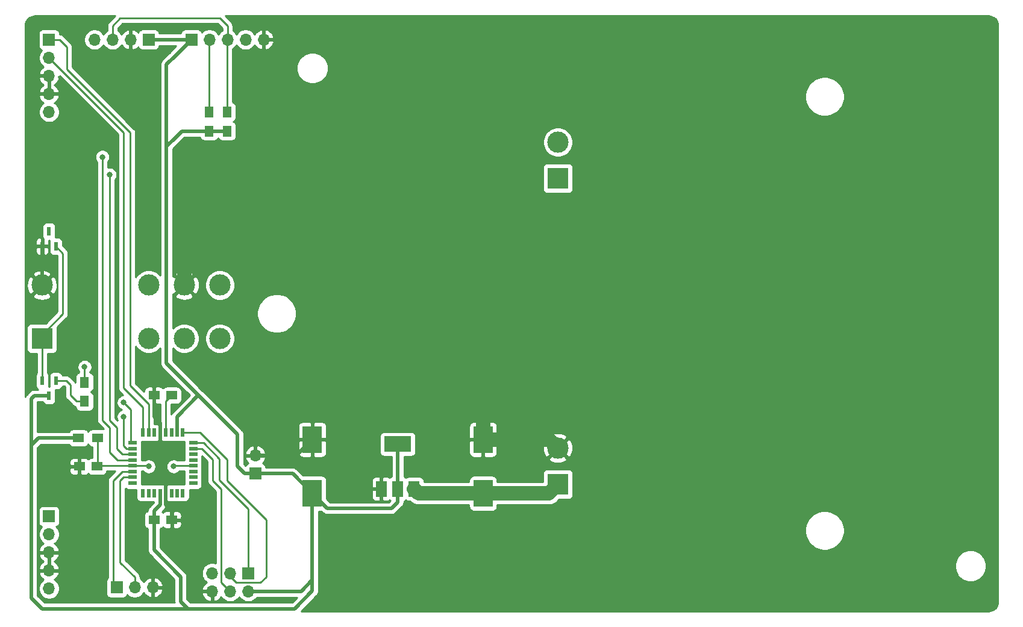
<source format=gtl>
G04 #@! TF.GenerationSoftware,KiCad,Pcbnew,(5.1.8)-1*
G04 #@! TF.CreationDate,2021-05-16T02:31:53+02:00*
G04 #@! TF.ProjectId,gtimer,6774696d-6572-42e6-9b69-6361645f7063,rev?*
G04 #@! TF.SameCoordinates,Original*
G04 #@! TF.FileFunction,Copper,L1,Top*
G04 #@! TF.FilePolarity,Positive*
%FSLAX46Y46*%
G04 Gerber Fmt 4.6, Leading zero omitted, Abs format (unit mm)*
G04 Created by KiCad (PCBNEW (5.1.8)-1) date 2021-05-16 02:31:53*
%MOMM*%
%LPD*%
G01*
G04 APERTURE LIST*
G04 #@! TA.AperFunction,ComponentPad*
%ADD10R,1.700000X1.700000*%
G04 #@! TD*
G04 #@! TA.AperFunction,ComponentPad*
%ADD11O,1.700000X1.700000*%
G04 #@! TD*
G04 #@! TA.AperFunction,SMDPad,CuDef*
%ADD12R,0.600000X1.300000*%
G04 #@! TD*
G04 #@! TA.AperFunction,ComponentPad*
%ADD13R,3.000000X3.000000*%
G04 #@! TD*
G04 #@! TA.AperFunction,ComponentPad*
%ADD14C,3.000000*%
G04 #@! TD*
G04 #@! TA.AperFunction,SMDPad,CuDef*
%ADD15R,3.800000X2.200000*%
G04 #@! TD*
G04 #@! TA.AperFunction,SMDPad,CuDef*
%ADD16R,1.500000X2.200000*%
G04 #@! TD*
G04 #@! TA.AperFunction,SMDPad,CuDef*
%ADD17R,0.600000X1.200000*%
G04 #@! TD*
G04 #@! TA.AperFunction,SMDPad,CuDef*
%ADD18R,1.200000X0.600000*%
G04 #@! TD*
G04 #@! TA.AperFunction,SMDPad,CuDef*
%ADD19R,1.300000X1.500000*%
G04 #@! TD*
G04 #@! TA.AperFunction,SMDPad,CuDef*
%ADD20R,1.500000X1.300000*%
G04 #@! TD*
G04 #@! TA.AperFunction,SMDPad,CuDef*
%ADD21R,2.700000X3.750000*%
G04 #@! TD*
G04 #@! TA.AperFunction,SMDPad,CuDef*
%ADD22R,1.500000X1.250000*%
G04 #@! TD*
G04 #@! TA.AperFunction,ViaPad*
%ADD23C,0.800000*%
G04 #@! TD*
G04 #@! TA.AperFunction,Conductor*
%ADD24C,0.500000*%
G04 #@! TD*
G04 #@! TA.AperFunction,Conductor*
%ADD25C,2.000000*%
G04 #@! TD*
G04 #@! TA.AperFunction,Conductor*
%ADD26C,0.250000*%
G04 #@! TD*
G04 #@! TA.AperFunction,Conductor*
%ADD27C,0.254000*%
G04 #@! TD*
G04 #@! TA.AperFunction,Conductor*
%ADD28C,0.100000*%
G04 #@! TD*
G04 APERTURE END LIST*
D10*
X26000000Y-91000000D03*
D11*
X26000000Y-93540000D03*
X26000000Y-96080000D03*
X26000000Y-98620000D03*
X26000000Y-101160000D03*
D10*
X26000000Y-24000000D03*
D11*
X26000000Y-26540000D03*
X26000000Y-29080000D03*
X26000000Y-31620000D03*
X26000000Y-34160000D03*
D12*
X25050000Y-53050000D03*
X26950000Y-53050000D03*
X26000000Y-50950000D03*
D10*
X46000000Y-24000000D03*
D11*
X48540000Y-24000000D03*
X51080000Y-24000000D03*
X53620000Y-24000000D03*
X56160000Y-24000000D03*
D13*
X97500000Y-43500000D03*
D14*
X97500000Y-38420000D03*
D13*
X97500000Y-86500000D03*
D14*
X97500000Y-81420000D03*
D15*
X75000000Y-80850000D03*
D16*
X72700000Y-87150000D03*
X75000000Y-87150000D03*
X77300000Y-87150000D03*
D17*
X39200000Y-87750000D03*
X40000000Y-87750000D03*
X40800000Y-87750000D03*
X41600000Y-87750000D03*
X42400000Y-87750000D03*
X43200000Y-87750000D03*
X44000000Y-87750000D03*
X44800000Y-87750000D03*
D18*
X46250000Y-86300000D03*
X46250000Y-85500000D03*
X46250000Y-84700000D03*
X46250000Y-83900000D03*
X46250000Y-83100000D03*
X46250000Y-82300000D03*
X46250000Y-81500000D03*
X46250000Y-80700000D03*
D17*
X44800000Y-79250000D03*
X44000000Y-79250000D03*
X43200000Y-79250000D03*
X42400000Y-79250000D03*
X41600000Y-79250000D03*
X40800000Y-79250000D03*
X40000000Y-79250000D03*
X39200000Y-79250000D03*
D18*
X37750000Y-80700000D03*
X37750000Y-81500000D03*
X37750000Y-82300000D03*
X37750000Y-83100000D03*
X37750000Y-83900000D03*
X37750000Y-84700000D03*
X37750000Y-85500000D03*
X37750000Y-86300000D03*
D13*
X25000000Y-66000000D03*
D14*
X25000000Y-58500000D03*
X45000000Y-66000000D03*
X50000000Y-66000000D03*
X40000000Y-66000000D03*
X45000000Y-58500000D03*
X50000000Y-58500000D03*
X40000000Y-58500000D03*
D19*
X48500000Y-36850000D03*
X48500000Y-34150000D03*
X51000000Y-36850000D03*
X51000000Y-34150000D03*
X31000000Y-74850000D03*
X31000000Y-72150000D03*
D20*
X30150000Y-80000000D03*
X32850000Y-80000000D03*
D12*
X26950000Y-71950000D03*
X25050000Y-71950000D03*
X26000000Y-74050000D03*
D10*
X55000000Y-85000000D03*
D11*
X55000000Y-82460000D03*
D10*
X54000000Y-99000000D03*
D11*
X54000000Y-101540000D03*
X51460000Y-99000000D03*
X51460000Y-101540000D03*
X48920000Y-99000000D03*
X48920000Y-101540000D03*
D10*
X35500000Y-101000000D03*
D11*
X38040000Y-101000000D03*
X40580000Y-101000000D03*
D10*
X40000000Y-24000000D03*
D11*
X37460000Y-24000000D03*
X34920000Y-24000000D03*
X32380000Y-24000000D03*
D21*
X63000000Y-87775000D03*
X63000000Y-80225000D03*
D22*
X32750000Y-84000000D03*
X30250000Y-84000000D03*
D21*
X87000000Y-87775000D03*
X87000000Y-80225000D03*
D22*
X40750000Y-91500000D03*
X43250000Y-91500000D03*
X40750000Y-74000000D03*
X43250000Y-74000000D03*
D23*
X40750000Y-70750000D03*
X40000000Y-84000000D03*
X33500000Y-40500000D03*
X34500000Y-43000000D03*
X36500000Y-75000000D03*
X36500000Y-77000000D03*
X43500000Y-84000000D03*
X31000000Y-70000000D03*
D24*
X63000000Y-80225000D02*
X65775000Y-80225000D01*
X83775000Y-80225000D02*
X87000000Y-80225000D01*
X81550000Y-78000000D02*
X83775000Y-80225000D01*
X68000000Y-78000000D02*
X81550000Y-78000000D01*
X65775000Y-80225000D02*
X68000000Y-78000000D01*
X40750000Y-77050000D02*
X41600000Y-77900000D01*
X40750000Y-74000000D02*
X40750000Y-77050000D01*
X41600000Y-79250000D02*
X41600000Y-77900000D01*
X60765000Y-82460000D02*
X63000000Y-80225000D01*
X55000000Y-82460000D02*
X60765000Y-82460000D01*
X42400000Y-87750000D02*
X42400000Y-85900000D01*
X41600000Y-85100000D02*
X41600000Y-79250000D01*
X42400000Y-85900000D02*
X41600000Y-85100000D01*
X43250000Y-90250000D02*
X43250000Y-91500000D01*
X42400000Y-89400000D02*
X43250000Y-90250000D01*
X42400000Y-87750000D02*
X42400000Y-89400000D01*
D25*
X96305000Y-80225000D02*
X97500000Y-81420000D01*
X87000000Y-80225000D02*
X96305000Y-80225000D01*
D24*
X65775000Y-82775000D02*
X65775000Y-80225000D01*
X65775000Y-85275000D02*
X65775000Y-82775000D01*
X67650000Y-87150000D02*
X65775000Y-85275000D01*
X72700000Y-87150000D02*
X67650000Y-87150000D01*
X25050000Y-58450000D02*
X25000000Y-58500000D01*
X25050000Y-53050000D02*
X25050000Y-58450000D01*
D25*
X87000000Y-58500000D02*
X87000000Y-80225000D01*
X82500000Y-54000000D02*
X87000000Y-58500000D01*
X46500000Y-54000000D02*
X82500000Y-54000000D01*
X45000000Y-55500000D02*
X46500000Y-54000000D01*
X45000000Y-58500000D02*
X45000000Y-55500000D01*
D26*
X42400000Y-74850000D02*
X43250000Y-74000000D01*
X42400000Y-79250000D02*
X42400000Y-74850000D01*
D24*
X75000000Y-87150000D02*
X75000000Y-80850000D01*
X40000000Y-24000000D02*
X46000000Y-24000000D01*
X46850000Y-36850000D02*
X48500000Y-36850000D01*
X48500000Y-36850000D02*
X51000000Y-36850000D01*
X56000000Y-101540000D02*
X61460000Y-101540000D01*
X24500000Y-80000000D02*
X23500000Y-81000000D01*
X30150000Y-80000000D02*
X24500000Y-80000000D01*
X23500000Y-76550000D02*
X23500000Y-81000000D01*
X63000000Y-87775000D02*
X63000000Y-100000000D01*
X61460000Y-101540000D02*
X63000000Y-100000000D01*
X60225000Y-85000000D02*
X63000000Y-87775000D01*
X55000000Y-85000000D02*
X60225000Y-85000000D01*
X63000000Y-101500000D02*
X63000000Y-100000000D01*
X60500000Y-104000000D02*
X63000000Y-101500000D01*
X23500000Y-102500000D02*
X25000000Y-104000000D01*
X23500000Y-81000000D02*
X23500000Y-102500000D01*
X26000000Y-74050000D02*
X23950000Y-74050000D01*
X23500000Y-74500000D02*
X23500000Y-76550000D01*
X23950000Y-74050000D02*
X23500000Y-74500000D01*
X75000000Y-89000000D02*
X75000000Y-87150000D01*
X74112500Y-89887500D02*
X75000000Y-89000000D01*
X65112500Y-89887500D02*
X74112500Y-89887500D01*
X63000000Y-87775000D02*
X65112500Y-89887500D01*
X40750000Y-91500000D02*
X40750000Y-95750000D01*
X44650000Y-36850000D02*
X46850000Y-36850000D01*
X43467501Y-38032499D02*
X44650000Y-36850000D01*
X43467501Y-26532499D02*
X46000000Y-24000000D01*
X52500000Y-84000000D02*
X52500000Y-79500000D01*
X53500000Y-85000000D02*
X52500000Y-84000000D01*
X55000000Y-85000000D02*
X53500000Y-85000000D01*
X44000000Y-77000000D02*
X47000000Y-74000000D01*
X44000000Y-79250000D02*
X44000000Y-77000000D01*
X52500000Y-79500000D02*
X47000000Y-74000000D01*
X40750000Y-91500000D02*
X40750000Y-90250000D01*
X41600000Y-89400000D02*
X40750000Y-90250000D01*
X41600000Y-87750000D02*
X41600000Y-89400000D01*
X46500000Y-104000000D02*
X60500000Y-104000000D01*
X45500000Y-104000000D02*
X46500000Y-104000000D01*
X56000000Y-101540000D02*
X54000000Y-101540000D01*
X45000000Y-104000000D02*
X45500000Y-104000000D01*
X25000000Y-104000000D02*
X45000000Y-104000000D01*
X40750000Y-95750000D02*
X44500000Y-99500000D01*
X44500000Y-103000000D02*
X45500000Y-104000000D01*
X44500000Y-99500000D02*
X44500000Y-103000000D01*
X42849999Y-38650001D02*
X43467501Y-38032499D01*
X42849999Y-27150001D02*
X43467501Y-26532499D01*
X42500000Y-39000000D02*
X42849999Y-38650001D01*
X42500000Y-69500000D02*
X42500000Y-39000000D01*
X47000000Y-74000000D02*
X42500000Y-69500000D01*
X42500000Y-27500000D02*
X42849999Y-27150001D01*
X42500000Y-39000000D02*
X42500000Y-27500000D01*
D25*
X77925000Y-87775000D02*
X77300000Y-87150000D01*
X87000000Y-87775000D02*
X77925000Y-87775000D01*
X96225000Y-87775000D02*
X97500000Y-86500000D01*
X87000000Y-87775000D02*
X96225000Y-87775000D01*
D26*
X37750000Y-83900000D02*
X32850000Y-83900000D01*
X32850000Y-80000000D02*
X32850000Y-83900000D01*
X37750000Y-83900000D02*
X39900000Y-83900000D01*
X39900000Y-83900000D02*
X40000000Y-84000000D01*
X25050000Y-66050000D02*
X25000000Y-66000000D01*
X25050000Y-71950000D02*
X25050000Y-66050000D01*
X25000000Y-66000000D02*
X25000000Y-65500000D01*
X27950000Y-62550000D02*
X27950000Y-54050000D01*
X25000000Y-65500000D02*
X27950000Y-62550000D01*
X26950000Y-53050000D02*
X27950000Y-54050000D01*
X27500000Y-24000000D02*
X26000000Y-24000000D01*
X28500000Y-25000000D02*
X27500000Y-24000000D01*
X28500000Y-28150002D02*
X28500000Y-25000000D01*
X37424999Y-37075001D02*
X28500000Y-28150002D01*
X37424999Y-72635001D02*
X37424999Y-37075001D01*
X40000000Y-75210002D02*
X37424999Y-72635001D01*
X40000000Y-79250000D02*
X40000000Y-75210002D01*
X36480000Y-37020000D02*
X26000000Y-26540000D01*
X36480000Y-72980000D02*
X36480000Y-37020000D01*
X39200000Y-75700000D02*
X36480000Y-72980000D01*
X39200000Y-79250000D02*
X39200000Y-75700000D01*
X51000000Y-24080000D02*
X51080000Y-24000000D01*
X51000000Y-34150000D02*
X51000000Y-24080000D01*
X51080000Y-24000000D02*
X51080000Y-22080000D01*
X51080000Y-22080000D02*
X50000000Y-21000000D01*
X50000000Y-21000000D02*
X36000000Y-21000000D01*
X34920000Y-22080000D02*
X34920000Y-24000000D01*
X36000000Y-21000000D02*
X34920000Y-22080000D01*
X34500000Y-82000000D02*
X35600000Y-83100000D01*
X34500000Y-78500000D02*
X34500000Y-82000000D01*
X35600000Y-83100000D02*
X37750000Y-83100000D01*
X33500000Y-77500000D02*
X34500000Y-78500000D01*
X33500000Y-40500000D02*
X33500000Y-77500000D01*
X48500000Y-24040000D02*
X48540000Y-24000000D01*
X48500000Y-34150000D02*
X48500000Y-24040000D01*
X36300000Y-82300000D02*
X37750000Y-82300000D01*
X35500000Y-78500000D02*
X35500000Y-81500000D01*
X34500000Y-77500000D02*
X35500000Y-78500000D01*
X35500000Y-81500000D02*
X36300000Y-82300000D01*
X34500000Y-43000000D02*
X34500000Y-77500000D01*
X37750000Y-80700000D02*
X37700000Y-80700000D01*
X37500000Y-80500000D02*
X37500000Y-76000000D01*
X37700000Y-80700000D02*
X37500000Y-80500000D01*
X37500000Y-76000000D02*
X36500000Y-75000000D01*
X37750000Y-81500000D02*
X36900000Y-81500000D01*
X36450000Y-77050000D02*
X36500000Y-77000000D01*
X36450000Y-81050000D02*
X36450000Y-77050000D01*
X36900000Y-81500000D02*
X36450000Y-81050000D01*
X35000000Y-100500000D02*
X35500000Y-101000000D01*
X35000000Y-86000000D02*
X35000000Y-100500000D01*
X36300000Y-84700000D02*
X35000000Y-86000000D01*
X37750000Y-84700000D02*
X36300000Y-84700000D01*
X38040000Y-99540000D02*
X38040000Y-101000000D01*
X36000000Y-97500000D02*
X38040000Y-99540000D01*
X36000000Y-86000000D02*
X36000000Y-97500000D01*
X36500000Y-85500000D02*
X36000000Y-86000000D01*
X37750000Y-85500000D02*
X36500000Y-85500000D01*
X49949296Y-82949296D02*
X49949296Y-85949296D01*
X47700000Y-80700000D02*
X49949296Y-82949296D01*
X46250000Y-80700000D02*
X47700000Y-80700000D01*
X54000000Y-99000000D02*
X54000000Y-90000000D01*
X49949296Y-85949296D02*
X54000000Y-90000000D01*
X47250000Y-79250000D02*
X44800000Y-79250000D01*
X51017501Y-83017501D02*
X47250000Y-79250000D01*
X51017501Y-86017501D02*
X51017501Y-83017501D01*
X56500000Y-91500000D02*
X51017501Y-86017501D01*
X56500000Y-99500000D02*
X56500000Y-91500000D01*
X55700000Y-100300000D02*
X56500000Y-99500000D01*
X52300000Y-100300000D02*
X55700000Y-100300000D01*
X51460000Y-99460000D02*
X52300000Y-100300000D01*
X51460000Y-99000000D02*
X51460000Y-99460000D01*
X49000000Y-83000000D02*
X49000000Y-86000000D01*
X47500000Y-81500000D02*
X49000000Y-83000000D01*
X46250000Y-81500000D02*
X47500000Y-81500000D01*
X51460000Y-101540000D02*
X50200000Y-100280000D01*
X50200000Y-87200000D02*
X50150000Y-87150000D01*
X50200000Y-100280000D02*
X50200000Y-87200000D01*
X49000000Y-86000000D02*
X50150000Y-87150000D01*
X26950000Y-71950000D02*
X28450000Y-71950000D01*
X31000000Y-74850000D02*
X29850000Y-74850000D01*
X29850000Y-74850000D02*
X29000000Y-74000000D01*
X29000000Y-72500000D02*
X28450000Y-71950000D01*
X29000000Y-74000000D02*
X29000000Y-72500000D01*
X43600000Y-83900000D02*
X43500000Y-84000000D01*
X46250000Y-83900000D02*
X43600000Y-83900000D01*
X31000000Y-72150000D02*
X31000000Y-70000000D01*
D27*
X158259659Y-20688625D02*
X158509429Y-20764035D01*
X158739792Y-20886522D01*
X158941980Y-21051422D01*
X159108286Y-21252450D01*
X159232378Y-21481954D01*
X159309531Y-21731195D01*
X159340000Y-22021088D01*
X159340001Y-102967711D01*
X159311375Y-103259660D01*
X159235965Y-103509429D01*
X159113477Y-103739794D01*
X158948579Y-103941979D01*
X158747546Y-104108288D01*
X158518046Y-104232378D01*
X158268805Y-104309531D01*
X157978911Y-104340000D01*
X61411578Y-104340000D01*
X63595050Y-102156529D01*
X63628817Y-102128817D01*
X63657244Y-102094180D01*
X63739411Y-101994059D01*
X63764761Y-101946632D01*
X63821589Y-101840313D01*
X63872195Y-101673490D01*
X63885000Y-101543477D01*
X63885000Y-101543469D01*
X63889281Y-101500000D01*
X63885000Y-101456531D01*
X63885000Y-100043469D01*
X63889281Y-100000000D01*
X63885000Y-99956531D01*
X63885000Y-97779872D01*
X153265000Y-97779872D01*
X153265000Y-98220128D01*
X153350890Y-98651925D01*
X153519369Y-99058669D01*
X153763962Y-99424729D01*
X154075271Y-99736038D01*
X154441331Y-99980631D01*
X154848075Y-100149110D01*
X155279872Y-100235000D01*
X155720128Y-100235000D01*
X156151925Y-100149110D01*
X156558669Y-99980631D01*
X156924729Y-99736038D01*
X157236038Y-99424729D01*
X157480631Y-99058669D01*
X157649110Y-98651925D01*
X157735000Y-98220128D01*
X157735000Y-97779872D01*
X157649110Y-97348075D01*
X157480631Y-96941331D01*
X157236038Y-96575271D01*
X156924729Y-96263962D01*
X156558669Y-96019369D01*
X156151925Y-95850890D01*
X155720128Y-95765000D01*
X155279872Y-95765000D01*
X154848075Y-95850890D01*
X154441331Y-96019369D01*
X154075271Y-96263962D01*
X153763962Y-96575271D01*
X153519369Y-96941331D01*
X153350890Y-97348075D01*
X153265000Y-97779872D01*
X63885000Y-97779872D01*
X63885000Y-92725701D01*
X132215000Y-92725701D01*
X132215000Y-93274299D01*
X132322026Y-93812354D01*
X132531965Y-94319192D01*
X132836750Y-94775334D01*
X133224666Y-95163250D01*
X133680808Y-95468035D01*
X134187646Y-95677974D01*
X134725701Y-95785000D01*
X135274299Y-95785000D01*
X135812354Y-95677974D01*
X136319192Y-95468035D01*
X136775334Y-95163250D01*
X137163250Y-94775334D01*
X137468035Y-94319192D01*
X137677974Y-93812354D01*
X137785000Y-93274299D01*
X137785000Y-92725701D01*
X137677974Y-92187646D01*
X137468035Y-91680808D01*
X137163250Y-91224666D01*
X136775334Y-90836750D01*
X136319192Y-90531965D01*
X135812354Y-90322026D01*
X135274299Y-90215000D01*
X134725701Y-90215000D01*
X134187646Y-90322026D01*
X133680808Y-90531965D01*
X133224666Y-90836750D01*
X132836750Y-91224666D01*
X132531965Y-91680808D01*
X132322026Y-92187646D01*
X132215000Y-92725701D01*
X63885000Y-92725701D01*
X63885000Y-90288072D01*
X64261493Y-90288072D01*
X64455970Y-90482549D01*
X64483683Y-90516317D01*
X64517451Y-90544030D01*
X64517453Y-90544032D01*
X64588952Y-90602710D01*
X64618441Y-90626911D01*
X64772187Y-90709089D01*
X64939010Y-90759695D01*
X65069023Y-90772500D01*
X65069033Y-90772500D01*
X65112499Y-90776781D01*
X65155965Y-90772500D01*
X74069031Y-90772500D01*
X74112500Y-90776781D01*
X74155969Y-90772500D01*
X74155977Y-90772500D01*
X74285990Y-90759695D01*
X74452813Y-90709089D01*
X74606559Y-90626911D01*
X74741317Y-90516317D01*
X74769034Y-90482544D01*
X75595050Y-89656529D01*
X75628817Y-89628817D01*
X75684886Y-89560498D01*
X75739411Y-89494059D01*
X75821589Y-89340314D01*
X75872195Y-89173490D01*
X75883403Y-89059687D01*
X75885000Y-89043477D01*
X75885000Y-89043469D01*
X75889281Y-89000000D01*
X75885000Y-88956531D01*
X75885000Y-88872621D01*
X75994180Y-88839502D01*
X76104494Y-88780537D01*
X76150000Y-88743191D01*
X76195506Y-88780537D01*
X76305820Y-88839502D01*
X76425518Y-88875812D01*
X76550000Y-88888072D01*
X76723367Y-88888072D01*
X76763286Y-88936714D01*
X77012248Y-89141031D01*
X77296285Y-89292852D01*
X77604484Y-89386343D01*
X77844678Y-89410000D01*
X77844680Y-89410000D01*
X77924999Y-89417911D01*
X78005319Y-89410000D01*
X85011928Y-89410000D01*
X85011928Y-89650000D01*
X85024188Y-89774482D01*
X85060498Y-89894180D01*
X85119463Y-90004494D01*
X85198815Y-90101185D01*
X85295506Y-90180537D01*
X85405820Y-90239502D01*
X85525518Y-90275812D01*
X85650000Y-90288072D01*
X88350000Y-90288072D01*
X88474482Y-90275812D01*
X88594180Y-90239502D01*
X88704494Y-90180537D01*
X88801185Y-90101185D01*
X88880537Y-90004494D01*
X88939502Y-89894180D01*
X88975812Y-89774482D01*
X88988072Y-89650000D01*
X88988072Y-89410000D01*
X96144681Y-89410000D01*
X96225000Y-89417911D01*
X96305319Y-89410000D01*
X96305322Y-89410000D01*
X96545516Y-89386343D01*
X96853715Y-89292852D01*
X97137752Y-89141031D01*
X97386714Y-88936714D01*
X97437924Y-88874314D01*
X97674166Y-88638072D01*
X99000000Y-88638072D01*
X99124482Y-88625812D01*
X99244180Y-88589502D01*
X99354494Y-88530537D01*
X99451185Y-88451185D01*
X99530537Y-88354494D01*
X99589502Y-88244180D01*
X99625812Y-88124482D01*
X99638072Y-88000000D01*
X99638072Y-85000000D01*
X99625812Y-84875518D01*
X99589502Y-84755820D01*
X99530537Y-84645506D01*
X99451185Y-84548815D01*
X99354494Y-84469463D01*
X99244180Y-84410498D01*
X99124482Y-84374188D01*
X99000000Y-84361928D01*
X96000000Y-84361928D01*
X95875518Y-84374188D01*
X95755820Y-84410498D01*
X95645506Y-84469463D01*
X95548815Y-84548815D01*
X95469463Y-84645506D01*
X95410498Y-84755820D01*
X95374188Y-84875518D01*
X95361928Y-85000000D01*
X95361928Y-86140000D01*
X88988072Y-86140000D01*
X88988072Y-85900000D01*
X88975812Y-85775518D01*
X88939502Y-85655820D01*
X88880537Y-85545506D01*
X88801185Y-85448815D01*
X88704494Y-85369463D01*
X88594180Y-85310498D01*
X88474482Y-85274188D01*
X88350000Y-85261928D01*
X85650000Y-85261928D01*
X85525518Y-85274188D01*
X85405820Y-85310498D01*
X85295506Y-85369463D01*
X85198815Y-85448815D01*
X85119463Y-85545506D01*
X85060498Y-85655820D01*
X85024188Y-85775518D01*
X85011928Y-85900000D01*
X85011928Y-86140000D01*
X78688072Y-86140000D01*
X78688072Y-86050000D01*
X78675812Y-85925518D01*
X78639502Y-85805820D01*
X78580537Y-85695506D01*
X78501185Y-85598815D01*
X78404494Y-85519463D01*
X78294180Y-85460498D01*
X78174482Y-85424188D01*
X78050000Y-85411928D01*
X76550000Y-85411928D01*
X76425518Y-85424188D01*
X76305820Y-85460498D01*
X76195506Y-85519463D01*
X76150000Y-85556809D01*
X76104494Y-85519463D01*
X75994180Y-85460498D01*
X75885000Y-85427379D01*
X75885000Y-82911653D01*
X96187952Y-82911653D01*
X96343962Y-83227214D01*
X96718745Y-83418020D01*
X97123551Y-83532044D01*
X97542824Y-83564902D01*
X97960451Y-83515334D01*
X98360383Y-83385243D01*
X98656038Y-83227214D01*
X98812048Y-82911653D01*
X97500000Y-81599605D01*
X96187952Y-82911653D01*
X75885000Y-82911653D01*
X75885000Y-82588072D01*
X76900000Y-82588072D01*
X77024482Y-82575812D01*
X77144180Y-82539502D01*
X77254494Y-82480537D01*
X77351185Y-82401185D01*
X77430537Y-82304494D01*
X77489502Y-82194180D01*
X77518071Y-82100000D01*
X85011928Y-82100000D01*
X85024188Y-82224482D01*
X85060498Y-82344180D01*
X85119463Y-82454494D01*
X85198815Y-82551185D01*
X85295506Y-82630537D01*
X85405820Y-82689502D01*
X85525518Y-82725812D01*
X85650000Y-82738072D01*
X86714250Y-82735000D01*
X86873000Y-82576250D01*
X86873000Y-80352000D01*
X87127000Y-80352000D01*
X87127000Y-82576250D01*
X87285750Y-82735000D01*
X88350000Y-82738072D01*
X88474482Y-82725812D01*
X88594180Y-82689502D01*
X88704494Y-82630537D01*
X88801185Y-82551185D01*
X88880537Y-82454494D01*
X88939502Y-82344180D01*
X88975812Y-82224482D01*
X88988072Y-82100000D01*
X88986841Y-81462824D01*
X95355098Y-81462824D01*
X95404666Y-81880451D01*
X95534757Y-82280383D01*
X95692786Y-82576038D01*
X96008347Y-82732048D01*
X97320395Y-81420000D01*
X97679605Y-81420000D01*
X98991653Y-82732048D01*
X99307214Y-82576038D01*
X99498020Y-82201255D01*
X99612044Y-81796449D01*
X99644902Y-81377176D01*
X99595334Y-80959549D01*
X99465243Y-80559617D01*
X99307214Y-80263962D01*
X98991653Y-80107952D01*
X97679605Y-81420000D01*
X97320395Y-81420000D01*
X96008347Y-80107952D01*
X95692786Y-80263962D01*
X95501980Y-80638745D01*
X95387956Y-81043551D01*
X95355098Y-81462824D01*
X88986841Y-81462824D01*
X88985000Y-80510750D01*
X88826250Y-80352000D01*
X87127000Y-80352000D01*
X86873000Y-80352000D01*
X85173750Y-80352000D01*
X85015000Y-80510750D01*
X85011928Y-82100000D01*
X77518071Y-82100000D01*
X77525812Y-82074482D01*
X77538072Y-81950000D01*
X77538072Y-79750000D01*
X77525812Y-79625518D01*
X77489502Y-79505820D01*
X77430537Y-79395506D01*
X77351185Y-79298815D01*
X77254494Y-79219463D01*
X77144180Y-79160498D01*
X77024482Y-79124188D01*
X76900000Y-79111928D01*
X73100000Y-79111928D01*
X72975518Y-79124188D01*
X72855820Y-79160498D01*
X72745506Y-79219463D01*
X72648815Y-79298815D01*
X72569463Y-79395506D01*
X72510498Y-79505820D01*
X72474188Y-79625518D01*
X72461928Y-79750000D01*
X72461928Y-81950000D01*
X72474188Y-82074482D01*
X72510498Y-82194180D01*
X72569463Y-82304494D01*
X72648815Y-82401185D01*
X72745506Y-82480537D01*
X72855820Y-82539502D01*
X72975518Y-82575812D01*
X73100000Y-82588072D01*
X74115001Y-82588072D01*
X74115000Y-85427379D01*
X74005820Y-85460498D01*
X73895506Y-85519463D01*
X73850000Y-85556809D01*
X73804494Y-85519463D01*
X73694180Y-85460498D01*
X73574482Y-85424188D01*
X73450000Y-85411928D01*
X72985750Y-85415000D01*
X72827000Y-85573750D01*
X72827000Y-87023000D01*
X72847000Y-87023000D01*
X72847000Y-87277000D01*
X72827000Y-87277000D01*
X72827000Y-88726250D01*
X72985750Y-88885000D01*
X73450000Y-88888072D01*
X73574482Y-88875812D01*
X73694180Y-88839502D01*
X73804494Y-88780537D01*
X73850000Y-88743191D01*
X73895506Y-88780537D01*
X73942673Y-88805749D01*
X73745922Y-89002500D01*
X65479079Y-89002500D01*
X64988072Y-88511493D01*
X64988072Y-88250000D01*
X71311928Y-88250000D01*
X71324188Y-88374482D01*
X71360498Y-88494180D01*
X71419463Y-88604494D01*
X71498815Y-88701185D01*
X71595506Y-88780537D01*
X71705820Y-88839502D01*
X71825518Y-88875812D01*
X71950000Y-88888072D01*
X72414250Y-88885000D01*
X72573000Y-88726250D01*
X72573000Y-87277000D01*
X71473750Y-87277000D01*
X71315000Y-87435750D01*
X71311928Y-88250000D01*
X64988072Y-88250000D01*
X64988072Y-86050000D01*
X71311928Y-86050000D01*
X71315000Y-86864250D01*
X71473750Y-87023000D01*
X72573000Y-87023000D01*
X72573000Y-85573750D01*
X72414250Y-85415000D01*
X71950000Y-85411928D01*
X71825518Y-85424188D01*
X71705820Y-85460498D01*
X71595506Y-85519463D01*
X71498815Y-85598815D01*
X71419463Y-85695506D01*
X71360498Y-85805820D01*
X71324188Y-85925518D01*
X71311928Y-86050000D01*
X64988072Y-86050000D01*
X64988072Y-85900000D01*
X64975812Y-85775518D01*
X64939502Y-85655820D01*
X64880537Y-85545506D01*
X64801185Y-85448815D01*
X64704494Y-85369463D01*
X64594180Y-85310498D01*
X64474482Y-85274188D01*
X64350000Y-85261928D01*
X61738506Y-85261928D01*
X60881534Y-84404956D01*
X60853817Y-84371183D01*
X60719059Y-84260589D01*
X60565313Y-84178411D01*
X60398490Y-84127805D01*
X60268477Y-84115000D01*
X60268469Y-84115000D01*
X60225000Y-84110719D01*
X60181531Y-84115000D01*
X56484625Y-84115000D01*
X56475812Y-84025518D01*
X56439502Y-83905820D01*
X56380537Y-83795506D01*
X56301185Y-83698815D01*
X56204494Y-83619463D01*
X56094180Y-83560498D01*
X56013534Y-83536034D01*
X56097588Y-83460269D01*
X56271641Y-83226920D01*
X56396825Y-82964099D01*
X56441476Y-82816890D01*
X56320155Y-82587000D01*
X55127000Y-82587000D01*
X55127000Y-82607000D01*
X54873000Y-82607000D01*
X54873000Y-82587000D01*
X53679845Y-82587000D01*
X53558524Y-82816890D01*
X53603175Y-82964099D01*
X53728359Y-83226920D01*
X53902412Y-83460269D01*
X53986466Y-83536034D01*
X53905820Y-83560498D01*
X53795506Y-83619463D01*
X53698815Y-83698815D01*
X53619463Y-83795506D01*
X53594251Y-83842673D01*
X53385000Y-83633422D01*
X53385000Y-82103110D01*
X53558524Y-82103110D01*
X53679845Y-82333000D01*
X54873000Y-82333000D01*
X54873000Y-81139186D01*
X55127000Y-81139186D01*
X55127000Y-82333000D01*
X56320155Y-82333000D01*
X56441476Y-82103110D01*
X56440533Y-82100000D01*
X61011928Y-82100000D01*
X61024188Y-82224482D01*
X61060498Y-82344180D01*
X61119463Y-82454494D01*
X61198815Y-82551185D01*
X61295506Y-82630537D01*
X61405820Y-82689502D01*
X61525518Y-82725812D01*
X61650000Y-82738072D01*
X62714250Y-82735000D01*
X62873000Y-82576250D01*
X62873000Y-80352000D01*
X63127000Y-80352000D01*
X63127000Y-82576250D01*
X63285750Y-82735000D01*
X64350000Y-82738072D01*
X64474482Y-82725812D01*
X64594180Y-82689502D01*
X64704494Y-82630537D01*
X64801185Y-82551185D01*
X64880537Y-82454494D01*
X64939502Y-82344180D01*
X64975812Y-82224482D01*
X64988072Y-82100000D01*
X64985000Y-80510750D01*
X64826250Y-80352000D01*
X63127000Y-80352000D01*
X62873000Y-80352000D01*
X61173750Y-80352000D01*
X61015000Y-80510750D01*
X61011928Y-82100000D01*
X56440533Y-82100000D01*
X56396825Y-81955901D01*
X56271641Y-81693080D01*
X56097588Y-81459731D01*
X55881355Y-81264822D01*
X55631252Y-81115843D01*
X55356891Y-81018519D01*
X55127000Y-81139186D01*
X54873000Y-81139186D01*
X54643109Y-81018519D01*
X54368748Y-81115843D01*
X54118645Y-81264822D01*
X53902412Y-81459731D01*
X53728359Y-81693080D01*
X53603175Y-81955901D01*
X53558524Y-82103110D01*
X53385000Y-82103110D01*
X53385000Y-79543469D01*
X53389281Y-79500000D01*
X53385000Y-79456531D01*
X53385000Y-79456523D01*
X53372195Y-79326510D01*
X53339722Y-79219463D01*
X53321589Y-79159686D01*
X53239411Y-79005941D01*
X53156532Y-78904953D01*
X53156530Y-78904951D01*
X53128817Y-78871183D01*
X53095049Y-78843470D01*
X52601579Y-78350000D01*
X61011928Y-78350000D01*
X61015000Y-79939250D01*
X61173750Y-80098000D01*
X62873000Y-80098000D01*
X62873000Y-77873750D01*
X63127000Y-77873750D01*
X63127000Y-80098000D01*
X64826250Y-80098000D01*
X64985000Y-79939250D01*
X64988072Y-78350000D01*
X85011928Y-78350000D01*
X85015000Y-79939250D01*
X85173750Y-80098000D01*
X86873000Y-80098000D01*
X86873000Y-77873750D01*
X87127000Y-77873750D01*
X87127000Y-80098000D01*
X88826250Y-80098000D01*
X88985000Y-79939250D01*
X88985021Y-79928347D01*
X96187952Y-79928347D01*
X97500000Y-81240395D01*
X98812048Y-79928347D01*
X98656038Y-79612786D01*
X98281255Y-79421980D01*
X97876449Y-79307956D01*
X97457176Y-79275098D01*
X97039549Y-79324666D01*
X96639617Y-79454757D01*
X96343962Y-79612786D01*
X96187952Y-79928347D01*
X88985021Y-79928347D01*
X88988072Y-78350000D01*
X88975812Y-78225518D01*
X88939502Y-78105820D01*
X88880537Y-77995506D01*
X88801185Y-77898815D01*
X88704494Y-77819463D01*
X88594180Y-77760498D01*
X88474482Y-77724188D01*
X88350000Y-77711928D01*
X87285750Y-77715000D01*
X87127000Y-77873750D01*
X86873000Y-77873750D01*
X86714250Y-77715000D01*
X85650000Y-77711928D01*
X85525518Y-77724188D01*
X85405820Y-77760498D01*
X85295506Y-77819463D01*
X85198815Y-77898815D01*
X85119463Y-77995506D01*
X85060498Y-78105820D01*
X85024188Y-78225518D01*
X85011928Y-78350000D01*
X64988072Y-78350000D01*
X64975812Y-78225518D01*
X64939502Y-78105820D01*
X64880537Y-77995506D01*
X64801185Y-77898815D01*
X64704494Y-77819463D01*
X64594180Y-77760498D01*
X64474482Y-77724188D01*
X64350000Y-77711928D01*
X63285750Y-77715000D01*
X63127000Y-77873750D01*
X62873000Y-77873750D01*
X62714250Y-77715000D01*
X61650000Y-77711928D01*
X61525518Y-77724188D01*
X61405820Y-77760498D01*
X61295506Y-77819463D01*
X61198815Y-77898815D01*
X61119463Y-77995506D01*
X61060498Y-78105820D01*
X61024188Y-78225518D01*
X61011928Y-78350000D01*
X52601579Y-78350000D01*
X47656537Y-73404959D01*
X47656532Y-73404953D01*
X47656530Y-73404951D01*
X47628817Y-73371183D01*
X47595049Y-73343470D01*
X43385000Y-69133422D01*
X43385000Y-67404346D01*
X43639017Y-67658363D01*
X43988698Y-67892012D01*
X44377244Y-68052953D01*
X44789721Y-68135000D01*
X45210279Y-68135000D01*
X45622756Y-68052953D01*
X46011302Y-67892012D01*
X46360983Y-67658363D01*
X46658363Y-67360983D01*
X46892012Y-67011302D01*
X47052953Y-66622756D01*
X47135000Y-66210279D01*
X47135000Y-65789721D01*
X47865000Y-65789721D01*
X47865000Y-66210279D01*
X47947047Y-66622756D01*
X48107988Y-67011302D01*
X48341637Y-67360983D01*
X48639017Y-67658363D01*
X48988698Y-67892012D01*
X49377244Y-68052953D01*
X49789721Y-68135000D01*
X50210279Y-68135000D01*
X50622756Y-68052953D01*
X51011302Y-67892012D01*
X51360983Y-67658363D01*
X51658363Y-67360983D01*
X51892012Y-67011302D01*
X52052953Y-66622756D01*
X52135000Y-66210279D01*
X52135000Y-65789721D01*
X52052953Y-65377244D01*
X51892012Y-64988698D01*
X51658363Y-64639017D01*
X51360983Y-64341637D01*
X51011302Y-64107988D01*
X50622756Y-63947047D01*
X50210279Y-63865000D01*
X49789721Y-63865000D01*
X49377244Y-63947047D01*
X48988698Y-64107988D01*
X48639017Y-64341637D01*
X48341637Y-64639017D01*
X48107988Y-64988698D01*
X47947047Y-65377244D01*
X47865000Y-65789721D01*
X47135000Y-65789721D01*
X47052953Y-65377244D01*
X46892012Y-64988698D01*
X46658363Y-64639017D01*
X46360983Y-64341637D01*
X46011302Y-64107988D01*
X45622756Y-63947047D01*
X45210279Y-63865000D01*
X44789721Y-63865000D01*
X44377244Y-63947047D01*
X43988698Y-64107988D01*
X43639017Y-64341637D01*
X43385000Y-64595654D01*
X43385000Y-62225701D01*
X55215000Y-62225701D01*
X55215000Y-62774299D01*
X55322026Y-63312354D01*
X55531965Y-63819192D01*
X55836750Y-64275334D01*
X56224666Y-64663250D01*
X56680808Y-64968035D01*
X57187646Y-65177974D01*
X57725701Y-65285000D01*
X58274299Y-65285000D01*
X58812354Y-65177974D01*
X59319192Y-64968035D01*
X59775334Y-64663250D01*
X60163250Y-64275334D01*
X60468035Y-63819192D01*
X60677974Y-63312354D01*
X60785000Y-62774299D01*
X60785000Y-62225701D01*
X60677974Y-61687646D01*
X60468035Y-61180808D01*
X60163250Y-60724666D01*
X59775334Y-60336750D01*
X59319192Y-60031965D01*
X58812354Y-59822026D01*
X58274299Y-59715000D01*
X57725701Y-59715000D01*
X57187646Y-59822026D01*
X56680808Y-60031965D01*
X56224666Y-60336750D01*
X55836750Y-60724666D01*
X55531965Y-61180808D01*
X55322026Y-61687646D01*
X55215000Y-62225701D01*
X43385000Y-62225701D01*
X43385000Y-59991653D01*
X43687952Y-59991653D01*
X43843962Y-60307214D01*
X44218745Y-60498020D01*
X44623551Y-60612044D01*
X45042824Y-60644902D01*
X45460451Y-60595334D01*
X45860383Y-60465243D01*
X46156038Y-60307214D01*
X46312048Y-59991653D01*
X45000000Y-58679605D01*
X43687952Y-59991653D01*
X43385000Y-59991653D01*
X43385000Y-59751067D01*
X43508347Y-59812048D01*
X44820395Y-58500000D01*
X45179605Y-58500000D01*
X46491653Y-59812048D01*
X46807214Y-59656038D01*
X46998020Y-59281255D01*
X47112044Y-58876449D01*
X47144902Y-58457176D01*
X47125027Y-58289721D01*
X47865000Y-58289721D01*
X47865000Y-58710279D01*
X47947047Y-59122756D01*
X48107988Y-59511302D01*
X48341637Y-59860983D01*
X48639017Y-60158363D01*
X48988698Y-60392012D01*
X49377244Y-60552953D01*
X49789721Y-60635000D01*
X50210279Y-60635000D01*
X50622756Y-60552953D01*
X51011302Y-60392012D01*
X51360983Y-60158363D01*
X51658363Y-59860983D01*
X51892012Y-59511302D01*
X52052953Y-59122756D01*
X52135000Y-58710279D01*
X52135000Y-58289721D01*
X52052953Y-57877244D01*
X51892012Y-57488698D01*
X51658363Y-57139017D01*
X51360983Y-56841637D01*
X51011302Y-56607988D01*
X50622756Y-56447047D01*
X50210279Y-56365000D01*
X49789721Y-56365000D01*
X49377244Y-56447047D01*
X48988698Y-56607988D01*
X48639017Y-56841637D01*
X48341637Y-57139017D01*
X48107988Y-57488698D01*
X47947047Y-57877244D01*
X47865000Y-58289721D01*
X47125027Y-58289721D01*
X47095334Y-58039549D01*
X46965243Y-57639617D01*
X46807214Y-57343962D01*
X46491653Y-57187952D01*
X45179605Y-58500000D01*
X44820395Y-58500000D01*
X43508347Y-57187952D01*
X43385000Y-57248933D01*
X43385000Y-57008347D01*
X43687952Y-57008347D01*
X45000000Y-58320395D01*
X46312048Y-57008347D01*
X46156038Y-56692786D01*
X45781255Y-56501980D01*
X45376449Y-56387956D01*
X44957176Y-56355098D01*
X44539549Y-56404666D01*
X44139617Y-56534757D01*
X43843962Y-56692786D01*
X43687952Y-57008347D01*
X43385000Y-57008347D01*
X43385000Y-42000000D01*
X95361928Y-42000000D01*
X95361928Y-45000000D01*
X95374188Y-45124482D01*
X95410498Y-45244180D01*
X95469463Y-45354494D01*
X95548815Y-45451185D01*
X95645506Y-45530537D01*
X95755820Y-45589502D01*
X95875518Y-45625812D01*
X96000000Y-45638072D01*
X99000000Y-45638072D01*
X99124482Y-45625812D01*
X99244180Y-45589502D01*
X99354494Y-45530537D01*
X99451185Y-45451185D01*
X99530537Y-45354494D01*
X99589502Y-45244180D01*
X99625812Y-45124482D01*
X99638072Y-45000000D01*
X99638072Y-42000000D01*
X99625812Y-41875518D01*
X99589502Y-41755820D01*
X99530537Y-41645506D01*
X99451185Y-41548815D01*
X99354494Y-41469463D01*
X99244180Y-41410498D01*
X99124482Y-41374188D01*
X99000000Y-41361928D01*
X96000000Y-41361928D01*
X95875518Y-41374188D01*
X95755820Y-41410498D01*
X95645506Y-41469463D01*
X95548815Y-41548815D01*
X95469463Y-41645506D01*
X95410498Y-41755820D01*
X95374188Y-41875518D01*
X95361928Y-42000000D01*
X43385000Y-42000000D01*
X43385000Y-39366578D01*
X43506531Y-39245047D01*
X44124033Y-38627546D01*
X44124037Y-38627541D01*
X45016579Y-37735000D01*
X47227379Y-37735000D01*
X47260498Y-37844180D01*
X47319463Y-37954494D01*
X47398815Y-38051185D01*
X47495506Y-38130537D01*
X47605820Y-38189502D01*
X47725518Y-38225812D01*
X47850000Y-38238072D01*
X49150000Y-38238072D01*
X49274482Y-38225812D01*
X49394180Y-38189502D01*
X49504494Y-38130537D01*
X49601185Y-38051185D01*
X49680537Y-37954494D01*
X49739502Y-37844180D01*
X49750000Y-37809573D01*
X49760498Y-37844180D01*
X49819463Y-37954494D01*
X49898815Y-38051185D01*
X49995506Y-38130537D01*
X50105820Y-38189502D01*
X50225518Y-38225812D01*
X50350000Y-38238072D01*
X51650000Y-38238072D01*
X51774482Y-38225812D01*
X51827526Y-38209721D01*
X95365000Y-38209721D01*
X95365000Y-38630279D01*
X95447047Y-39042756D01*
X95607988Y-39431302D01*
X95841637Y-39780983D01*
X96139017Y-40078363D01*
X96488698Y-40312012D01*
X96877244Y-40472953D01*
X97289721Y-40555000D01*
X97710279Y-40555000D01*
X98122756Y-40472953D01*
X98511302Y-40312012D01*
X98860983Y-40078363D01*
X99158363Y-39780983D01*
X99392012Y-39431302D01*
X99552953Y-39042756D01*
X99635000Y-38630279D01*
X99635000Y-38209721D01*
X99552953Y-37797244D01*
X99392012Y-37408698D01*
X99158363Y-37059017D01*
X98860983Y-36761637D01*
X98511302Y-36527988D01*
X98122756Y-36367047D01*
X97710279Y-36285000D01*
X97289721Y-36285000D01*
X96877244Y-36367047D01*
X96488698Y-36527988D01*
X96139017Y-36761637D01*
X95841637Y-37059017D01*
X95607988Y-37408698D01*
X95447047Y-37797244D01*
X95365000Y-38209721D01*
X51827526Y-38209721D01*
X51894180Y-38189502D01*
X52004494Y-38130537D01*
X52101185Y-38051185D01*
X52180537Y-37954494D01*
X52239502Y-37844180D01*
X52275812Y-37724482D01*
X52288072Y-37600000D01*
X52288072Y-36100000D01*
X52275812Y-35975518D01*
X52239502Y-35855820D01*
X52180537Y-35745506D01*
X52101185Y-35648815D01*
X52004494Y-35569463D01*
X51894180Y-35510498D01*
X51859573Y-35500000D01*
X51894180Y-35489502D01*
X52004494Y-35430537D01*
X52101185Y-35351185D01*
X52180537Y-35254494D01*
X52239502Y-35144180D01*
X52275812Y-35024482D01*
X52288072Y-34900000D01*
X52288072Y-33400000D01*
X52275812Y-33275518D01*
X52239502Y-33155820D01*
X52180537Y-33045506D01*
X52101185Y-32948815D01*
X52004494Y-32869463D01*
X51894180Y-32810498D01*
X51774482Y-32774188D01*
X51760000Y-32772762D01*
X51760000Y-31725701D01*
X132215000Y-31725701D01*
X132215000Y-32274299D01*
X132322026Y-32812354D01*
X132531965Y-33319192D01*
X132836750Y-33775334D01*
X133224666Y-34163250D01*
X133680808Y-34468035D01*
X134187646Y-34677974D01*
X134725701Y-34785000D01*
X135274299Y-34785000D01*
X135812354Y-34677974D01*
X136319192Y-34468035D01*
X136775334Y-34163250D01*
X137163250Y-33775334D01*
X137468035Y-33319192D01*
X137677974Y-32812354D01*
X137785000Y-32274299D01*
X137785000Y-31725701D01*
X137677974Y-31187646D01*
X137468035Y-30680808D01*
X137163250Y-30224666D01*
X136775334Y-29836750D01*
X136319192Y-29531965D01*
X135812354Y-29322026D01*
X135274299Y-29215000D01*
X134725701Y-29215000D01*
X134187646Y-29322026D01*
X133680808Y-29531965D01*
X133224666Y-29836750D01*
X132836750Y-30224666D01*
X132531965Y-30680808D01*
X132322026Y-31187646D01*
X132215000Y-31725701D01*
X51760000Y-31725701D01*
X51760000Y-27779872D01*
X60765000Y-27779872D01*
X60765000Y-28220128D01*
X60850890Y-28651925D01*
X61019369Y-29058669D01*
X61263962Y-29424729D01*
X61575271Y-29736038D01*
X61941331Y-29980631D01*
X62348075Y-30149110D01*
X62779872Y-30235000D01*
X63220128Y-30235000D01*
X63651925Y-30149110D01*
X64058669Y-29980631D01*
X64424729Y-29736038D01*
X64736038Y-29424729D01*
X64980631Y-29058669D01*
X65149110Y-28651925D01*
X65235000Y-28220128D01*
X65235000Y-27779872D01*
X65149110Y-27348075D01*
X64980631Y-26941331D01*
X64736038Y-26575271D01*
X64424729Y-26263962D01*
X64058669Y-26019369D01*
X63651925Y-25850890D01*
X63220128Y-25765000D01*
X62779872Y-25765000D01*
X62348075Y-25850890D01*
X61941331Y-26019369D01*
X61575271Y-26263962D01*
X61263962Y-26575271D01*
X61019369Y-26941331D01*
X60850890Y-27348075D01*
X60765000Y-27779872D01*
X51760000Y-27779872D01*
X51760000Y-25325687D01*
X51783411Y-25315990D01*
X52026632Y-25153475D01*
X52233475Y-24946632D01*
X52350000Y-24772240D01*
X52466525Y-24946632D01*
X52673368Y-25153475D01*
X52916589Y-25315990D01*
X53186842Y-25427932D01*
X53473740Y-25485000D01*
X53766260Y-25485000D01*
X54053158Y-25427932D01*
X54323411Y-25315990D01*
X54566632Y-25153475D01*
X54773475Y-24946632D01*
X54895195Y-24764466D01*
X54964822Y-24881355D01*
X55159731Y-25097588D01*
X55393080Y-25271641D01*
X55655901Y-25396825D01*
X55803110Y-25441476D01*
X56033000Y-25320155D01*
X56033000Y-24127000D01*
X56287000Y-24127000D01*
X56287000Y-25320155D01*
X56516890Y-25441476D01*
X56664099Y-25396825D01*
X56926920Y-25271641D01*
X57160269Y-25097588D01*
X57355178Y-24881355D01*
X57504157Y-24631252D01*
X57601481Y-24356891D01*
X57480814Y-24127000D01*
X56287000Y-24127000D01*
X56033000Y-24127000D01*
X56013000Y-24127000D01*
X56013000Y-23873000D01*
X56033000Y-23873000D01*
X56033000Y-22679845D01*
X56287000Y-22679845D01*
X56287000Y-23873000D01*
X57480814Y-23873000D01*
X57601481Y-23643109D01*
X57504157Y-23368748D01*
X57355178Y-23118645D01*
X57160269Y-22902412D01*
X56926920Y-22728359D01*
X56664099Y-22603175D01*
X56516890Y-22558524D01*
X56287000Y-22679845D01*
X56033000Y-22679845D01*
X55803110Y-22558524D01*
X55655901Y-22603175D01*
X55393080Y-22728359D01*
X55159731Y-22902412D01*
X54964822Y-23118645D01*
X54895195Y-23235534D01*
X54773475Y-23053368D01*
X54566632Y-22846525D01*
X54323411Y-22684010D01*
X54053158Y-22572068D01*
X53766260Y-22515000D01*
X53473740Y-22515000D01*
X53186842Y-22572068D01*
X52916589Y-22684010D01*
X52673368Y-22846525D01*
X52466525Y-23053368D01*
X52350000Y-23227760D01*
X52233475Y-23053368D01*
X52026632Y-22846525D01*
X51840000Y-22721822D01*
X51840000Y-22117325D01*
X51843676Y-22080000D01*
X51840000Y-22042675D01*
X51840000Y-22042667D01*
X51829003Y-21931014D01*
X51785546Y-21787753D01*
X51714974Y-21655724D01*
X51620001Y-21539999D01*
X51591003Y-21516201D01*
X50734801Y-20660000D01*
X157967721Y-20660000D01*
X158259659Y-20688625D01*
G04 #@! TA.AperFunction,Conductor*
D28*
G36*
X158259659Y-20688625D02*
G01*
X158509429Y-20764035D01*
X158739792Y-20886522D01*
X158941980Y-21051422D01*
X159108286Y-21252450D01*
X159232378Y-21481954D01*
X159309531Y-21731195D01*
X159340000Y-22021088D01*
X159340001Y-102967711D01*
X159311375Y-103259660D01*
X159235965Y-103509429D01*
X159113477Y-103739794D01*
X158948579Y-103941979D01*
X158747546Y-104108288D01*
X158518046Y-104232378D01*
X158268805Y-104309531D01*
X157978911Y-104340000D01*
X61411578Y-104340000D01*
X63595050Y-102156529D01*
X63628817Y-102128817D01*
X63657244Y-102094180D01*
X63739411Y-101994059D01*
X63764761Y-101946632D01*
X63821589Y-101840313D01*
X63872195Y-101673490D01*
X63885000Y-101543477D01*
X63885000Y-101543469D01*
X63889281Y-101500000D01*
X63885000Y-101456531D01*
X63885000Y-100043469D01*
X63889281Y-100000000D01*
X63885000Y-99956531D01*
X63885000Y-97779872D01*
X153265000Y-97779872D01*
X153265000Y-98220128D01*
X153350890Y-98651925D01*
X153519369Y-99058669D01*
X153763962Y-99424729D01*
X154075271Y-99736038D01*
X154441331Y-99980631D01*
X154848075Y-100149110D01*
X155279872Y-100235000D01*
X155720128Y-100235000D01*
X156151925Y-100149110D01*
X156558669Y-99980631D01*
X156924729Y-99736038D01*
X157236038Y-99424729D01*
X157480631Y-99058669D01*
X157649110Y-98651925D01*
X157735000Y-98220128D01*
X157735000Y-97779872D01*
X157649110Y-97348075D01*
X157480631Y-96941331D01*
X157236038Y-96575271D01*
X156924729Y-96263962D01*
X156558669Y-96019369D01*
X156151925Y-95850890D01*
X155720128Y-95765000D01*
X155279872Y-95765000D01*
X154848075Y-95850890D01*
X154441331Y-96019369D01*
X154075271Y-96263962D01*
X153763962Y-96575271D01*
X153519369Y-96941331D01*
X153350890Y-97348075D01*
X153265000Y-97779872D01*
X63885000Y-97779872D01*
X63885000Y-92725701D01*
X132215000Y-92725701D01*
X132215000Y-93274299D01*
X132322026Y-93812354D01*
X132531965Y-94319192D01*
X132836750Y-94775334D01*
X133224666Y-95163250D01*
X133680808Y-95468035D01*
X134187646Y-95677974D01*
X134725701Y-95785000D01*
X135274299Y-95785000D01*
X135812354Y-95677974D01*
X136319192Y-95468035D01*
X136775334Y-95163250D01*
X137163250Y-94775334D01*
X137468035Y-94319192D01*
X137677974Y-93812354D01*
X137785000Y-93274299D01*
X137785000Y-92725701D01*
X137677974Y-92187646D01*
X137468035Y-91680808D01*
X137163250Y-91224666D01*
X136775334Y-90836750D01*
X136319192Y-90531965D01*
X135812354Y-90322026D01*
X135274299Y-90215000D01*
X134725701Y-90215000D01*
X134187646Y-90322026D01*
X133680808Y-90531965D01*
X133224666Y-90836750D01*
X132836750Y-91224666D01*
X132531965Y-91680808D01*
X132322026Y-92187646D01*
X132215000Y-92725701D01*
X63885000Y-92725701D01*
X63885000Y-90288072D01*
X64261493Y-90288072D01*
X64455970Y-90482549D01*
X64483683Y-90516317D01*
X64517451Y-90544030D01*
X64517453Y-90544032D01*
X64588952Y-90602710D01*
X64618441Y-90626911D01*
X64772187Y-90709089D01*
X64939010Y-90759695D01*
X65069023Y-90772500D01*
X65069033Y-90772500D01*
X65112499Y-90776781D01*
X65155965Y-90772500D01*
X74069031Y-90772500D01*
X74112500Y-90776781D01*
X74155969Y-90772500D01*
X74155977Y-90772500D01*
X74285990Y-90759695D01*
X74452813Y-90709089D01*
X74606559Y-90626911D01*
X74741317Y-90516317D01*
X74769034Y-90482544D01*
X75595050Y-89656529D01*
X75628817Y-89628817D01*
X75684886Y-89560498D01*
X75739411Y-89494059D01*
X75821589Y-89340314D01*
X75872195Y-89173490D01*
X75883403Y-89059687D01*
X75885000Y-89043477D01*
X75885000Y-89043469D01*
X75889281Y-89000000D01*
X75885000Y-88956531D01*
X75885000Y-88872621D01*
X75994180Y-88839502D01*
X76104494Y-88780537D01*
X76150000Y-88743191D01*
X76195506Y-88780537D01*
X76305820Y-88839502D01*
X76425518Y-88875812D01*
X76550000Y-88888072D01*
X76723367Y-88888072D01*
X76763286Y-88936714D01*
X77012248Y-89141031D01*
X77296285Y-89292852D01*
X77604484Y-89386343D01*
X77844678Y-89410000D01*
X77844680Y-89410000D01*
X77924999Y-89417911D01*
X78005319Y-89410000D01*
X85011928Y-89410000D01*
X85011928Y-89650000D01*
X85024188Y-89774482D01*
X85060498Y-89894180D01*
X85119463Y-90004494D01*
X85198815Y-90101185D01*
X85295506Y-90180537D01*
X85405820Y-90239502D01*
X85525518Y-90275812D01*
X85650000Y-90288072D01*
X88350000Y-90288072D01*
X88474482Y-90275812D01*
X88594180Y-90239502D01*
X88704494Y-90180537D01*
X88801185Y-90101185D01*
X88880537Y-90004494D01*
X88939502Y-89894180D01*
X88975812Y-89774482D01*
X88988072Y-89650000D01*
X88988072Y-89410000D01*
X96144681Y-89410000D01*
X96225000Y-89417911D01*
X96305319Y-89410000D01*
X96305322Y-89410000D01*
X96545516Y-89386343D01*
X96853715Y-89292852D01*
X97137752Y-89141031D01*
X97386714Y-88936714D01*
X97437924Y-88874314D01*
X97674166Y-88638072D01*
X99000000Y-88638072D01*
X99124482Y-88625812D01*
X99244180Y-88589502D01*
X99354494Y-88530537D01*
X99451185Y-88451185D01*
X99530537Y-88354494D01*
X99589502Y-88244180D01*
X99625812Y-88124482D01*
X99638072Y-88000000D01*
X99638072Y-85000000D01*
X99625812Y-84875518D01*
X99589502Y-84755820D01*
X99530537Y-84645506D01*
X99451185Y-84548815D01*
X99354494Y-84469463D01*
X99244180Y-84410498D01*
X99124482Y-84374188D01*
X99000000Y-84361928D01*
X96000000Y-84361928D01*
X95875518Y-84374188D01*
X95755820Y-84410498D01*
X95645506Y-84469463D01*
X95548815Y-84548815D01*
X95469463Y-84645506D01*
X95410498Y-84755820D01*
X95374188Y-84875518D01*
X95361928Y-85000000D01*
X95361928Y-86140000D01*
X88988072Y-86140000D01*
X88988072Y-85900000D01*
X88975812Y-85775518D01*
X88939502Y-85655820D01*
X88880537Y-85545506D01*
X88801185Y-85448815D01*
X88704494Y-85369463D01*
X88594180Y-85310498D01*
X88474482Y-85274188D01*
X88350000Y-85261928D01*
X85650000Y-85261928D01*
X85525518Y-85274188D01*
X85405820Y-85310498D01*
X85295506Y-85369463D01*
X85198815Y-85448815D01*
X85119463Y-85545506D01*
X85060498Y-85655820D01*
X85024188Y-85775518D01*
X85011928Y-85900000D01*
X85011928Y-86140000D01*
X78688072Y-86140000D01*
X78688072Y-86050000D01*
X78675812Y-85925518D01*
X78639502Y-85805820D01*
X78580537Y-85695506D01*
X78501185Y-85598815D01*
X78404494Y-85519463D01*
X78294180Y-85460498D01*
X78174482Y-85424188D01*
X78050000Y-85411928D01*
X76550000Y-85411928D01*
X76425518Y-85424188D01*
X76305820Y-85460498D01*
X76195506Y-85519463D01*
X76150000Y-85556809D01*
X76104494Y-85519463D01*
X75994180Y-85460498D01*
X75885000Y-85427379D01*
X75885000Y-82911653D01*
X96187952Y-82911653D01*
X96343962Y-83227214D01*
X96718745Y-83418020D01*
X97123551Y-83532044D01*
X97542824Y-83564902D01*
X97960451Y-83515334D01*
X98360383Y-83385243D01*
X98656038Y-83227214D01*
X98812048Y-82911653D01*
X97500000Y-81599605D01*
X96187952Y-82911653D01*
X75885000Y-82911653D01*
X75885000Y-82588072D01*
X76900000Y-82588072D01*
X77024482Y-82575812D01*
X77144180Y-82539502D01*
X77254494Y-82480537D01*
X77351185Y-82401185D01*
X77430537Y-82304494D01*
X77489502Y-82194180D01*
X77518071Y-82100000D01*
X85011928Y-82100000D01*
X85024188Y-82224482D01*
X85060498Y-82344180D01*
X85119463Y-82454494D01*
X85198815Y-82551185D01*
X85295506Y-82630537D01*
X85405820Y-82689502D01*
X85525518Y-82725812D01*
X85650000Y-82738072D01*
X86714250Y-82735000D01*
X86873000Y-82576250D01*
X86873000Y-80352000D01*
X87127000Y-80352000D01*
X87127000Y-82576250D01*
X87285750Y-82735000D01*
X88350000Y-82738072D01*
X88474482Y-82725812D01*
X88594180Y-82689502D01*
X88704494Y-82630537D01*
X88801185Y-82551185D01*
X88880537Y-82454494D01*
X88939502Y-82344180D01*
X88975812Y-82224482D01*
X88988072Y-82100000D01*
X88986841Y-81462824D01*
X95355098Y-81462824D01*
X95404666Y-81880451D01*
X95534757Y-82280383D01*
X95692786Y-82576038D01*
X96008347Y-82732048D01*
X97320395Y-81420000D01*
X97679605Y-81420000D01*
X98991653Y-82732048D01*
X99307214Y-82576038D01*
X99498020Y-82201255D01*
X99612044Y-81796449D01*
X99644902Y-81377176D01*
X99595334Y-80959549D01*
X99465243Y-80559617D01*
X99307214Y-80263962D01*
X98991653Y-80107952D01*
X97679605Y-81420000D01*
X97320395Y-81420000D01*
X96008347Y-80107952D01*
X95692786Y-80263962D01*
X95501980Y-80638745D01*
X95387956Y-81043551D01*
X95355098Y-81462824D01*
X88986841Y-81462824D01*
X88985000Y-80510750D01*
X88826250Y-80352000D01*
X87127000Y-80352000D01*
X86873000Y-80352000D01*
X85173750Y-80352000D01*
X85015000Y-80510750D01*
X85011928Y-82100000D01*
X77518071Y-82100000D01*
X77525812Y-82074482D01*
X77538072Y-81950000D01*
X77538072Y-79750000D01*
X77525812Y-79625518D01*
X77489502Y-79505820D01*
X77430537Y-79395506D01*
X77351185Y-79298815D01*
X77254494Y-79219463D01*
X77144180Y-79160498D01*
X77024482Y-79124188D01*
X76900000Y-79111928D01*
X73100000Y-79111928D01*
X72975518Y-79124188D01*
X72855820Y-79160498D01*
X72745506Y-79219463D01*
X72648815Y-79298815D01*
X72569463Y-79395506D01*
X72510498Y-79505820D01*
X72474188Y-79625518D01*
X72461928Y-79750000D01*
X72461928Y-81950000D01*
X72474188Y-82074482D01*
X72510498Y-82194180D01*
X72569463Y-82304494D01*
X72648815Y-82401185D01*
X72745506Y-82480537D01*
X72855820Y-82539502D01*
X72975518Y-82575812D01*
X73100000Y-82588072D01*
X74115001Y-82588072D01*
X74115000Y-85427379D01*
X74005820Y-85460498D01*
X73895506Y-85519463D01*
X73850000Y-85556809D01*
X73804494Y-85519463D01*
X73694180Y-85460498D01*
X73574482Y-85424188D01*
X73450000Y-85411928D01*
X72985750Y-85415000D01*
X72827000Y-85573750D01*
X72827000Y-87023000D01*
X72847000Y-87023000D01*
X72847000Y-87277000D01*
X72827000Y-87277000D01*
X72827000Y-88726250D01*
X72985750Y-88885000D01*
X73450000Y-88888072D01*
X73574482Y-88875812D01*
X73694180Y-88839502D01*
X73804494Y-88780537D01*
X73850000Y-88743191D01*
X73895506Y-88780537D01*
X73942673Y-88805749D01*
X73745922Y-89002500D01*
X65479079Y-89002500D01*
X64988072Y-88511493D01*
X64988072Y-88250000D01*
X71311928Y-88250000D01*
X71324188Y-88374482D01*
X71360498Y-88494180D01*
X71419463Y-88604494D01*
X71498815Y-88701185D01*
X71595506Y-88780537D01*
X71705820Y-88839502D01*
X71825518Y-88875812D01*
X71950000Y-88888072D01*
X72414250Y-88885000D01*
X72573000Y-88726250D01*
X72573000Y-87277000D01*
X71473750Y-87277000D01*
X71315000Y-87435750D01*
X71311928Y-88250000D01*
X64988072Y-88250000D01*
X64988072Y-86050000D01*
X71311928Y-86050000D01*
X71315000Y-86864250D01*
X71473750Y-87023000D01*
X72573000Y-87023000D01*
X72573000Y-85573750D01*
X72414250Y-85415000D01*
X71950000Y-85411928D01*
X71825518Y-85424188D01*
X71705820Y-85460498D01*
X71595506Y-85519463D01*
X71498815Y-85598815D01*
X71419463Y-85695506D01*
X71360498Y-85805820D01*
X71324188Y-85925518D01*
X71311928Y-86050000D01*
X64988072Y-86050000D01*
X64988072Y-85900000D01*
X64975812Y-85775518D01*
X64939502Y-85655820D01*
X64880537Y-85545506D01*
X64801185Y-85448815D01*
X64704494Y-85369463D01*
X64594180Y-85310498D01*
X64474482Y-85274188D01*
X64350000Y-85261928D01*
X61738506Y-85261928D01*
X60881534Y-84404956D01*
X60853817Y-84371183D01*
X60719059Y-84260589D01*
X60565313Y-84178411D01*
X60398490Y-84127805D01*
X60268477Y-84115000D01*
X60268469Y-84115000D01*
X60225000Y-84110719D01*
X60181531Y-84115000D01*
X56484625Y-84115000D01*
X56475812Y-84025518D01*
X56439502Y-83905820D01*
X56380537Y-83795506D01*
X56301185Y-83698815D01*
X56204494Y-83619463D01*
X56094180Y-83560498D01*
X56013534Y-83536034D01*
X56097588Y-83460269D01*
X56271641Y-83226920D01*
X56396825Y-82964099D01*
X56441476Y-82816890D01*
X56320155Y-82587000D01*
X55127000Y-82587000D01*
X55127000Y-82607000D01*
X54873000Y-82607000D01*
X54873000Y-82587000D01*
X53679845Y-82587000D01*
X53558524Y-82816890D01*
X53603175Y-82964099D01*
X53728359Y-83226920D01*
X53902412Y-83460269D01*
X53986466Y-83536034D01*
X53905820Y-83560498D01*
X53795506Y-83619463D01*
X53698815Y-83698815D01*
X53619463Y-83795506D01*
X53594251Y-83842673D01*
X53385000Y-83633422D01*
X53385000Y-82103110D01*
X53558524Y-82103110D01*
X53679845Y-82333000D01*
X54873000Y-82333000D01*
X54873000Y-81139186D01*
X55127000Y-81139186D01*
X55127000Y-82333000D01*
X56320155Y-82333000D01*
X56441476Y-82103110D01*
X56440533Y-82100000D01*
X61011928Y-82100000D01*
X61024188Y-82224482D01*
X61060498Y-82344180D01*
X61119463Y-82454494D01*
X61198815Y-82551185D01*
X61295506Y-82630537D01*
X61405820Y-82689502D01*
X61525518Y-82725812D01*
X61650000Y-82738072D01*
X62714250Y-82735000D01*
X62873000Y-82576250D01*
X62873000Y-80352000D01*
X63127000Y-80352000D01*
X63127000Y-82576250D01*
X63285750Y-82735000D01*
X64350000Y-82738072D01*
X64474482Y-82725812D01*
X64594180Y-82689502D01*
X64704494Y-82630537D01*
X64801185Y-82551185D01*
X64880537Y-82454494D01*
X64939502Y-82344180D01*
X64975812Y-82224482D01*
X64988072Y-82100000D01*
X64985000Y-80510750D01*
X64826250Y-80352000D01*
X63127000Y-80352000D01*
X62873000Y-80352000D01*
X61173750Y-80352000D01*
X61015000Y-80510750D01*
X61011928Y-82100000D01*
X56440533Y-82100000D01*
X56396825Y-81955901D01*
X56271641Y-81693080D01*
X56097588Y-81459731D01*
X55881355Y-81264822D01*
X55631252Y-81115843D01*
X55356891Y-81018519D01*
X55127000Y-81139186D01*
X54873000Y-81139186D01*
X54643109Y-81018519D01*
X54368748Y-81115843D01*
X54118645Y-81264822D01*
X53902412Y-81459731D01*
X53728359Y-81693080D01*
X53603175Y-81955901D01*
X53558524Y-82103110D01*
X53385000Y-82103110D01*
X53385000Y-79543469D01*
X53389281Y-79500000D01*
X53385000Y-79456531D01*
X53385000Y-79456523D01*
X53372195Y-79326510D01*
X53339722Y-79219463D01*
X53321589Y-79159686D01*
X53239411Y-79005941D01*
X53156532Y-78904953D01*
X53156530Y-78904951D01*
X53128817Y-78871183D01*
X53095049Y-78843470D01*
X52601579Y-78350000D01*
X61011928Y-78350000D01*
X61015000Y-79939250D01*
X61173750Y-80098000D01*
X62873000Y-80098000D01*
X62873000Y-77873750D01*
X63127000Y-77873750D01*
X63127000Y-80098000D01*
X64826250Y-80098000D01*
X64985000Y-79939250D01*
X64988072Y-78350000D01*
X85011928Y-78350000D01*
X85015000Y-79939250D01*
X85173750Y-80098000D01*
X86873000Y-80098000D01*
X86873000Y-77873750D01*
X87127000Y-77873750D01*
X87127000Y-80098000D01*
X88826250Y-80098000D01*
X88985000Y-79939250D01*
X88985021Y-79928347D01*
X96187952Y-79928347D01*
X97500000Y-81240395D01*
X98812048Y-79928347D01*
X98656038Y-79612786D01*
X98281255Y-79421980D01*
X97876449Y-79307956D01*
X97457176Y-79275098D01*
X97039549Y-79324666D01*
X96639617Y-79454757D01*
X96343962Y-79612786D01*
X96187952Y-79928347D01*
X88985021Y-79928347D01*
X88988072Y-78350000D01*
X88975812Y-78225518D01*
X88939502Y-78105820D01*
X88880537Y-77995506D01*
X88801185Y-77898815D01*
X88704494Y-77819463D01*
X88594180Y-77760498D01*
X88474482Y-77724188D01*
X88350000Y-77711928D01*
X87285750Y-77715000D01*
X87127000Y-77873750D01*
X86873000Y-77873750D01*
X86714250Y-77715000D01*
X85650000Y-77711928D01*
X85525518Y-77724188D01*
X85405820Y-77760498D01*
X85295506Y-77819463D01*
X85198815Y-77898815D01*
X85119463Y-77995506D01*
X85060498Y-78105820D01*
X85024188Y-78225518D01*
X85011928Y-78350000D01*
X64988072Y-78350000D01*
X64975812Y-78225518D01*
X64939502Y-78105820D01*
X64880537Y-77995506D01*
X64801185Y-77898815D01*
X64704494Y-77819463D01*
X64594180Y-77760498D01*
X64474482Y-77724188D01*
X64350000Y-77711928D01*
X63285750Y-77715000D01*
X63127000Y-77873750D01*
X62873000Y-77873750D01*
X62714250Y-77715000D01*
X61650000Y-77711928D01*
X61525518Y-77724188D01*
X61405820Y-77760498D01*
X61295506Y-77819463D01*
X61198815Y-77898815D01*
X61119463Y-77995506D01*
X61060498Y-78105820D01*
X61024188Y-78225518D01*
X61011928Y-78350000D01*
X52601579Y-78350000D01*
X47656537Y-73404959D01*
X47656532Y-73404953D01*
X47656530Y-73404951D01*
X47628817Y-73371183D01*
X47595049Y-73343470D01*
X43385000Y-69133422D01*
X43385000Y-67404346D01*
X43639017Y-67658363D01*
X43988698Y-67892012D01*
X44377244Y-68052953D01*
X44789721Y-68135000D01*
X45210279Y-68135000D01*
X45622756Y-68052953D01*
X46011302Y-67892012D01*
X46360983Y-67658363D01*
X46658363Y-67360983D01*
X46892012Y-67011302D01*
X47052953Y-66622756D01*
X47135000Y-66210279D01*
X47135000Y-65789721D01*
X47865000Y-65789721D01*
X47865000Y-66210279D01*
X47947047Y-66622756D01*
X48107988Y-67011302D01*
X48341637Y-67360983D01*
X48639017Y-67658363D01*
X48988698Y-67892012D01*
X49377244Y-68052953D01*
X49789721Y-68135000D01*
X50210279Y-68135000D01*
X50622756Y-68052953D01*
X51011302Y-67892012D01*
X51360983Y-67658363D01*
X51658363Y-67360983D01*
X51892012Y-67011302D01*
X52052953Y-66622756D01*
X52135000Y-66210279D01*
X52135000Y-65789721D01*
X52052953Y-65377244D01*
X51892012Y-64988698D01*
X51658363Y-64639017D01*
X51360983Y-64341637D01*
X51011302Y-64107988D01*
X50622756Y-63947047D01*
X50210279Y-63865000D01*
X49789721Y-63865000D01*
X49377244Y-63947047D01*
X48988698Y-64107988D01*
X48639017Y-64341637D01*
X48341637Y-64639017D01*
X48107988Y-64988698D01*
X47947047Y-65377244D01*
X47865000Y-65789721D01*
X47135000Y-65789721D01*
X47052953Y-65377244D01*
X46892012Y-64988698D01*
X46658363Y-64639017D01*
X46360983Y-64341637D01*
X46011302Y-64107988D01*
X45622756Y-63947047D01*
X45210279Y-63865000D01*
X44789721Y-63865000D01*
X44377244Y-63947047D01*
X43988698Y-64107988D01*
X43639017Y-64341637D01*
X43385000Y-64595654D01*
X43385000Y-62225701D01*
X55215000Y-62225701D01*
X55215000Y-62774299D01*
X55322026Y-63312354D01*
X55531965Y-63819192D01*
X55836750Y-64275334D01*
X56224666Y-64663250D01*
X56680808Y-64968035D01*
X57187646Y-65177974D01*
X57725701Y-65285000D01*
X58274299Y-65285000D01*
X58812354Y-65177974D01*
X59319192Y-64968035D01*
X59775334Y-64663250D01*
X60163250Y-64275334D01*
X60468035Y-63819192D01*
X60677974Y-63312354D01*
X60785000Y-62774299D01*
X60785000Y-62225701D01*
X60677974Y-61687646D01*
X60468035Y-61180808D01*
X60163250Y-60724666D01*
X59775334Y-60336750D01*
X59319192Y-60031965D01*
X58812354Y-59822026D01*
X58274299Y-59715000D01*
X57725701Y-59715000D01*
X57187646Y-59822026D01*
X56680808Y-60031965D01*
X56224666Y-60336750D01*
X55836750Y-60724666D01*
X55531965Y-61180808D01*
X55322026Y-61687646D01*
X55215000Y-62225701D01*
X43385000Y-62225701D01*
X43385000Y-59991653D01*
X43687952Y-59991653D01*
X43843962Y-60307214D01*
X44218745Y-60498020D01*
X44623551Y-60612044D01*
X45042824Y-60644902D01*
X45460451Y-60595334D01*
X45860383Y-60465243D01*
X46156038Y-60307214D01*
X46312048Y-59991653D01*
X45000000Y-58679605D01*
X43687952Y-59991653D01*
X43385000Y-59991653D01*
X43385000Y-59751067D01*
X43508347Y-59812048D01*
X44820395Y-58500000D01*
X45179605Y-58500000D01*
X46491653Y-59812048D01*
X46807214Y-59656038D01*
X46998020Y-59281255D01*
X47112044Y-58876449D01*
X47144902Y-58457176D01*
X47125027Y-58289721D01*
X47865000Y-58289721D01*
X47865000Y-58710279D01*
X47947047Y-59122756D01*
X48107988Y-59511302D01*
X48341637Y-59860983D01*
X48639017Y-60158363D01*
X48988698Y-60392012D01*
X49377244Y-60552953D01*
X49789721Y-60635000D01*
X50210279Y-60635000D01*
X50622756Y-60552953D01*
X51011302Y-60392012D01*
X51360983Y-60158363D01*
X51658363Y-59860983D01*
X51892012Y-59511302D01*
X52052953Y-59122756D01*
X52135000Y-58710279D01*
X52135000Y-58289721D01*
X52052953Y-57877244D01*
X51892012Y-57488698D01*
X51658363Y-57139017D01*
X51360983Y-56841637D01*
X51011302Y-56607988D01*
X50622756Y-56447047D01*
X50210279Y-56365000D01*
X49789721Y-56365000D01*
X49377244Y-56447047D01*
X48988698Y-56607988D01*
X48639017Y-56841637D01*
X48341637Y-57139017D01*
X48107988Y-57488698D01*
X47947047Y-57877244D01*
X47865000Y-58289721D01*
X47125027Y-58289721D01*
X47095334Y-58039549D01*
X46965243Y-57639617D01*
X46807214Y-57343962D01*
X46491653Y-57187952D01*
X45179605Y-58500000D01*
X44820395Y-58500000D01*
X43508347Y-57187952D01*
X43385000Y-57248933D01*
X43385000Y-57008347D01*
X43687952Y-57008347D01*
X45000000Y-58320395D01*
X46312048Y-57008347D01*
X46156038Y-56692786D01*
X45781255Y-56501980D01*
X45376449Y-56387956D01*
X44957176Y-56355098D01*
X44539549Y-56404666D01*
X44139617Y-56534757D01*
X43843962Y-56692786D01*
X43687952Y-57008347D01*
X43385000Y-57008347D01*
X43385000Y-42000000D01*
X95361928Y-42000000D01*
X95361928Y-45000000D01*
X95374188Y-45124482D01*
X95410498Y-45244180D01*
X95469463Y-45354494D01*
X95548815Y-45451185D01*
X95645506Y-45530537D01*
X95755820Y-45589502D01*
X95875518Y-45625812D01*
X96000000Y-45638072D01*
X99000000Y-45638072D01*
X99124482Y-45625812D01*
X99244180Y-45589502D01*
X99354494Y-45530537D01*
X99451185Y-45451185D01*
X99530537Y-45354494D01*
X99589502Y-45244180D01*
X99625812Y-45124482D01*
X99638072Y-45000000D01*
X99638072Y-42000000D01*
X99625812Y-41875518D01*
X99589502Y-41755820D01*
X99530537Y-41645506D01*
X99451185Y-41548815D01*
X99354494Y-41469463D01*
X99244180Y-41410498D01*
X99124482Y-41374188D01*
X99000000Y-41361928D01*
X96000000Y-41361928D01*
X95875518Y-41374188D01*
X95755820Y-41410498D01*
X95645506Y-41469463D01*
X95548815Y-41548815D01*
X95469463Y-41645506D01*
X95410498Y-41755820D01*
X95374188Y-41875518D01*
X95361928Y-42000000D01*
X43385000Y-42000000D01*
X43385000Y-39366578D01*
X43506531Y-39245047D01*
X44124033Y-38627546D01*
X44124037Y-38627541D01*
X45016579Y-37735000D01*
X47227379Y-37735000D01*
X47260498Y-37844180D01*
X47319463Y-37954494D01*
X47398815Y-38051185D01*
X47495506Y-38130537D01*
X47605820Y-38189502D01*
X47725518Y-38225812D01*
X47850000Y-38238072D01*
X49150000Y-38238072D01*
X49274482Y-38225812D01*
X49394180Y-38189502D01*
X49504494Y-38130537D01*
X49601185Y-38051185D01*
X49680537Y-37954494D01*
X49739502Y-37844180D01*
X49750000Y-37809573D01*
X49760498Y-37844180D01*
X49819463Y-37954494D01*
X49898815Y-38051185D01*
X49995506Y-38130537D01*
X50105820Y-38189502D01*
X50225518Y-38225812D01*
X50350000Y-38238072D01*
X51650000Y-38238072D01*
X51774482Y-38225812D01*
X51827526Y-38209721D01*
X95365000Y-38209721D01*
X95365000Y-38630279D01*
X95447047Y-39042756D01*
X95607988Y-39431302D01*
X95841637Y-39780983D01*
X96139017Y-40078363D01*
X96488698Y-40312012D01*
X96877244Y-40472953D01*
X97289721Y-40555000D01*
X97710279Y-40555000D01*
X98122756Y-40472953D01*
X98511302Y-40312012D01*
X98860983Y-40078363D01*
X99158363Y-39780983D01*
X99392012Y-39431302D01*
X99552953Y-39042756D01*
X99635000Y-38630279D01*
X99635000Y-38209721D01*
X99552953Y-37797244D01*
X99392012Y-37408698D01*
X99158363Y-37059017D01*
X98860983Y-36761637D01*
X98511302Y-36527988D01*
X98122756Y-36367047D01*
X97710279Y-36285000D01*
X97289721Y-36285000D01*
X96877244Y-36367047D01*
X96488698Y-36527988D01*
X96139017Y-36761637D01*
X95841637Y-37059017D01*
X95607988Y-37408698D01*
X95447047Y-37797244D01*
X95365000Y-38209721D01*
X51827526Y-38209721D01*
X51894180Y-38189502D01*
X52004494Y-38130537D01*
X52101185Y-38051185D01*
X52180537Y-37954494D01*
X52239502Y-37844180D01*
X52275812Y-37724482D01*
X52288072Y-37600000D01*
X52288072Y-36100000D01*
X52275812Y-35975518D01*
X52239502Y-35855820D01*
X52180537Y-35745506D01*
X52101185Y-35648815D01*
X52004494Y-35569463D01*
X51894180Y-35510498D01*
X51859573Y-35500000D01*
X51894180Y-35489502D01*
X52004494Y-35430537D01*
X52101185Y-35351185D01*
X52180537Y-35254494D01*
X52239502Y-35144180D01*
X52275812Y-35024482D01*
X52288072Y-34900000D01*
X52288072Y-33400000D01*
X52275812Y-33275518D01*
X52239502Y-33155820D01*
X52180537Y-33045506D01*
X52101185Y-32948815D01*
X52004494Y-32869463D01*
X51894180Y-32810498D01*
X51774482Y-32774188D01*
X51760000Y-32772762D01*
X51760000Y-31725701D01*
X132215000Y-31725701D01*
X132215000Y-32274299D01*
X132322026Y-32812354D01*
X132531965Y-33319192D01*
X132836750Y-33775334D01*
X133224666Y-34163250D01*
X133680808Y-34468035D01*
X134187646Y-34677974D01*
X134725701Y-34785000D01*
X135274299Y-34785000D01*
X135812354Y-34677974D01*
X136319192Y-34468035D01*
X136775334Y-34163250D01*
X137163250Y-33775334D01*
X137468035Y-33319192D01*
X137677974Y-32812354D01*
X137785000Y-32274299D01*
X137785000Y-31725701D01*
X137677974Y-31187646D01*
X137468035Y-30680808D01*
X137163250Y-30224666D01*
X136775334Y-29836750D01*
X136319192Y-29531965D01*
X135812354Y-29322026D01*
X135274299Y-29215000D01*
X134725701Y-29215000D01*
X134187646Y-29322026D01*
X133680808Y-29531965D01*
X133224666Y-29836750D01*
X132836750Y-30224666D01*
X132531965Y-30680808D01*
X132322026Y-31187646D01*
X132215000Y-31725701D01*
X51760000Y-31725701D01*
X51760000Y-27779872D01*
X60765000Y-27779872D01*
X60765000Y-28220128D01*
X60850890Y-28651925D01*
X61019369Y-29058669D01*
X61263962Y-29424729D01*
X61575271Y-29736038D01*
X61941331Y-29980631D01*
X62348075Y-30149110D01*
X62779872Y-30235000D01*
X63220128Y-30235000D01*
X63651925Y-30149110D01*
X64058669Y-29980631D01*
X64424729Y-29736038D01*
X64736038Y-29424729D01*
X64980631Y-29058669D01*
X65149110Y-28651925D01*
X65235000Y-28220128D01*
X65235000Y-27779872D01*
X65149110Y-27348075D01*
X64980631Y-26941331D01*
X64736038Y-26575271D01*
X64424729Y-26263962D01*
X64058669Y-26019369D01*
X63651925Y-25850890D01*
X63220128Y-25765000D01*
X62779872Y-25765000D01*
X62348075Y-25850890D01*
X61941331Y-26019369D01*
X61575271Y-26263962D01*
X61263962Y-26575271D01*
X61019369Y-26941331D01*
X60850890Y-27348075D01*
X60765000Y-27779872D01*
X51760000Y-27779872D01*
X51760000Y-25325687D01*
X51783411Y-25315990D01*
X52026632Y-25153475D01*
X52233475Y-24946632D01*
X52350000Y-24772240D01*
X52466525Y-24946632D01*
X52673368Y-25153475D01*
X52916589Y-25315990D01*
X53186842Y-25427932D01*
X53473740Y-25485000D01*
X53766260Y-25485000D01*
X54053158Y-25427932D01*
X54323411Y-25315990D01*
X54566632Y-25153475D01*
X54773475Y-24946632D01*
X54895195Y-24764466D01*
X54964822Y-24881355D01*
X55159731Y-25097588D01*
X55393080Y-25271641D01*
X55655901Y-25396825D01*
X55803110Y-25441476D01*
X56033000Y-25320155D01*
X56033000Y-24127000D01*
X56287000Y-24127000D01*
X56287000Y-25320155D01*
X56516890Y-25441476D01*
X56664099Y-25396825D01*
X56926920Y-25271641D01*
X57160269Y-25097588D01*
X57355178Y-24881355D01*
X57504157Y-24631252D01*
X57601481Y-24356891D01*
X57480814Y-24127000D01*
X56287000Y-24127000D01*
X56033000Y-24127000D01*
X56013000Y-24127000D01*
X56013000Y-23873000D01*
X56033000Y-23873000D01*
X56033000Y-22679845D01*
X56287000Y-22679845D01*
X56287000Y-23873000D01*
X57480814Y-23873000D01*
X57601481Y-23643109D01*
X57504157Y-23368748D01*
X57355178Y-23118645D01*
X57160269Y-22902412D01*
X56926920Y-22728359D01*
X56664099Y-22603175D01*
X56516890Y-22558524D01*
X56287000Y-22679845D01*
X56033000Y-22679845D01*
X55803110Y-22558524D01*
X55655901Y-22603175D01*
X55393080Y-22728359D01*
X55159731Y-22902412D01*
X54964822Y-23118645D01*
X54895195Y-23235534D01*
X54773475Y-23053368D01*
X54566632Y-22846525D01*
X54323411Y-22684010D01*
X54053158Y-22572068D01*
X53766260Y-22515000D01*
X53473740Y-22515000D01*
X53186842Y-22572068D01*
X52916589Y-22684010D01*
X52673368Y-22846525D01*
X52466525Y-23053368D01*
X52350000Y-23227760D01*
X52233475Y-23053368D01*
X52026632Y-22846525D01*
X51840000Y-22721822D01*
X51840000Y-22117325D01*
X51843676Y-22080000D01*
X51840000Y-22042675D01*
X51840000Y-22042667D01*
X51829003Y-21931014D01*
X51785546Y-21787753D01*
X51714974Y-21655724D01*
X51620001Y-21539999D01*
X51591003Y-21516201D01*
X50734801Y-20660000D01*
X157967721Y-20660000D01*
X158259659Y-20688625D01*
G37*
G04 #@! TD.AperFunction*
D27*
X48240000Y-83314802D02*
X48240001Y-85962667D01*
X48236324Y-86000000D01*
X48240001Y-86037333D01*
X48250998Y-86148986D01*
X48256307Y-86166487D01*
X48294454Y-86292246D01*
X48365026Y-86424276D01*
X48427173Y-86500001D01*
X48460000Y-86540001D01*
X48488998Y-86563799D01*
X49440001Y-87514803D01*
X49440000Y-97608039D01*
X49353158Y-97572068D01*
X49066260Y-97515000D01*
X48773740Y-97515000D01*
X48486842Y-97572068D01*
X48216589Y-97684010D01*
X47973368Y-97846525D01*
X47766525Y-98053368D01*
X47604010Y-98296589D01*
X47492068Y-98566842D01*
X47435000Y-98853740D01*
X47435000Y-99146260D01*
X47492068Y-99433158D01*
X47604010Y-99703411D01*
X47766525Y-99946632D01*
X47973368Y-100153475D01*
X48149406Y-100271100D01*
X47919731Y-100442412D01*
X47724822Y-100658645D01*
X47575843Y-100908748D01*
X47478519Y-101183109D01*
X47599186Y-101413000D01*
X48793000Y-101413000D01*
X48793000Y-101393000D01*
X49047000Y-101393000D01*
X49047000Y-101413000D01*
X49067000Y-101413000D01*
X49067000Y-101667000D01*
X49047000Y-101667000D01*
X49047000Y-102860155D01*
X49276890Y-102981476D01*
X49424099Y-102936825D01*
X49686920Y-102811641D01*
X49920269Y-102637588D01*
X50115178Y-102421355D01*
X50184805Y-102304466D01*
X50306525Y-102486632D01*
X50513368Y-102693475D01*
X50756589Y-102855990D01*
X51026842Y-102967932D01*
X51313740Y-103025000D01*
X51606260Y-103025000D01*
X51893158Y-102967932D01*
X52163411Y-102855990D01*
X52406632Y-102693475D01*
X52613475Y-102486632D01*
X52730000Y-102312240D01*
X52846525Y-102486632D01*
X53053368Y-102693475D01*
X53296589Y-102855990D01*
X53566842Y-102967932D01*
X53853740Y-103025000D01*
X54146260Y-103025000D01*
X54433158Y-102967932D01*
X54703411Y-102855990D01*
X54946632Y-102693475D01*
X55153475Y-102486632D01*
X55194656Y-102425000D01*
X60823422Y-102425000D01*
X60133422Y-103115000D01*
X45866579Y-103115000D01*
X45385000Y-102633422D01*
X45385000Y-101896891D01*
X47478519Y-101896891D01*
X47575843Y-102171252D01*
X47724822Y-102421355D01*
X47919731Y-102637588D01*
X48153080Y-102811641D01*
X48415901Y-102936825D01*
X48563110Y-102981476D01*
X48793000Y-102860155D01*
X48793000Y-101667000D01*
X47599186Y-101667000D01*
X47478519Y-101896891D01*
X45385000Y-101896891D01*
X45385000Y-99543469D01*
X45389281Y-99500000D01*
X45385000Y-99456531D01*
X45385000Y-99456523D01*
X45372195Y-99326510D01*
X45321589Y-99159687D01*
X45239411Y-99005941D01*
X45156532Y-98904953D01*
X45156530Y-98904951D01*
X45128817Y-98871183D01*
X45095050Y-98843471D01*
X41635000Y-95383422D01*
X41635000Y-92747621D01*
X41744180Y-92714502D01*
X41854494Y-92655537D01*
X41951185Y-92576185D01*
X42000000Y-92516704D01*
X42048815Y-92576185D01*
X42145506Y-92655537D01*
X42255820Y-92714502D01*
X42375518Y-92750812D01*
X42500000Y-92763072D01*
X42964250Y-92760000D01*
X43123000Y-92601250D01*
X43123000Y-91627000D01*
X43377000Y-91627000D01*
X43377000Y-92601250D01*
X43535750Y-92760000D01*
X44000000Y-92763072D01*
X44124482Y-92750812D01*
X44244180Y-92714502D01*
X44354494Y-92655537D01*
X44451185Y-92576185D01*
X44530537Y-92479494D01*
X44589502Y-92369180D01*
X44625812Y-92249482D01*
X44638072Y-92125000D01*
X44635000Y-91785750D01*
X44476250Y-91627000D01*
X43377000Y-91627000D01*
X43123000Y-91627000D01*
X43103000Y-91627000D01*
X43103000Y-91373000D01*
X43123000Y-91373000D01*
X43123000Y-90398750D01*
X43377000Y-90398750D01*
X43377000Y-91373000D01*
X44476250Y-91373000D01*
X44635000Y-91214250D01*
X44638072Y-90875000D01*
X44625812Y-90750518D01*
X44589502Y-90630820D01*
X44530537Y-90520506D01*
X44451185Y-90423815D01*
X44354494Y-90344463D01*
X44244180Y-90285498D01*
X44124482Y-90249188D01*
X44000000Y-90236928D01*
X43535750Y-90240000D01*
X43377000Y-90398750D01*
X43123000Y-90398750D01*
X42964250Y-90240000D01*
X42500000Y-90236928D01*
X42375518Y-90249188D01*
X42255820Y-90285498D01*
X42145506Y-90344463D01*
X42048815Y-90423815D01*
X42000000Y-90483296D01*
X41951185Y-90423815D01*
X41883396Y-90368182D01*
X42195049Y-90056530D01*
X42228817Y-90028817D01*
X42283106Y-89962667D01*
X42339411Y-89894059D01*
X42421589Y-89740314D01*
X42472195Y-89573490D01*
X42473475Y-89560498D01*
X42485000Y-89443477D01*
X42485000Y-89443469D01*
X42489281Y-89400000D01*
X42485000Y-89356531D01*
X42485000Y-88985000D01*
X42527002Y-88985000D01*
X42527002Y-88865351D01*
X42545506Y-88880537D01*
X42622375Y-88921625D01*
X42685750Y-88985000D01*
X42700000Y-88988072D01*
X42800000Y-88978223D01*
X42900000Y-88988072D01*
X43500000Y-88988072D01*
X43600000Y-88978223D01*
X43700000Y-88988072D01*
X44300000Y-88988072D01*
X44400000Y-88978223D01*
X44500000Y-88988072D01*
X45100000Y-88988072D01*
X45224482Y-88975812D01*
X45344180Y-88939502D01*
X45454494Y-88880537D01*
X45551185Y-88801185D01*
X45630537Y-88704494D01*
X45689502Y-88594180D01*
X45725812Y-88474482D01*
X45738072Y-88350000D01*
X45738072Y-87238072D01*
X46850000Y-87238072D01*
X46974482Y-87225812D01*
X47094180Y-87189502D01*
X47204494Y-87130537D01*
X47301185Y-87051185D01*
X47380537Y-86954494D01*
X47439502Y-86844180D01*
X47475812Y-86724482D01*
X47488072Y-86600000D01*
X47488072Y-86000000D01*
X47478223Y-85900000D01*
X47488072Y-85800000D01*
X47488072Y-85200000D01*
X47478223Y-85100000D01*
X47488072Y-85000000D01*
X47488072Y-84400000D01*
X47478223Y-84300000D01*
X47488072Y-84200000D01*
X47488072Y-83600000D01*
X47478223Y-83500000D01*
X47488072Y-83400000D01*
X47488072Y-82800000D01*
X47478223Y-82700000D01*
X47488072Y-82600000D01*
X47488072Y-82562873D01*
X48240000Y-83314802D01*
G04 #@! TA.AperFunction,Conductor*
D28*
G36*
X48240000Y-83314802D02*
G01*
X48240001Y-85962667D01*
X48236324Y-86000000D01*
X48240001Y-86037333D01*
X48250998Y-86148986D01*
X48256307Y-86166487D01*
X48294454Y-86292246D01*
X48365026Y-86424276D01*
X48427173Y-86500001D01*
X48460000Y-86540001D01*
X48488998Y-86563799D01*
X49440001Y-87514803D01*
X49440000Y-97608039D01*
X49353158Y-97572068D01*
X49066260Y-97515000D01*
X48773740Y-97515000D01*
X48486842Y-97572068D01*
X48216589Y-97684010D01*
X47973368Y-97846525D01*
X47766525Y-98053368D01*
X47604010Y-98296589D01*
X47492068Y-98566842D01*
X47435000Y-98853740D01*
X47435000Y-99146260D01*
X47492068Y-99433158D01*
X47604010Y-99703411D01*
X47766525Y-99946632D01*
X47973368Y-100153475D01*
X48149406Y-100271100D01*
X47919731Y-100442412D01*
X47724822Y-100658645D01*
X47575843Y-100908748D01*
X47478519Y-101183109D01*
X47599186Y-101413000D01*
X48793000Y-101413000D01*
X48793000Y-101393000D01*
X49047000Y-101393000D01*
X49047000Y-101413000D01*
X49067000Y-101413000D01*
X49067000Y-101667000D01*
X49047000Y-101667000D01*
X49047000Y-102860155D01*
X49276890Y-102981476D01*
X49424099Y-102936825D01*
X49686920Y-102811641D01*
X49920269Y-102637588D01*
X50115178Y-102421355D01*
X50184805Y-102304466D01*
X50306525Y-102486632D01*
X50513368Y-102693475D01*
X50756589Y-102855990D01*
X51026842Y-102967932D01*
X51313740Y-103025000D01*
X51606260Y-103025000D01*
X51893158Y-102967932D01*
X52163411Y-102855990D01*
X52406632Y-102693475D01*
X52613475Y-102486632D01*
X52730000Y-102312240D01*
X52846525Y-102486632D01*
X53053368Y-102693475D01*
X53296589Y-102855990D01*
X53566842Y-102967932D01*
X53853740Y-103025000D01*
X54146260Y-103025000D01*
X54433158Y-102967932D01*
X54703411Y-102855990D01*
X54946632Y-102693475D01*
X55153475Y-102486632D01*
X55194656Y-102425000D01*
X60823422Y-102425000D01*
X60133422Y-103115000D01*
X45866579Y-103115000D01*
X45385000Y-102633422D01*
X45385000Y-101896891D01*
X47478519Y-101896891D01*
X47575843Y-102171252D01*
X47724822Y-102421355D01*
X47919731Y-102637588D01*
X48153080Y-102811641D01*
X48415901Y-102936825D01*
X48563110Y-102981476D01*
X48793000Y-102860155D01*
X48793000Y-101667000D01*
X47599186Y-101667000D01*
X47478519Y-101896891D01*
X45385000Y-101896891D01*
X45385000Y-99543469D01*
X45389281Y-99500000D01*
X45385000Y-99456531D01*
X45385000Y-99456523D01*
X45372195Y-99326510D01*
X45321589Y-99159687D01*
X45239411Y-99005941D01*
X45156532Y-98904953D01*
X45156530Y-98904951D01*
X45128817Y-98871183D01*
X45095050Y-98843471D01*
X41635000Y-95383422D01*
X41635000Y-92747621D01*
X41744180Y-92714502D01*
X41854494Y-92655537D01*
X41951185Y-92576185D01*
X42000000Y-92516704D01*
X42048815Y-92576185D01*
X42145506Y-92655537D01*
X42255820Y-92714502D01*
X42375518Y-92750812D01*
X42500000Y-92763072D01*
X42964250Y-92760000D01*
X43123000Y-92601250D01*
X43123000Y-91627000D01*
X43377000Y-91627000D01*
X43377000Y-92601250D01*
X43535750Y-92760000D01*
X44000000Y-92763072D01*
X44124482Y-92750812D01*
X44244180Y-92714502D01*
X44354494Y-92655537D01*
X44451185Y-92576185D01*
X44530537Y-92479494D01*
X44589502Y-92369180D01*
X44625812Y-92249482D01*
X44638072Y-92125000D01*
X44635000Y-91785750D01*
X44476250Y-91627000D01*
X43377000Y-91627000D01*
X43123000Y-91627000D01*
X43103000Y-91627000D01*
X43103000Y-91373000D01*
X43123000Y-91373000D01*
X43123000Y-90398750D01*
X43377000Y-90398750D01*
X43377000Y-91373000D01*
X44476250Y-91373000D01*
X44635000Y-91214250D01*
X44638072Y-90875000D01*
X44625812Y-90750518D01*
X44589502Y-90630820D01*
X44530537Y-90520506D01*
X44451185Y-90423815D01*
X44354494Y-90344463D01*
X44244180Y-90285498D01*
X44124482Y-90249188D01*
X44000000Y-90236928D01*
X43535750Y-90240000D01*
X43377000Y-90398750D01*
X43123000Y-90398750D01*
X42964250Y-90240000D01*
X42500000Y-90236928D01*
X42375518Y-90249188D01*
X42255820Y-90285498D01*
X42145506Y-90344463D01*
X42048815Y-90423815D01*
X42000000Y-90483296D01*
X41951185Y-90423815D01*
X41883396Y-90368182D01*
X42195049Y-90056530D01*
X42228817Y-90028817D01*
X42283106Y-89962667D01*
X42339411Y-89894059D01*
X42421589Y-89740314D01*
X42472195Y-89573490D01*
X42473475Y-89560498D01*
X42485000Y-89443477D01*
X42485000Y-89443469D01*
X42489281Y-89400000D01*
X42485000Y-89356531D01*
X42485000Y-88985000D01*
X42527002Y-88985000D01*
X42527002Y-88865351D01*
X42545506Y-88880537D01*
X42622375Y-88921625D01*
X42685750Y-88985000D01*
X42700000Y-88988072D01*
X42800000Y-88978223D01*
X42900000Y-88988072D01*
X43500000Y-88988072D01*
X43600000Y-88978223D01*
X43700000Y-88988072D01*
X44300000Y-88988072D01*
X44400000Y-88978223D01*
X44500000Y-88988072D01*
X45100000Y-88988072D01*
X45224482Y-88975812D01*
X45344180Y-88939502D01*
X45454494Y-88880537D01*
X45551185Y-88801185D01*
X45630537Y-88704494D01*
X45689502Y-88594180D01*
X45725812Y-88474482D01*
X45738072Y-88350000D01*
X45738072Y-87238072D01*
X46850000Y-87238072D01*
X46974482Y-87225812D01*
X47094180Y-87189502D01*
X47204494Y-87130537D01*
X47301185Y-87051185D01*
X47380537Y-86954494D01*
X47439502Y-86844180D01*
X47475812Y-86724482D01*
X47488072Y-86600000D01*
X47488072Y-86000000D01*
X47478223Y-85900000D01*
X47488072Y-85800000D01*
X47488072Y-85200000D01*
X47478223Y-85100000D01*
X47488072Y-85000000D01*
X47488072Y-84400000D01*
X47478223Y-84300000D01*
X47488072Y-84200000D01*
X47488072Y-83600000D01*
X47478223Y-83500000D01*
X47488072Y-83400000D01*
X47488072Y-82800000D01*
X47478223Y-82700000D01*
X47488072Y-82600000D01*
X47488072Y-82562873D01*
X48240000Y-83314802D01*
G37*
G04 #@! TD.AperFunction*
D27*
X31510498Y-80894180D02*
X31569463Y-81004494D01*
X31648815Y-81101185D01*
X31745506Y-81180537D01*
X31855820Y-81239502D01*
X31975518Y-81275812D01*
X32090000Y-81287087D01*
X32090001Y-82736928D01*
X32000000Y-82736928D01*
X31875518Y-82749188D01*
X31755820Y-82785498D01*
X31645506Y-82844463D01*
X31548815Y-82923815D01*
X31500000Y-82983296D01*
X31451185Y-82923815D01*
X31354494Y-82844463D01*
X31244180Y-82785498D01*
X31124482Y-82749188D01*
X31000000Y-82736928D01*
X30535750Y-82740000D01*
X30377000Y-82898750D01*
X30377000Y-83873000D01*
X30397000Y-83873000D01*
X30397000Y-84127000D01*
X30377000Y-84127000D01*
X30377000Y-85101250D01*
X30535750Y-85260000D01*
X31000000Y-85263072D01*
X31124482Y-85250812D01*
X31244180Y-85214502D01*
X31354494Y-85155537D01*
X31451185Y-85076185D01*
X31500000Y-85016704D01*
X31548815Y-85076185D01*
X31645506Y-85155537D01*
X31755820Y-85214502D01*
X31875518Y-85250812D01*
X32000000Y-85263072D01*
X33500000Y-85263072D01*
X33624482Y-85250812D01*
X33744180Y-85214502D01*
X33854494Y-85155537D01*
X33951185Y-85076185D01*
X34030537Y-84979494D01*
X34089502Y-84869180D01*
X34125812Y-84749482D01*
X34134625Y-84660000D01*
X35265198Y-84660000D01*
X34489003Y-85436196D01*
X34459999Y-85459999D01*
X34421354Y-85507089D01*
X34365026Y-85575724D01*
X34321833Y-85656532D01*
X34294454Y-85707754D01*
X34250997Y-85851015D01*
X34240000Y-85962668D01*
X34240000Y-85962678D01*
X34236324Y-86000000D01*
X34240000Y-86037322D01*
X34240001Y-99665015D01*
X34198815Y-99698815D01*
X34119463Y-99795506D01*
X34060498Y-99905820D01*
X34024188Y-100025518D01*
X34011928Y-100150000D01*
X34011928Y-101850000D01*
X34024188Y-101974482D01*
X34060498Y-102094180D01*
X34119463Y-102204494D01*
X34198815Y-102301185D01*
X34295506Y-102380537D01*
X34405820Y-102439502D01*
X34525518Y-102475812D01*
X34650000Y-102488072D01*
X36350000Y-102488072D01*
X36474482Y-102475812D01*
X36594180Y-102439502D01*
X36704494Y-102380537D01*
X36801185Y-102301185D01*
X36880537Y-102204494D01*
X36939502Y-102094180D01*
X36961513Y-102021620D01*
X37093368Y-102153475D01*
X37336589Y-102315990D01*
X37606842Y-102427932D01*
X37893740Y-102485000D01*
X38186260Y-102485000D01*
X38473158Y-102427932D01*
X38743411Y-102315990D01*
X38986632Y-102153475D01*
X39193475Y-101946632D01*
X39315195Y-101764466D01*
X39384822Y-101881355D01*
X39579731Y-102097588D01*
X39813080Y-102271641D01*
X40075901Y-102396825D01*
X40223110Y-102441476D01*
X40453000Y-102320155D01*
X40453000Y-101127000D01*
X40707000Y-101127000D01*
X40707000Y-102320155D01*
X40936890Y-102441476D01*
X41084099Y-102396825D01*
X41346920Y-102271641D01*
X41580269Y-102097588D01*
X41775178Y-101881355D01*
X41924157Y-101631252D01*
X42021481Y-101356891D01*
X41900814Y-101127000D01*
X40707000Y-101127000D01*
X40453000Y-101127000D01*
X40433000Y-101127000D01*
X40433000Y-100873000D01*
X40453000Y-100873000D01*
X40453000Y-99679845D01*
X40707000Y-99679845D01*
X40707000Y-100873000D01*
X41900814Y-100873000D01*
X42021481Y-100643109D01*
X41924157Y-100368748D01*
X41775178Y-100118645D01*
X41580269Y-99902412D01*
X41346920Y-99728359D01*
X41084099Y-99603175D01*
X40936890Y-99558524D01*
X40707000Y-99679845D01*
X40453000Y-99679845D01*
X40223110Y-99558524D01*
X40075901Y-99603175D01*
X39813080Y-99728359D01*
X39579731Y-99902412D01*
X39384822Y-100118645D01*
X39315195Y-100235534D01*
X39193475Y-100053368D01*
X38986632Y-99846525D01*
X38800000Y-99721822D01*
X38800000Y-99577325D01*
X38803676Y-99540000D01*
X38800000Y-99502675D01*
X38800000Y-99502667D01*
X38789003Y-99391014D01*
X38745546Y-99247753D01*
X38674974Y-99115724D01*
X38580001Y-98999999D01*
X38551004Y-98976202D01*
X36760000Y-97185199D01*
X36760000Y-87101398D01*
X36795506Y-87130537D01*
X36905820Y-87189502D01*
X37025518Y-87225812D01*
X37150000Y-87238072D01*
X38261928Y-87238072D01*
X38261928Y-88350000D01*
X38274188Y-88474482D01*
X38310498Y-88594180D01*
X38369463Y-88704494D01*
X38448815Y-88801185D01*
X38545506Y-88880537D01*
X38655820Y-88939502D01*
X38775518Y-88975812D01*
X38900000Y-88988072D01*
X39500000Y-88988072D01*
X39600000Y-88978223D01*
X39700000Y-88988072D01*
X40300000Y-88988072D01*
X40400000Y-88978223D01*
X40500000Y-88988072D01*
X40715001Y-88988072D01*
X40715001Y-89033421D01*
X40154951Y-89593471D01*
X40121184Y-89621183D01*
X40093471Y-89654951D01*
X40093468Y-89654954D01*
X40010590Y-89755941D01*
X39928412Y-89909687D01*
X39877805Y-90076510D01*
X39860719Y-90250000D01*
X39861071Y-90253571D01*
X39755820Y-90285498D01*
X39645506Y-90344463D01*
X39548815Y-90423815D01*
X39469463Y-90520506D01*
X39410498Y-90630820D01*
X39374188Y-90750518D01*
X39361928Y-90875000D01*
X39361928Y-92125000D01*
X39374188Y-92249482D01*
X39410498Y-92369180D01*
X39469463Y-92479494D01*
X39548815Y-92576185D01*
X39645506Y-92655537D01*
X39755820Y-92714502D01*
X39865000Y-92747621D01*
X39865001Y-95706521D01*
X39860719Y-95750000D01*
X39877805Y-95923490D01*
X39928412Y-96090313D01*
X40010590Y-96244059D01*
X40093468Y-96345046D01*
X40093471Y-96345049D01*
X40121184Y-96378817D01*
X40154951Y-96406530D01*
X43615000Y-99866579D01*
X43615001Y-102956521D01*
X43610719Y-103000000D01*
X43622045Y-103115000D01*
X25366579Y-103115000D01*
X24385000Y-102133422D01*
X24385000Y-101013740D01*
X24515000Y-101013740D01*
X24515000Y-101306260D01*
X24572068Y-101593158D01*
X24684010Y-101863411D01*
X24846525Y-102106632D01*
X25053368Y-102313475D01*
X25296589Y-102475990D01*
X25566842Y-102587932D01*
X25853740Y-102645000D01*
X26146260Y-102645000D01*
X26433158Y-102587932D01*
X26703411Y-102475990D01*
X26946632Y-102313475D01*
X27153475Y-102106632D01*
X27315990Y-101863411D01*
X27427932Y-101593158D01*
X27485000Y-101306260D01*
X27485000Y-101013740D01*
X27427932Y-100726842D01*
X27315990Y-100456589D01*
X27153475Y-100213368D01*
X26946632Y-100006525D01*
X26764466Y-99884805D01*
X26881355Y-99815178D01*
X27097588Y-99620269D01*
X27271641Y-99386920D01*
X27396825Y-99124099D01*
X27441476Y-98976890D01*
X27320155Y-98747000D01*
X26127000Y-98747000D01*
X26127000Y-98767000D01*
X25873000Y-98767000D01*
X25873000Y-98747000D01*
X24679845Y-98747000D01*
X24558524Y-98976890D01*
X24603175Y-99124099D01*
X24728359Y-99386920D01*
X24902412Y-99620269D01*
X25118645Y-99815178D01*
X25235534Y-99884805D01*
X25053368Y-100006525D01*
X24846525Y-100213368D01*
X24684010Y-100456589D01*
X24572068Y-100726842D01*
X24515000Y-101013740D01*
X24385000Y-101013740D01*
X24385000Y-96436890D01*
X24558524Y-96436890D01*
X24603175Y-96584099D01*
X24728359Y-96846920D01*
X24902412Y-97080269D01*
X25118645Y-97275178D01*
X25244255Y-97350000D01*
X25118645Y-97424822D01*
X24902412Y-97619731D01*
X24728359Y-97853080D01*
X24603175Y-98115901D01*
X24558524Y-98263110D01*
X24679845Y-98493000D01*
X25873000Y-98493000D01*
X25873000Y-96207000D01*
X26127000Y-96207000D01*
X26127000Y-98493000D01*
X27320155Y-98493000D01*
X27441476Y-98263110D01*
X27396825Y-98115901D01*
X27271641Y-97853080D01*
X27097588Y-97619731D01*
X26881355Y-97424822D01*
X26755745Y-97350000D01*
X26881355Y-97275178D01*
X27097588Y-97080269D01*
X27271641Y-96846920D01*
X27396825Y-96584099D01*
X27441476Y-96436890D01*
X27320155Y-96207000D01*
X26127000Y-96207000D01*
X25873000Y-96207000D01*
X24679845Y-96207000D01*
X24558524Y-96436890D01*
X24385000Y-96436890D01*
X24385000Y-90150000D01*
X24511928Y-90150000D01*
X24511928Y-91850000D01*
X24524188Y-91974482D01*
X24560498Y-92094180D01*
X24619463Y-92204494D01*
X24698815Y-92301185D01*
X24795506Y-92380537D01*
X24905820Y-92439502D01*
X24978380Y-92461513D01*
X24846525Y-92593368D01*
X24684010Y-92836589D01*
X24572068Y-93106842D01*
X24515000Y-93393740D01*
X24515000Y-93686260D01*
X24572068Y-93973158D01*
X24684010Y-94243411D01*
X24846525Y-94486632D01*
X25053368Y-94693475D01*
X25235534Y-94815195D01*
X25118645Y-94884822D01*
X24902412Y-95079731D01*
X24728359Y-95313080D01*
X24603175Y-95575901D01*
X24558524Y-95723110D01*
X24679845Y-95953000D01*
X25873000Y-95953000D01*
X25873000Y-95933000D01*
X26127000Y-95933000D01*
X26127000Y-95953000D01*
X27320155Y-95953000D01*
X27441476Y-95723110D01*
X27396825Y-95575901D01*
X27271641Y-95313080D01*
X27097588Y-95079731D01*
X26881355Y-94884822D01*
X26764466Y-94815195D01*
X26946632Y-94693475D01*
X27153475Y-94486632D01*
X27315990Y-94243411D01*
X27427932Y-93973158D01*
X27485000Y-93686260D01*
X27485000Y-93393740D01*
X27427932Y-93106842D01*
X27315990Y-92836589D01*
X27153475Y-92593368D01*
X27021620Y-92461513D01*
X27094180Y-92439502D01*
X27204494Y-92380537D01*
X27301185Y-92301185D01*
X27380537Y-92204494D01*
X27439502Y-92094180D01*
X27475812Y-91974482D01*
X27488072Y-91850000D01*
X27488072Y-90150000D01*
X27475812Y-90025518D01*
X27439502Y-89905820D01*
X27380537Y-89795506D01*
X27301185Y-89698815D01*
X27204494Y-89619463D01*
X27094180Y-89560498D01*
X26974482Y-89524188D01*
X26850000Y-89511928D01*
X25150000Y-89511928D01*
X25025518Y-89524188D01*
X24905820Y-89560498D01*
X24795506Y-89619463D01*
X24698815Y-89698815D01*
X24619463Y-89795506D01*
X24560498Y-89905820D01*
X24524188Y-90025518D01*
X24511928Y-90150000D01*
X24385000Y-90150000D01*
X24385000Y-84625000D01*
X28861928Y-84625000D01*
X28874188Y-84749482D01*
X28910498Y-84869180D01*
X28969463Y-84979494D01*
X29048815Y-85076185D01*
X29145506Y-85155537D01*
X29255820Y-85214502D01*
X29375518Y-85250812D01*
X29500000Y-85263072D01*
X29964250Y-85260000D01*
X30123000Y-85101250D01*
X30123000Y-84127000D01*
X29023750Y-84127000D01*
X28865000Y-84285750D01*
X28861928Y-84625000D01*
X24385000Y-84625000D01*
X24385000Y-83375000D01*
X28861928Y-83375000D01*
X28865000Y-83714250D01*
X29023750Y-83873000D01*
X30123000Y-83873000D01*
X30123000Y-82898750D01*
X29964250Y-82740000D01*
X29500000Y-82736928D01*
X29375518Y-82749188D01*
X29255820Y-82785498D01*
X29145506Y-82844463D01*
X29048815Y-82923815D01*
X28969463Y-83020506D01*
X28910498Y-83130820D01*
X28874188Y-83250518D01*
X28861928Y-83375000D01*
X24385000Y-83375000D01*
X24385000Y-81366578D01*
X24866579Y-80885000D01*
X28807713Y-80885000D01*
X28810498Y-80894180D01*
X28869463Y-81004494D01*
X28948815Y-81101185D01*
X29045506Y-81180537D01*
X29155820Y-81239502D01*
X29275518Y-81275812D01*
X29400000Y-81288072D01*
X30900000Y-81288072D01*
X31024482Y-81275812D01*
X31144180Y-81239502D01*
X31254494Y-81180537D01*
X31351185Y-81101185D01*
X31430537Y-81004494D01*
X31489502Y-80894180D01*
X31500000Y-80859573D01*
X31510498Y-80894180D01*
G04 #@! TA.AperFunction,Conductor*
D28*
G36*
X31510498Y-80894180D02*
G01*
X31569463Y-81004494D01*
X31648815Y-81101185D01*
X31745506Y-81180537D01*
X31855820Y-81239502D01*
X31975518Y-81275812D01*
X32090000Y-81287087D01*
X32090001Y-82736928D01*
X32000000Y-82736928D01*
X31875518Y-82749188D01*
X31755820Y-82785498D01*
X31645506Y-82844463D01*
X31548815Y-82923815D01*
X31500000Y-82983296D01*
X31451185Y-82923815D01*
X31354494Y-82844463D01*
X31244180Y-82785498D01*
X31124482Y-82749188D01*
X31000000Y-82736928D01*
X30535750Y-82740000D01*
X30377000Y-82898750D01*
X30377000Y-83873000D01*
X30397000Y-83873000D01*
X30397000Y-84127000D01*
X30377000Y-84127000D01*
X30377000Y-85101250D01*
X30535750Y-85260000D01*
X31000000Y-85263072D01*
X31124482Y-85250812D01*
X31244180Y-85214502D01*
X31354494Y-85155537D01*
X31451185Y-85076185D01*
X31500000Y-85016704D01*
X31548815Y-85076185D01*
X31645506Y-85155537D01*
X31755820Y-85214502D01*
X31875518Y-85250812D01*
X32000000Y-85263072D01*
X33500000Y-85263072D01*
X33624482Y-85250812D01*
X33744180Y-85214502D01*
X33854494Y-85155537D01*
X33951185Y-85076185D01*
X34030537Y-84979494D01*
X34089502Y-84869180D01*
X34125812Y-84749482D01*
X34134625Y-84660000D01*
X35265198Y-84660000D01*
X34489003Y-85436196D01*
X34459999Y-85459999D01*
X34421354Y-85507089D01*
X34365026Y-85575724D01*
X34321833Y-85656532D01*
X34294454Y-85707754D01*
X34250997Y-85851015D01*
X34240000Y-85962668D01*
X34240000Y-85962678D01*
X34236324Y-86000000D01*
X34240000Y-86037322D01*
X34240001Y-99665015D01*
X34198815Y-99698815D01*
X34119463Y-99795506D01*
X34060498Y-99905820D01*
X34024188Y-100025518D01*
X34011928Y-100150000D01*
X34011928Y-101850000D01*
X34024188Y-101974482D01*
X34060498Y-102094180D01*
X34119463Y-102204494D01*
X34198815Y-102301185D01*
X34295506Y-102380537D01*
X34405820Y-102439502D01*
X34525518Y-102475812D01*
X34650000Y-102488072D01*
X36350000Y-102488072D01*
X36474482Y-102475812D01*
X36594180Y-102439502D01*
X36704494Y-102380537D01*
X36801185Y-102301185D01*
X36880537Y-102204494D01*
X36939502Y-102094180D01*
X36961513Y-102021620D01*
X37093368Y-102153475D01*
X37336589Y-102315990D01*
X37606842Y-102427932D01*
X37893740Y-102485000D01*
X38186260Y-102485000D01*
X38473158Y-102427932D01*
X38743411Y-102315990D01*
X38986632Y-102153475D01*
X39193475Y-101946632D01*
X39315195Y-101764466D01*
X39384822Y-101881355D01*
X39579731Y-102097588D01*
X39813080Y-102271641D01*
X40075901Y-102396825D01*
X40223110Y-102441476D01*
X40453000Y-102320155D01*
X40453000Y-101127000D01*
X40707000Y-101127000D01*
X40707000Y-102320155D01*
X40936890Y-102441476D01*
X41084099Y-102396825D01*
X41346920Y-102271641D01*
X41580269Y-102097588D01*
X41775178Y-101881355D01*
X41924157Y-101631252D01*
X42021481Y-101356891D01*
X41900814Y-101127000D01*
X40707000Y-101127000D01*
X40453000Y-101127000D01*
X40433000Y-101127000D01*
X40433000Y-100873000D01*
X40453000Y-100873000D01*
X40453000Y-99679845D01*
X40707000Y-99679845D01*
X40707000Y-100873000D01*
X41900814Y-100873000D01*
X42021481Y-100643109D01*
X41924157Y-100368748D01*
X41775178Y-100118645D01*
X41580269Y-99902412D01*
X41346920Y-99728359D01*
X41084099Y-99603175D01*
X40936890Y-99558524D01*
X40707000Y-99679845D01*
X40453000Y-99679845D01*
X40223110Y-99558524D01*
X40075901Y-99603175D01*
X39813080Y-99728359D01*
X39579731Y-99902412D01*
X39384822Y-100118645D01*
X39315195Y-100235534D01*
X39193475Y-100053368D01*
X38986632Y-99846525D01*
X38800000Y-99721822D01*
X38800000Y-99577325D01*
X38803676Y-99540000D01*
X38800000Y-99502675D01*
X38800000Y-99502667D01*
X38789003Y-99391014D01*
X38745546Y-99247753D01*
X38674974Y-99115724D01*
X38580001Y-98999999D01*
X38551004Y-98976202D01*
X36760000Y-97185199D01*
X36760000Y-87101398D01*
X36795506Y-87130537D01*
X36905820Y-87189502D01*
X37025518Y-87225812D01*
X37150000Y-87238072D01*
X38261928Y-87238072D01*
X38261928Y-88350000D01*
X38274188Y-88474482D01*
X38310498Y-88594180D01*
X38369463Y-88704494D01*
X38448815Y-88801185D01*
X38545506Y-88880537D01*
X38655820Y-88939502D01*
X38775518Y-88975812D01*
X38900000Y-88988072D01*
X39500000Y-88988072D01*
X39600000Y-88978223D01*
X39700000Y-88988072D01*
X40300000Y-88988072D01*
X40400000Y-88978223D01*
X40500000Y-88988072D01*
X40715001Y-88988072D01*
X40715001Y-89033421D01*
X40154951Y-89593471D01*
X40121184Y-89621183D01*
X40093471Y-89654951D01*
X40093468Y-89654954D01*
X40010590Y-89755941D01*
X39928412Y-89909687D01*
X39877805Y-90076510D01*
X39860719Y-90250000D01*
X39861071Y-90253571D01*
X39755820Y-90285498D01*
X39645506Y-90344463D01*
X39548815Y-90423815D01*
X39469463Y-90520506D01*
X39410498Y-90630820D01*
X39374188Y-90750518D01*
X39361928Y-90875000D01*
X39361928Y-92125000D01*
X39374188Y-92249482D01*
X39410498Y-92369180D01*
X39469463Y-92479494D01*
X39548815Y-92576185D01*
X39645506Y-92655537D01*
X39755820Y-92714502D01*
X39865000Y-92747621D01*
X39865001Y-95706521D01*
X39860719Y-95750000D01*
X39877805Y-95923490D01*
X39928412Y-96090313D01*
X40010590Y-96244059D01*
X40093468Y-96345046D01*
X40093471Y-96345049D01*
X40121184Y-96378817D01*
X40154951Y-96406530D01*
X43615000Y-99866579D01*
X43615001Y-102956521D01*
X43610719Y-103000000D01*
X43622045Y-103115000D01*
X25366579Y-103115000D01*
X24385000Y-102133422D01*
X24385000Y-101013740D01*
X24515000Y-101013740D01*
X24515000Y-101306260D01*
X24572068Y-101593158D01*
X24684010Y-101863411D01*
X24846525Y-102106632D01*
X25053368Y-102313475D01*
X25296589Y-102475990D01*
X25566842Y-102587932D01*
X25853740Y-102645000D01*
X26146260Y-102645000D01*
X26433158Y-102587932D01*
X26703411Y-102475990D01*
X26946632Y-102313475D01*
X27153475Y-102106632D01*
X27315990Y-101863411D01*
X27427932Y-101593158D01*
X27485000Y-101306260D01*
X27485000Y-101013740D01*
X27427932Y-100726842D01*
X27315990Y-100456589D01*
X27153475Y-100213368D01*
X26946632Y-100006525D01*
X26764466Y-99884805D01*
X26881355Y-99815178D01*
X27097588Y-99620269D01*
X27271641Y-99386920D01*
X27396825Y-99124099D01*
X27441476Y-98976890D01*
X27320155Y-98747000D01*
X26127000Y-98747000D01*
X26127000Y-98767000D01*
X25873000Y-98767000D01*
X25873000Y-98747000D01*
X24679845Y-98747000D01*
X24558524Y-98976890D01*
X24603175Y-99124099D01*
X24728359Y-99386920D01*
X24902412Y-99620269D01*
X25118645Y-99815178D01*
X25235534Y-99884805D01*
X25053368Y-100006525D01*
X24846525Y-100213368D01*
X24684010Y-100456589D01*
X24572068Y-100726842D01*
X24515000Y-101013740D01*
X24385000Y-101013740D01*
X24385000Y-96436890D01*
X24558524Y-96436890D01*
X24603175Y-96584099D01*
X24728359Y-96846920D01*
X24902412Y-97080269D01*
X25118645Y-97275178D01*
X25244255Y-97350000D01*
X25118645Y-97424822D01*
X24902412Y-97619731D01*
X24728359Y-97853080D01*
X24603175Y-98115901D01*
X24558524Y-98263110D01*
X24679845Y-98493000D01*
X25873000Y-98493000D01*
X25873000Y-96207000D01*
X26127000Y-96207000D01*
X26127000Y-98493000D01*
X27320155Y-98493000D01*
X27441476Y-98263110D01*
X27396825Y-98115901D01*
X27271641Y-97853080D01*
X27097588Y-97619731D01*
X26881355Y-97424822D01*
X26755745Y-97350000D01*
X26881355Y-97275178D01*
X27097588Y-97080269D01*
X27271641Y-96846920D01*
X27396825Y-96584099D01*
X27441476Y-96436890D01*
X27320155Y-96207000D01*
X26127000Y-96207000D01*
X25873000Y-96207000D01*
X24679845Y-96207000D01*
X24558524Y-96436890D01*
X24385000Y-96436890D01*
X24385000Y-90150000D01*
X24511928Y-90150000D01*
X24511928Y-91850000D01*
X24524188Y-91974482D01*
X24560498Y-92094180D01*
X24619463Y-92204494D01*
X24698815Y-92301185D01*
X24795506Y-92380537D01*
X24905820Y-92439502D01*
X24978380Y-92461513D01*
X24846525Y-92593368D01*
X24684010Y-92836589D01*
X24572068Y-93106842D01*
X24515000Y-93393740D01*
X24515000Y-93686260D01*
X24572068Y-93973158D01*
X24684010Y-94243411D01*
X24846525Y-94486632D01*
X25053368Y-94693475D01*
X25235534Y-94815195D01*
X25118645Y-94884822D01*
X24902412Y-95079731D01*
X24728359Y-95313080D01*
X24603175Y-95575901D01*
X24558524Y-95723110D01*
X24679845Y-95953000D01*
X25873000Y-95953000D01*
X25873000Y-95933000D01*
X26127000Y-95933000D01*
X26127000Y-95953000D01*
X27320155Y-95953000D01*
X27441476Y-95723110D01*
X27396825Y-95575901D01*
X27271641Y-95313080D01*
X27097588Y-95079731D01*
X26881355Y-94884822D01*
X26764466Y-94815195D01*
X26946632Y-94693475D01*
X27153475Y-94486632D01*
X27315990Y-94243411D01*
X27427932Y-93973158D01*
X27485000Y-93686260D01*
X27485000Y-93393740D01*
X27427932Y-93106842D01*
X27315990Y-92836589D01*
X27153475Y-92593368D01*
X27021620Y-92461513D01*
X27094180Y-92439502D01*
X27204494Y-92380537D01*
X27301185Y-92301185D01*
X27380537Y-92204494D01*
X27439502Y-92094180D01*
X27475812Y-91974482D01*
X27488072Y-91850000D01*
X27488072Y-90150000D01*
X27475812Y-90025518D01*
X27439502Y-89905820D01*
X27380537Y-89795506D01*
X27301185Y-89698815D01*
X27204494Y-89619463D01*
X27094180Y-89560498D01*
X26974482Y-89524188D01*
X26850000Y-89511928D01*
X25150000Y-89511928D01*
X25025518Y-89524188D01*
X24905820Y-89560498D01*
X24795506Y-89619463D01*
X24698815Y-89698815D01*
X24619463Y-89795506D01*
X24560498Y-89905820D01*
X24524188Y-90025518D01*
X24511928Y-90150000D01*
X24385000Y-90150000D01*
X24385000Y-84625000D01*
X28861928Y-84625000D01*
X28874188Y-84749482D01*
X28910498Y-84869180D01*
X28969463Y-84979494D01*
X29048815Y-85076185D01*
X29145506Y-85155537D01*
X29255820Y-85214502D01*
X29375518Y-85250812D01*
X29500000Y-85263072D01*
X29964250Y-85260000D01*
X30123000Y-85101250D01*
X30123000Y-84127000D01*
X29023750Y-84127000D01*
X28865000Y-84285750D01*
X28861928Y-84625000D01*
X24385000Y-84625000D01*
X24385000Y-83375000D01*
X28861928Y-83375000D01*
X28865000Y-83714250D01*
X29023750Y-83873000D01*
X30123000Y-83873000D01*
X30123000Y-82898750D01*
X29964250Y-82740000D01*
X29500000Y-82736928D01*
X29375518Y-82749188D01*
X29255820Y-82785498D01*
X29145506Y-82844463D01*
X29048815Y-82923815D01*
X28969463Y-83020506D01*
X28910498Y-83130820D01*
X28874188Y-83250518D01*
X28861928Y-83375000D01*
X24385000Y-83375000D01*
X24385000Y-81366578D01*
X24866579Y-80885000D01*
X28807713Y-80885000D01*
X28810498Y-80894180D01*
X28869463Y-81004494D01*
X28948815Y-81101185D01*
X29045506Y-81180537D01*
X29155820Y-81239502D01*
X29275518Y-81275812D01*
X29400000Y-81288072D01*
X30900000Y-81288072D01*
X31024482Y-81275812D01*
X31144180Y-81239502D01*
X31254494Y-81180537D01*
X31351185Y-81101185D01*
X31430537Y-81004494D01*
X31489502Y-80894180D01*
X31500000Y-80859573D01*
X31510498Y-80894180D01*
G37*
G04 #@! TD.AperFunction*
D27*
X41648815Y-80301185D02*
X41745506Y-80380537D01*
X41822375Y-80421625D01*
X41885750Y-80485000D01*
X41900000Y-80488072D01*
X42000000Y-80478223D01*
X42100000Y-80488072D01*
X42700000Y-80488072D01*
X42800000Y-80478223D01*
X42900000Y-80488072D01*
X43500000Y-80488072D01*
X43600000Y-80478223D01*
X43700000Y-80488072D01*
X44300000Y-80488072D01*
X44400000Y-80478223D01*
X44500000Y-80488072D01*
X45011928Y-80488072D01*
X45011928Y-81000000D01*
X45021777Y-81100000D01*
X45011928Y-81200000D01*
X45011928Y-81800000D01*
X45021777Y-81900000D01*
X45011928Y-82000000D01*
X45011928Y-82600000D01*
X45021777Y-82700000D01*
X45011928Y-82800000D01*
X45011928Y-83140000D01*
X44075870Y-83140000D01*
X43990256Y-83082795D01*
X43801898Y-83004774D01*
X43601939Y-82965000D01*
X43398061Y-82965000D01*
X43198102Y-83004774D01*
X43009744Y-83082795D01*
X42840226Y-83196063D01*
X42696063Y-83340226D01*
X42582795Y-83509744D01*
X42504774Y-83698102D01*
X42465000Y-83898061D01*
X42465000Y-84101939D01*
X42504774Y-84301898D01*
X42582795Y-84490256D01*
X42696063Y-84659774D01*
X42840226Y-84803937D01*
X43009744Y-84917205D01*
X43198102Y-84995226D01*
X43398061Y-85035000D01*
X43601939Y-85035000D01*
X43801898Y-84995226D01*
X43990256Y-84917205D01*
X44159774Y-84803937D01*
X44303711Y-84660000D01*
X45011928Y-84660000D01*
X45011928Y-85000000D01*
X45021777Y-85100000D01*
X45011928Y-85200000D01*
X45011928Y-85800000D01*
X45021777Y-85900000D01*
X45011928Y-86000000D01*
X45011928Y-86511928D01*
X44500000Y-86511928D01*
X44400000Y-86521777D01*
X44300000Y-86511928D01*
X43700000Y-86511928D01*
X43600000Y-86521777D01*
X43500000Y-86511928D01*
X42900000Y-86511928D01*
X42800000Y-86521777D01*
X42700000Y-86511928D01*
X42685750Y-86515000D01*
X42622375Y-86578375D01*
X42545506Y-86619463D01*
X42448815Y-86698815D01*
X42400000Y-86758296D01*
X42351185Y-86698815D01*
X42254494Y-86619463D01*
X42177625Y-86578375D01*
X42114250Y-86515000D01*
X42100000Y-86511928D01*
X42000000Y-86521777D01*
X41900000Y-86511928D01*
X41300000Y-86511928D01*
X41200000Y-86521777D01*
X41100000Y-86511928D01*
X40500000Y-86511928D01*
X40400000Y-86521777D01*
X40300000Y-86511928D01*
X39700000Y-86511928D01*
X39600000Y-86521777D01*
X39500000Y-86511928D01*
X38988072Y-86511928D01*
X38988072Y-86000000D01*
X38978223Y-85900000D01*
X38988072Y-85800000D01*
X38988072Y-85200000D01*
X38978223Y-85100000D01*
X38988072Y-85000000D01*
X38988072Y-84660000D01*
X39196289Y-84660000D01*
X39340226Y-84803937D01*
X39509744Y-84917205D01*
X39698102Y-84995226D01*
X39898061Y-85035000D01*
X40101939Y-85035000D01*
X40301898Y-84995226D01*
X40490256Y-84917205D01*
X40659774Y-84803937D01*
X40803937Y-84659774D01*
X40917205Y-84490256D01*
X40995226Y-84301898D01*
X41035000Y-84101939D01*
X41035000Y-83898061D01*
X40995226Y-83698102D01*
X40917205Y-83509744D01*
X40803937Y-83340226D01*
X40659774Y-83196063D01*
X40490256Y-83082795D01*
X40301898Y-83004774D01*
X40101939Y-82965000D01*
X39898061Y-82965000D01*
X39698102Y-83004774D01*
X39509744Y-83082795D01*
X39424130Y-83140000D01*
X38988072Y-83140000D01*
X38988072Y-82800000D01*
X38978223Y-82700000D01*
X38988072Y-82600000D01*
X38988072Y-82000000D01*
X38978223Y-81900000D01*
X38988072Y-81800000D01*
X38988072Y-81200000D01*
X38978223Y-81100000D01*
X38988072Y-81000000D01*
X38988072Y-80488072D01*
X39500000Y-80488072D01*
X39600000Y-80478223D01*
X39700000Y-80488072D01*
X40300000Y-80488072D01*
X40400000Y-80478223D01*
X40500000Y-80488072D01*
X41100000Y-80488072D01*
X41200000Y-80478223D01*
X41300000Y-80488072D01*
X41314250Y-80485000D01*
X41377625Y-80421625D01*
X41454494Y-80380537D01*
X41551185Y-80301185D01*
X41600000Y-80241704D01*
X41648815Y-80301185D01*
G04 #@! TA.AperFunction,Conductor*
D28*
G36*
X41648815Y-80301185D02*
G01*
X41745506Y-80380537D01*
X41822375Y-80421625D01*
X41885750Y-80485000D01*
X41900000Y-80488072D01*
X42000000Y-80478223D01*
X42100000Y-80488072D01*
X42700000Y-80488072D01*
X42800000Y-80478223D01*
X42900000Y-80488072D01*
X43500000Y-80488072D01*
X43600000Y-80478223D01*
X43700000Y-80488072D01*
X44300000Y-80488072D01*
X44400000Y-80478223D01*
X44500000Y-80488072D01*
X45011928Y-80488072D01*
X45011928Y-81000000D01*
X45021777Y-81100000D01*
X45011928Y-81200000D01*
X45011928Y-81800000D01*
X45021777Y-81900000D01*
X45011928Y-82000000D01*
X45011928Y-82600000D01*
X45021777Y-82700000D01*
X45011928Y-82800000D01*
X45011928Y-83140000D01*
X44075870Y-83140000D01*
X43990256Y-83082795D01*
X43801898Y-83004774D01*
X43601939Y-82965000D01*
X43398061Y-82965000D01*
X43198102Y-83004774D01*
X43009744Y-83082795D01*
X42840226Y-83196063D01*
X42696063Y-83340226D01*
X42582795Y-83509744D01*
X42504774Y-83698102D01*
X42465000Y-83898061D01*
X42465000Y-84101939D01*
X42504774Y-84301898D01*
X42582795Y-84490256D01*
X42696063Y-84659774D01*
X42840226Y-84803937D01*
X43009744Y-84917205D01*
X43198102Y-84995226D01*
X43398061Y-85035000D01*
X43601939Y-85035000D01*
X43801898Y-84995226D01*
X43990256Y-84917205D01*
X44159774Y-84803937D01*
X44303711Y-84660000D01*
X45011928Y-84660000D01*
X45011928Y-85000000D01*
X45021777Y-85100000D01*
X45011928Y-85200000D01*
X45011928Y-85800000D01*
X45021777Y-85900000D01*
X45011928Y-86000000D01*
X45011928Y-86511928D01*
X44500000Y-86511928D01*
X44400000Y-86521777D01*
X44300000Y-86511928D01*
X43700000Y-86511928D01*
X43600000Y-86521777D01*
X43500000Y-86511928D01*
X42900000Y-86511928D01*
X42800000Y-86521777D01*
X42700000Y-86511928D01*
X42685750Y-86515000D01*
X42622375Y-86578375D01*
X42545506Y-86619463D01*
X42448815Y-86698815D01*
X42400000Y-86758296D01*
X42351185Y-86698815D01*
X42254494Y-86619463D01*
X42177625Y-86578375D01*
X42114250Y-86515000D01*
X42100000Y-86511928D01*
X42000000Y-86521777D01*
X41900000Y-86511928D01*
X41300000Y-86511928D01*
X41200000Y-86521777D01*
X41100000Y-86511928D01*
X40500000Y-86511928D01*
X40400000Y-86521777D01*
X40300000Y-86511928D01*
X39700000Y-86511928D01*
X39600000Y-86521777D01*
X39500000Y-86511928D01*
X38988072Y-86511928D01*
X38988072Y-86000000D01*
X38978223Y-85900000D01*
X38988072Y-85800000D01*
X38988072Y-85200000D01*
X38978223Y-85100000D01*
X38988072Y-85000000D01*
X38988072Y-84660000D01*
X39196289Y-84660000D01*
X39340226Y-84803937D01*
X39509744Y-84917205D01*
X39698102Y-84995226D01*
X39898061Y-85035000D01*
X40101939Y-85035000D01*
X40301898Y-84995226D01*
X40490256Y-84917205D01*
X40659774Y-84803937D01*
X40803937Y-84659774D01*
X40917205Y-84490256D01*
X40995226Y-84301898D01*
X41035000Y-84101939D01*
X41035000Y-83898061D01*
X40995226Y-83698102D01*
X40917205Y-83509744D01*
X40803937Y-83340226D01*
X40659774Y-83196063D01*
X40490256Y-83082795D01*
X40301898Y-83004774D01*
X40101939Y-82965000D01*
X39898061Y-82965000D01*
X39698102Y-83004774D01*
X39509744Y-83082795D01*
X39424130Y-83140000D01*
X38988072Y-83140000D01*
X38988072Y-82800000D01*
X38978223Y-82700000D01*
X38988072Y-82600000D01*
X38988072Y-82000000D01*
X38978223Y-81900000D01*
X38988072Y-81800000D01*
X38988072Y-81200000D01*
X38978223Y-81100000D01*
X38988072Y-81000000D01*
X38988072Y-80488072D01*
X39500000Y-80488072D01*
X39600000Y-80478223D01*
X39700000Y-80488072D01*
X40300000Y-80488072D01*
X40400000Y-80478223D01*
X40500000Y-80488072D01*
X41100000Y-80488072D01*
X41200000Y-80478223D01*
X41300000Y-80488072D01*
X41314250Y-80485000D01*
X41377625Y-80421625D01*
X41454494Y-80380537D01*
X41551185Y-80301185D01*
X41600000Y-80241704D01*
X41648815Y-80301185D01*
G37*
G04 #@! TD.AperFunction*
D27*
X34409002Y-21516196D02*
X34379999Y-21539999D01*
X34324871Y-21607174D01*
X34285026Y-21655724D01*
X34235167Y-21749003D01*
X34214454Y-21787754D01*
X34170997Y-21931015D01*
X34160000Y-22042668D01*
X34160000Y-22042678D01*
X34156324Y-22080000D01*
X34160000Y-22117323D01*
X34160000Y-22721821D01*
X33973368Y-22846525D01*
X33766525Y-23053368D01*
X33650000Y-23227760D01*
X33533475Y-23053368D01*
X33326632Y-22846525D01*
X33083411Y-22684010D01*
X32813158Y-22572068D01*
X32526260Y-22515000D01*
X32233740Y-22515000D01*
X31946842Y-22572068D01*
X31676589Y-22684010D01*
X31433368Y-22846525D01*
X31226525Y-23053368D01*
X31064010Y-23296589D01*
X30952068Y-23566842D01*
X30895000Y-23853740D01*
X30895000Y-24146260D01*
X30952068Y-24433158D01*
X31064010Y-24703411D01*
X31226525Y-24946632D01*
X31433368Y-25153475D01*
X31676589Y-25315990D01*
X31946842Y-25427932D01*
X32233740Y-25485000D01*
X32526260Y-25485000D01*
X32813158Y-25427932D01*
X33083411Y-25315990D01*
X33326632Y-25153475D01*
X33533475Y-24946632D01*
X33650000Y-24772240D01*
X33766525Y-24946632D01*
X33973368Y-25153475D01*
X34216589Y-25315990D01*
X34486842Y-25427932D01*
X34773740Y-25485000D01*
X35066260Y-25485000D01*
X35353158Y-25427932D01*
X35623411Y-25315990D01*
X35866632Y-25153475D01*
X36073475Y-24946632D01*
X36195195Y-24764466D01*
X36264822Y-24881355D01*
X36459731Y-25097588D01*
X36693080Y-25271641D01*
X36955901Y-25396825D01*
X37103110Y-25441476D01*
X37333000Y-25320155D01*
X37333000Y-24127000D01*
X37313000Y-24127000D01*
X37313000Y-23873000D01*
X37333000Y-23873000D01*
X37333000Y-22679845D01*
X37103110Y-22558524D01*
X36955901Y-22603175D01*
X36693080Y-22728359D01*
X36459731Y-22902412D01*
X36264822Y-23118645D01*
X36195195Y-23235534D01*
X36073475Y-23053368D01*
X35866632Y-22846525D01*
X35680000Y-22721822D01*
X35680000Y-22394801D01*
X36314802Y-21760000D01*
X49685199Y-21760000D01*
X50320001Y-22394803D01*
X50320001Y-22721821D01*
X50133368Y-22846525D01*
X49926525Y-23053368D01*
X49810000Y-23227760D01*
X49693475Y-23053368D01*
X49486632Y-22846525D01*
X49243411Y-22684010D01*
X48973158Y-22572068D01*
X48686260Y-22515000D01*
X48393740Y-22515000D01*
X48106842Y-22572068D01*
X47836589Y-22684010D01*
X47593368Y-22846525D01*
X47461513Y-22978380D01*
X47439502Y-22905820D01*
X47380537Y-22795506D01*
X47301185Y-22698815D01*
X47204494Y-22619463D01*
X47094180Y-22560498D01*
X46974482Y-22524188D01*
X46850000Y-22511928D01*
X45150000Y-22511928D01*
X45025518Y-22524188D01*
X44905820Y-22560498D01*
X44795506Y-22619463D01*
X44698815Y-22698815D01*
X44619463Y-22795506D01*
X44560498Y-22905820D01*
X44524188Y-23025518D01*
X44515375Y-23115000D01*
X41484625Y-23115000D01*
X41475812Y-23025518D01*
X41439502Y-22905820D01*
X41380537Y-22795506D01*
X41301185Y-22698815D01*
X41204494Y-22619463D01*
X41094180Y-22560498D01*
X40974482Y-22524188D01*
X40850000Y-22511928D01*
X39150000Y-22511928D01*
X39025518Y-22524188D01*
X38905820Y-22560498D01*
X38795506Y-22619463D01*
X38698815Y-22698815D01*
X38619463Y-22795506D01*
X38560498Y-22905820D01*
X38536034Y-22986466D01*
X38460269Y-22902412D01*
X38226920Y-22728359D01*
X37964099Y-22603175D01*
X37816890Y-22558524D01*
X37587000Y-22679845D01*
X37587000Y-23873000D01*
X37607000Y-23873000D01*
X37607000Y-24127000D01*
X37587000Y-24127000D01*
X37587000Y-25320155D01*
X37816890Y-25441476D01*
X37964099Y-25396825D01*
X38226920Y-25271641D01*
X38460269Y-25097588D01*
X38536034Y-25013534D01*
X38560498Y-25094180D01*
X38619463Y-25204494D01*
X38698815Y-25301185D01*
X38795506Y-25380537D01*
X38905820Y-25439502D01*
X39025518Y-25475812D01*
X39150000Y-25488072D01*
X40850000Y-25488072D01*
X40974482Y-25475812D01*
X41094180Y-25439502D01*
X41204494Y-25380537D01*
X41301185Y-25301185D01*
X41380537Y-25204494D01*
X41439502Y-25094180D01*
X41475812Y-24974482D01*
X41484625Y-24885000D01*
X43863422Y-24885000D01*
X42872459Y-25875963D01*
X42872454Y-25875967D01*
X42254952Y-26493469D01*
X42254953Y-26493469D01*
X41904952Y-26843470D01*
X41871184Y-26871183D01*
X41843471Y-26904951D01*
X41843468Y-26904954D01*
X41760590Y-27005941D01*
X41678412Y-27159687D01*
X41627805Y-27326510D01*
X41610719Y-27500000D01*
X41615001Y-27543479D01*
X41615000Y-38956531D01*
X41610719Y-39000000D01*
X41615000Y-39043469D01*
X41615000Y-39043476D01*
X41615001Y-39043486D01*
X41615000Y-57095654D01*
X41360983Y-56841637D01*
X41011302Y-56607988D01*
X40622756Y-56447047D01*
X40210279Y-56365000D01*
X39789721Y-56365000D01*
X39377244Y-56447047D01*
X38988698Y-56607988D01*
X38639017Y-56841637D01*
X38341637Y-57139017D01*
X38184999Y-57373443D01*
X38184999Y-37112326D01*
X38188675Y-37075001D01*
X38184999Y-37037676D01*
X38184999Y-37037668D01*
X38174002Y-36926015D01*
X38130545Y-36782754D01*
X38059973Y-36650725D01*
X37965000Y-36535000D01*
X37936002Y-36511202D01*
X29260000Y-27835201D01*
X29260000Y-25037333D01*
X29263677Y-25000000D01*
X29249003Y-24851014D01*
X29205546Y-24707753D01*
X29134974Y-24575724D01*
X29063799Y-24488997D01*
X29040001Y-24459999D01*
X29011003Y-24436201D01*
X28063804Y-23489002D01*
X28040001Y-23459999D01*
X27924276Y-23365026D01*
X27792247Y-23294454D01*
X27648986Y-23250997D01*
X27537333Y-23240000D01*
X27537322Y-23240000D01*
X27500000Y-23236324D01*
X27488072Y-23237499D01*
X27488072Y-23150000D01*
X27475812Y-23025518D01*
X27439502Y-22905820D01*
X27380537Y-22795506D01*
X27301185Y-22698815D01*
X27204494Y-22619463D01*
X27094180Y-22560498D01*
X26974482Y-22524188D01*
X26850000Y-22511928D01*
X25150000Y-22511928D01*
X25025518Y-22524188D01*
X24905820Y-22560498D01*
X24795506Y-22619463D01*
X24698815Y-22698815D01*
X24619463Y-22795506D01*
X24560498Y-22905820D01*
X24524188Y-23025518D01*
X24511928Y-23150000D01*
X24511928Y-24850000D01*
X24524188Y-24974482D01*
X24560498Y-25094180D01*
X24619463Y-25204494D01*
X24698815Y-25301185D01*
X24795506Y-25380537D01*
X24905820Y-25439502D01*
X24978380Y-25461513D01*
X24846525Y-25593368D01*
X24684010Y-25836589D01*
X24572068Y-26106842D01*
X24515000Y-26393740D01*
X24515000Y-26686260D01*
X24572068Y-26973158D01*
X24684010Y-27243411D01*
X24846525Y-27486632D01*
X25053368Y-27693475D01*
X25235534Y-27815195D01*
X25118645Y-27884822D01*
X24902412Y-28079731D01*
X24728359Y-28313080D01*
X24603175Y-28575901D01*
X24558524Y-28723110D01*
X24679845Y-28953000D01*
X25873000Y-28953000D01*
X25873000Y-28933000D01*
X26127000Y-28933000D01*
X26127000Y-28953000D01*
X26147000Y-28953000D01*
X26147000Y-29207000D01*
X26127000Y-29207000D01*
X26127000Y-31493000D01*
X27320155Y-31493000D01*
X27441476Y-31263110D01*
X27396825Y-31115901D01*
X27271641Y-30853080D01*
X27097588Y-30619731D01*
X26881355Y-30424822D01*
X26755745Y-30350000D01*
X26881355Y-30275178D01*
X27097588Y-30080269D01*
X27271641Y-29846920D01*
X27396825Y-29584099D01*
X27441476Y-29436890D01*
X27320156Y-29207002D01*
X27485000Y-29207002D01*
X27485000Y-29099801D01*
X35720001Y-37334803D01*
X35720000Y-72942678D01*
X35716324Y-72980000D01*
X35720000Y-73017322D01*
X35720000Y-73017332D01*
X35730997Y-73128985D01*
X35764088Y-73238072D01*
X35774454Y-73272246D01*
X35845026Y-73404276D01*
X35884871Y-73452826D01*
X35939999Y-73520001D01*
X35969003Y-73543804D01*
X36391503Y-73966304D01*
X36198102Y-74004774D01*
X36009744Y-74082795D01*
X35840226Y-74196063D01*
X35696063Y-74340226D01*
X35582795Y-74509744D01*
X35504774Y-74698102D01*
X35465000Y-74898061D01*
X35465000Y-75101939D01*
X35504774Y-75301898D01*
X35582795Y-75490256D01*
X35696063Y-75659774D01*
X35840226Y-75803937D01*
X36009744Y-75917205D01*
X36198102Y-75995226D01*
X36222103Y-76000000D01*
X36198102Y-76004774D01*
X36009744Y-76082795D01*
X35840226Y-76196063D01*
X35696063Y-76340226D01*
X35582795Y-76509744D01*
X35504774Y-76698102D01*
X35465000Y-76898061D01*
X35465000Y-77101939D01*
X35504774Y-77301898D01*
X35582795Y-77490256D01*
X35618512Y-77543710D01*
X35260000Y-77185199D01*
X35260000Y-43703711D01*
X35303937Y-43659774D01*
X35417205Y-43490256D01*
X35495226Y-43301898D01*
X35535000Y-43101939D01*
X35535000Y-42898061D01*
X35495226Y-42698102D01*
X35417205Y-42509744D01*
X35303937Y-42340226D01*
X35159774Y-42196063D01*
X34990256Y-42082795D01*
X34801898Y-42004774D01*
X34601939Y-41965000D01*
X34398061Y-41965000D01*
X34260000Y-41992462D01*
X34260000Y-41203711D01*
X34303937Y-41159774D01*
X34417205Y-40990256D01*
X34495226Y-40801898D01*
X34535000Y-40601939D01*
X34535000Y-40398061D01*
X34495226Y-40198102D01*
X34417205Y-40009744D01*
X34303937Y-39840226D01*
X34159774Y-39696063D01*
X33990256Y-39582795D01*
X33801898Y-39504774D01*
X33601939Y-39465000D01*
X33398061Y-39465000D01*
X33198102Y-39504774D01*
X33009744Y-39582795D01*
X32840226Y-39696063D01*
X32696063Y-39840226D01*
X32582795Y-40009744D01*
X32504774Y-40198102D01*
X32465000Y-40398061D01*
X32465000Y-40601939D01*
X32504774Y-40801898D01*
X32582795Y-40990256D01*
X32696063Y-41159774D01*
X32740000Y-41203711D01*
X32740001Y-77462667D01*
X32736324Y-77500000D01*
X32740001Y-77537333D01*
X32750998Y-77648986D01*
X32761915Y-77684974D01*
X32794454Y-77792246D01*
X32865026Y-77924276D01*
X32918142Y-77988997D01*
X32960000Y-78040001D01*
X32988998Y-78063799D01*
X33641182Y-78715984D01*
X33600000Y-78711928D01*
X32100000Y-78711928D01*
X31975518Y-78724188D01*
X31855820Y-78760498D01*
X31745506Y-78819463D01*
X31648815Y-78898815D01*
X31569463Y-78995506D01*
X31510498Y-79105820D01*
X31500000Y-79140427D01*
X31489502Y-79105820D01*
X31430537Y-78995506D01*
X31351185Y-78898815D01*
X31254494Y-78819463D01*
X31144180Y-78760498D01*
X31024482Y-78724188D01*
X30900000Y-78711928D01*
X29400000Y-78711928D01*
X29275518Y-78724188D01*
X29155820Y-78760498D01*
X29045506Y-78819463D01*
X28948815Y-78898815D01*
X28869463Y-78995506D01*
X28810498Y-79105820D01*
X28807713Y-79115000D01*
X24543469Y-79115000D01*
X24500000Y-79110719D01*
X24456531Y-79115000D01*
X24456523Y-79115000D01*
X24385000Y-79122044D01*
X24385000Y-74935000D01*
X25107713Y-74935000D01*
X25110498Y-74944180D01*
X25169463Y-75054494D01*
X25248815Y-75151185D01*
X25345506Y-75230537D01*
X25455820Y-75289502D01*
X25575518Y-75325812D01*
X25700000Y-75338072D01*
X26300000Y-75338072D01*
X26424482Y-75325812D01*
X26544180Y-75289502D01*
X26654494Y-75230537D01*
X26751185Y-75151185D01*
X26830537Y-75054494D01*
X26889502Y-74944180D01*
X26925812Y-74824482D01*
X26938072Y-74700000D01*
X26938072Y-73400000D01*
X26925812Y-73275518D01*
X26914453Y-73238072D01*
X27250000Y-73238072D01*
X27374482Y-73225812D01*
X27494180Y-73189502D01*
X27604494Y-73130537D01*
X27701185Y-73051185D01*
X27780537Y-72954494D01*
X27839502Y-72844180D01*
X27875812Y-72724482D01*
X27877238Y-72710000D01*
X28135198Y-72710000D01*
X28240001Y-72814803D01*
X28240000Y-73962677D01*
X28236324Y-74000000D01*
X28240000Y-74037322D01*
X28240000Y-74037332D01*
X28250997Y-74148985D01*
X28294454Y-74292246D01*
X28365026Y-74424276D01*
X28395164Y-74460999D01*
X28459999Y-74540001D01*
X28489002Y-74563803D01*
X29286201Y-75361003D01*
X29309999Y-75390001D01*
X29338997Y-75413799D01*
X29425724Y-75484974D01*
X29557753Y-75555546D01*
X29701014Y-75599003D01*
X29711936Y-75600079D01*
X29724188Y-75724482D01*
X29760498Y-75844180D01*
X29819463Y-75954494D01*
X29898815Y-76051185D01*
X29995506Y-76130537D01*
X30105820Y-76189502D01*
X30225518Y-76225812D01*
X30350000Y-76238072D01*
X31650000Y-76238072D01*
X31774482Y-76225812D01*
X31894180Y-76189502D01*
X32004494Y-76130537D01*
X32101185Y-76051185D01*
X32180537Y-75954494D01*
X32239502Y-75844180D01*
X32275812Y-75724482D01*
X32288072Y-75600000D01*
X32288072Y-74100000D01*
X32275812Y-73975518D01*
X32239502Y-73855820D01*
X32180537Y-73745506D01*
X32101185Y-73648815D01*
X32004494Y-73569463D01*
X31894180Y-73510498D01*
X31859573Y-73500000D01*
X31894180Y-73489502D01*
X32004494Y-73430537D01*
X32101185Y-73351185D01*
X32180537Y-73254494D01*
X32239502Y-73144180D01*
X32275812Y-73024482D01*
X32288072Y-72900000D01*
X32288072Y-71400000D01*
X32275812Y-71275518D01*
X32239502Y-71155820D01*
X32180537Y-71045506D01*
X32101185Y-70948815D01*
X32004494Y-70869463D01*
X31894180Y-70810498D01*
X31774482Y-70774188D01*
X31760000Y-70772762D01*
X31760000Y-70703711D01*
X31803937Y-70659774D01*
X31917205Y-70490256D01*
X31995226Y-70301898D01*
X32035000Y-70101939D01*
X32035000Y-69898061D01*
X31995226Y-69698102D01*
X31917205Y-69509744D01*
X31803937Y-69340226D01*
X31659774Y-69196063D01*
X31490256Y-69082795D01*
X31301898Y-69004774D01*
X31101939Y-68965000D01*
X30898061Y-68965000D01*
X30698102Y-69004774D01*
X30509744Y-69082795D01*
X30340226Y-69196063D01*
X30196063Y-69340226D01*
X30082795Y-69509744D01*
X30004774Y-69698102D01*
X29965000Y-69898061D01*
X29965000Y-70101939D01*
X30004774Y-70301898D01*
X30082795Y-70490256D01*
X30196063Y-70659774D01*
X30240001Y-70703712D01*
X30240001Y-70772762D01*
X30225518Y-70774188D01*
X30105820Y-70810498D01*
X29995506Y-70869463D01*
X29898815Y-70948815D01*
X29819463Y-71045506D01*
X29760498Y-71155820D01*
X29724188Y-71275518D01*
X29711928Y-71400000D01*
X29711928Y-72228792D01*
X29705546Y-72207753D01*
X29634974Y-72075724D01*
X29621811Y-72059685D01*
X29563799Y-71988996D01*
X29563795Y-71988992D01*
X29540001Y-71959999D01*
X29511007Y-71936205D01*
X29013803Y-71439002D01*
X28990001Y-71409999D01*
X28874276Y-71315026D01*
X28742247Y-71244454D01*
X28598986Y-71200997D01*
X28487333Y-71190000D01*
X28487322Y-71190000D01*
X28450000Y-71186324D01*
X28412678Y-71190000D01*
X27877238Y-71190000D01*
X27875812Y-71175518D01*
X27839502Y-71055820D01*
X27780537Y-70945506D01*
X27701185Y-70848815D01*
X27604494Y-70769463D01*
X27494180Y-70710498D01*
X27374482Y-70674188D01*
X27250000Y-70661928D01*
X26650000Y-70661928D01*
X26525518Y-70674188D01*
X26405820Y-70710498D01*
X26295506Y-70769463D01*
X26198815Y-70848815D01*
X26119463Y-70945506D01*
X26060498Y-71055820D01*
X26024188Y-71175518D01*
X26011928Y-71300000D01*
X26011928Y-72600000D01*
X26024188Y-72724482D01*
X26035547Y-72761928D01*
X25964453Y-72761928D01*
X25975812Y-72724482D01*
X25988072Y-72600000D01*
X25988072Y-71300000D01*
X25975812Y-71175518D01*
X25939502Y-71055820D01*
X25880537Y-70945506D01*
X25810000Y-70859556D01*
X25810000Y-68138072D01*
X26500000Y-68138072D01*
X26624482Y-68125812D01*
X26744180Y-68089502D01*
X26854494Y-68030537D01*
X26951185Y-67951185D01*
X27030537Y-67854494D01*
X27089502Y-67744180D01*
X27125812Y-67624482D01*
X27138072Y-67500000D01*
X27138072Y-64500000D01*
X27132399Y-64442402D01*
X28461004Y-63113798D01*
X28490001Y-63090001D01*
X28516332Y-63057917D01*
X28584974Y-62974277D01*
X28655546Y-62842247D01*
X28676157Y-62774299D01*
X28699003Y-62698986D01*
X28710000Y-62587333D01*
X28710000Y-62587323D01*
X28713676Y-62550001D01*
X28710000Y-62512678D01*
X28710000Y-54087333D01*
X28713677Y-54050000D01*
X28699003Y-53901014D01*
X28655546Y-53757753D01*
X28584974Y-53625724D01*
X28513799Y-53538997D01*
X28490001Y-53509999D01*
X28461003Y-53486201D01*
X27888072Y-52913271D01*
X27888072Y-52400000D01*
X27875812Y-52275518D01*
X27839502Y-52155820D01*
X27780537Y-52045506D01*
X27701185Y-51948815D01*
X27604494Y-51869463D01*
X27494180Y-51810498D01*
X27374482Y-51774188D01*
X27250000Y-51761928D01*
X26914453Y-51761928D01*
X26925812Y-51724482D01*
X26938072Y-51600000D01*
X26938072Y-50300000D01*
X26925812Y-50175518D01*
X26889502Y-50055820D01*
X26830537Y-49945506D01*
X26751185Y-49848815D01*
X26654494Y-49769463D01*
X26544180Y-49710498D01*
X26424482Y-49674188D01*
X26300000Y-49661928D01*
X25700000Y-49661928D01*
X25575518Y-49674188D01*
X25455820Y-49710498D01*
X25345506Y-49769463D01*
X25248815Y-49848815D01*
X25169463Y-49945506D01*
X25110498Y-50055820D01*
X25074188Y-50175518D01*
X25061928Y-50300000D01*
X25061928Y-51600000D01*
X25074188Y-51724482D01*
X25110498Y-51844180D01*
X25169463Y-51954494D01*
X25177000Y-51963678D01*
X25177000Y-52923000D01*
X25826250Y-52923000D01*
X25985000Y-52764250D01*
X25988072Y-52400000D01*
X25975812Y-52275518D01*
X25964453Y-52238072D01*
X26035547Y-52238072D01*
X26024188Y-52275518D01*
X26011928Y-52400000D01*
X26011928Y-53700000D01*
X26024188Y-53824482D01*
X26060498Y-53944180D01*
X26119463Y-54054494D01*
X26198815Y-54151185D01*
X26295506Y-54230537D01*
X26405820Y-54289502D01*
X26525518Y-54325812D01*
X26650000Y-54338072D01*
X27163270Y-54338072D01*
X27190001Y-54364803D01*
X27190000Y-62235198D01*
X25563271Y-63861928D01*
X23500000Y-63861928D01*
X23375518Y-63874188D01*
X23255820Y-63910498D01*
X23145506Y-63969463D01*
X23048815Y-64048815D01*
X22969463Y-64145506D01*
X22910498Y-64255820D01*
X22874188Y-64375518D01*
X22861928Y-64500000D01*
X22861928Y-67500000D01*
X22874188Y-67624482D01*
X22910498Y-67744180D01*
X22969463Y-67854494D01*
X23048815Y-67951185D01*
X23145506Y-68030537D01*
X23255820Y-68089502D01*
X23375518Y-68125812D01*
X23500000Y-68138072D01*
X24290001Y-68138072D01*
X24290000Y-70859556D01*
X24219463Y-70945506D01*
X24160498Y-71055820D01*
X24124188Y-71175518D01*
X24111928Y-71300000D01*
X24111928Y-72600000D01*
X24124188Y-72724482D01*
X24160498Y-72844180D01*
X24219463Y-72954494D01*
X24298815Y-73051185D01*
X24395506Y-73130537D01*
X24459981Y-73165000D01*
X23993465Y-73165000D01*
X23949999Y-73160719D01*
X23906533Y-73165000D01*
X23906523Y-73165000D01*
X23776510Y-73177805D01*
X23609687Y-73228411D01*
X23455941Y-73310589D01*
X23321183Y-73421183D01*
X23293466Y-73454956D01*
X22904956Y-73843466D01*
X22871183Y-73871183D01*
X22760589Y-74005942D01*
X22678411Y-74159688D01*
X22660000Y-74220380D01*
X22660000Y-59991653D01*
X23687952Y-59991653D01*
X23843962Y-60307214D01*
X24218745Y-60498020D01*
X24623551Y-60612044D01*
X25042824Y-60644902D01*
X25460451Y-60595334D01*
X25860383Y-60465243D01*
X26156038Y-60307214D01*
X26312048Y-59991653D01*
X25000000Y-58679605D01*
X23687952Y-59991653D01*
X22660000Y-59991653D01*
X22660000Y-58542824D01*
X22855098Y-58542824D01*
X22904666Y-58960451D01*
X23034757Y-59360383D01*
X23192786Y-59656038D01*
X23508347Y-59812048D01*
X24820395Y-58500000D01*
X25179605Y-58500000D01*
X26491653Y-59812048D01*
X26807214Y-59656038D01*
X26998020Y-59281255D01*
X27112044Y-58876449D01*
X27144902Y-58457176D01*
X27095334Y-58039549D01*
X26965243Y-57639617D01*
X26807214Y-57343962D01*
X26491653Y-57187952D01*
X25179605Y-58500000D01*
X24820395Y-58500000D01*
X23508347Y-57187952D01*
X23192786Y-57343962D01*
X23001980Y-57718745D01*
X22887956Y-58123551D01*
X22855098Y-58542824D01*
X22660000Y-58542824D01*
X22660000Y-57008347D01*
X23687952Y-57008347D01*
X25000000Y-58320395D01*
X26312048Y-57008347D01*
X26156038Y-56692786D01*
X25781255Y-56501980D01*
X25376449Y-56387956D01*
X24957176Y-56355098D01*
X24539549Y-56404666D01*
X24139617Y-56534757D01*
X23843962Y-56692786D01*
X23687952Y-57008347D01*
X22660000Y-57008347D01*
X22660000Y-53700000D01*
X24111928Y-53700000D01*
X24124188Y-53824482D01*
X24160498Y-53944180D01*
X24219463Y-54054494D01*
X24298815Y-54151185D01*
X24395506Y-54230537D01*
X24505820Y-54289502D01*
X24625518Y-54325812D01*
X24750000Y-54338072D01*
X24764250Y-54335000D01*
X24923000Y-54176250D01*
X24923000Y-53177000D01*
X25177000Y-53177000D01*
X25177000Y-54176250D01*
X25335750Y-54335000D01*
X25350000Y-54338072D01*
X25474482Y-54325812D01*
X25594180Y-54289502D01*
X25704494Y-54230537D01*
X25801185Y-54151185D01*
X25880537Y-54054494D01*
X25939502Y-53944180D01*
X25975812Y-53824482D01*
X25988072Y-53700000D01*
X25985000Y-53335750D01*
X25826250Y-53177000D01*
X25177000Y-53177000D01*
X24923000Y-53177000D01*
X24273750Y-53177000D01*
X24115000Y-53335750D01*
X24111928Y-53700000D01*
X22660000Y-53700000D01*
X22660000Y-52400000D01*
X24111928Y-52400000D01*
X24115000Y-52764250D01*
X24273750Y-52923000D01*
X24923000Y-52923000D01*
X24923000Y-51923750D01*
X24764250Y-51765000D01*
X24750000Y-51761928D01*
X24625518Y-51774188D01*
X24505820Y-51810498D01*
X24395506Y-51869463D01*
X24298815Y-51948815D01*
X24219463Y-52045506D01*
X24160498Y-52155820D01*
X24124188Y-52275518D01*
X24111928Y-52400000D01*
X22660000Y-52400000D01*
X22660000Y-34013740D01*
X24515000Y-34013740D01*
X24515000Y-34306260D01*
X24572068Y-34593158D01*
X24684010Y-34863411D01*
X24846525Y-35106632D01*
X25053368Y-35313475D01*
X25296589Y-35475990D01*
X25566842Y-35587932D01*
X25853740Y-35645000D01*
X26146260Y-35645000D01*
X26433158Y-35587932D01*
X26703411Y-35475990D01*
X26946632Y-35313475D01*
X27153475Y-35106632D01*
X27315990Y-34863411D01*
X27427932Y-34593158D01*
X27485000Y-34306260D01*
X27485000Y-34013740D01*
X27427932Y-33726842D01*
X27315990Y-33456589D01*
X27153475Y-33213368D01*
X26946632Y-33006525D01*
X26764466Y-32884805D01*
X26881355Y-32815178D01*
X27097588Y-32620269D01*
X27271641Y-32386920D01*
X27396825Y-32124099D01*
X27441476Y-31976890D01*
X27320155Y-31747000D01*
X26127000Y-31747000D01*
X26127000Y-31767000D01*
X25873000Y-31767000D01*
X25873000Y-31747000D01*
X24679845Y-31747000D01*
X24558524Y-31976890D01*
X24603175Y-32124099D01*
X24728359Y-32386920D01*
X24902412Y-32620269D01*
X25118645Y-32815178D01*
X25235534Y-32884805D01*
X25053368Y-33006525D01*
X24846525Y-33213368D01*
X24684010Y-33456589D01*
X24572068Y-33726842D01*
X24515000Y-34013740D01*
X22660000Y-34013740D01*
X22660000Y-29436890D01*
X24558524Y-29436890D01*
X24603175Y-29584099D01*
X24728359Y-29846920D01*
X24902412Y-30080269D01*
X25118645Y-30275178D01*
X25244255Y-30350000D01*
X25118645Y-30424822D01*
X24902412Y-30619731D01*
X24728359Y-30853080D01*
X24603175Y-31115901D01*
X24558524Y-31263110D01*
X24679845Y-31493000D01*
X25873000Y-31493000D01*
X25873000Y-29207000D01*
X24679845Y-29207000D01*
X24558524Y-29436890D01*
X22660000Y-29436890D01*
X22660000Y-22032279D01*
X22688625Y-21740341D01*
X22764035Y-21490571D01*
X22886522Y-21260208D01*
X23051422Y-21058020D01*
X23252450Y-20891714D01*
X23481954Y-20767622D01*
X23731195Y-20690469D01*
X24021088Y-20660000D01*
X35265198Y-20660000D01*
X34409002Y-21516196D01*
G04 #@! TA.AperFunction,Conductor*
D28*
G36*
X34409002Y-21516196D02*
G01*
X34379999Y-21539999D01*
X34324871Y-21607174D01*
X34285026Y-21655724D01*
X34235167Y-21749003D01*
X34214454Y-21787754D01*
X34170997Y-21931015D01*
X34160000Y-22042668D01*
X34160000Y-22042678D01*
X34156324Y-22080000D01*
X34160000Y-22117323D01*
X34160000Y-22721821D01*
X33973368Y-22846525D01*
X33766525Y-23053368D01*
X33650000Y-23227760D01*
X33533475Y-23053368D01*
X33326632Y-22846525D01*
X33083411Y-22684010D01*
X32813158Y-22572068D01*
X32526260Y-22515000D01*
X32233740Y-22515000D01*
X31946842Y-22572068D01*
X31676589Y-22684010D01*
X31433368Y-22846525D01*
X31226525Y-23053368D01*
X31064010Y-23296589D01*
X30952068Y-23566842D01*
X30895000Y-23853740D01*
X30895000Y-24146260D01*
X30952068Y-24433158D01*
X31064010Y-24703411D01*
X31226525Y-24946632D01*
X31433368Y-25153475D01*
X31676589Y-25315990D01*
X31946842Y-25427932D01*
X32233740Y-25485000D01*
X32526260Y-25485000D01*
X32813158Y-25427932D01*
X33083411Y-25315990D01*
X33326632Y-25153475D01*
X33533475Y-24946632D01*
X33650000Y-24772240D01*
X33766525Y-24946632D01*
X33973368Y-25153475D01*
X34216589Y-25315990D01*
X34486842Y-25427932D01*
X34773740Y-25485000D01*
X35066260Y-25485000D01*
X35353158Y-25427932D01*
X35623411Y-25315990D01*
X35866632Y-25153475D01*
X36073475Y-24946632D01*
X36195195Y-24764466D01*
X36264822Y-24881355D01*
X36459731Y-25097588D01*
X36693080Y-25271641D01*
X36955901Y-25396825D01*
X37103110Y-25441476D01*
X37333000Y-25320155D01*
X37333000Y-24127000D01*
X37313000Y-24127000D01*
X37313000Y-23873000D01*
X37333000Y-23873000D01*
X37333000Y-22679845D01*
X37103110Y-22558524D01*
X36955901Y-22603175D01*
X36693080Y-22728359D01*
X36459731Y-22902412D01*
X36264822Y-23118645D01*
X36195195Y-23235534D01*
X36073475Y-23053368D01*
X35866632Y-22846525D01*
X35680000Y-22721822D01*
X35680000Y-22394801D01*
X36314802Y-21760000D01*
X49685199Y-21760000D01*
X50320001Y-22394803D01*
X50320001Y-22721821D01*
X50133368Y-22846525D01*
X49926525Y-23053368D01*
X49810000Y-23227760D01*
X49693475Y-23053368D01*
X49486632Y-22846525D01*
X49243411Y-22684010D01*
X48973158Y-22572068D01*
X48686260Y-22515000D01*
X48393740Y-22515000D01*
X48106842Y-22572068D01*
X47836589Y-22684010D01*
X47593368Y-22846525D01*
X47461513Y-22978380D01*
X47439502Y-22905820D01*
X47380537Y-22795506D01*
X47301185Y-22698815D01*
X47204494Y-22619463D01*
X47094180Y-22560498D01*
X46974482Y-22524188D01*
X46850000Y-22511928D01*
X45150000Y-22511928D01*
X45025518Y-22524188D01*
X44905820Y-22560498D01*
X44795506Y-22619463D01*
X44698815Y-22698815D01*
X44619463Y-22795506D01*
X44560498Y-22905820D01*
X44524188Y-23025518D01*
X44515375Y-23115000D01*
X41484625Y-23115000D01*
X41475812Y-23025518D01*
X41439502Y-22905820D01*
X41380537Y-22795506D01*
X41301185Y-22698815D01*
X41204494Y-22619463D01*
X41094180Y-22560498D01*
X40974482Y-22524188D01*
X40850000Y-22511928D01*
X39150000Y-22511928D01*
X39025518Y-22524188D01*
X38905820Y-22560498D01*
X38795506Y-22619463D01*
X38698815Y-22698815D01*
X38619463Y-22795506D01*
X38560498Y-22905820D01*
X38536034Y-22986466D01*
X38460269Y-22902412D01*
X38226920Y-22728359D01*
X37964099Y-22603175D01*
X37816890Y-22558524D01*
X37587000Y-22679845D01*
X37587000Y-23873000D01*
X37607000Y-23873000D01*
X37607000Y-24127000D01*
X37587000Y-24127000D01*
X37587000Y-25320155D01*
X37816890Y-25441476D01*
X37964099Y-25396825D01*
X38226920Y-25271641D01*
X38460269Y-25097588D01*
X38536034Y-25013534D01*
X38560498Y-25094180D01*
X38619463Y-25204494D01*
X38698815Y-25301185D01*
X38795506Y-25380537D01*
X38905820Y-25439502D01*
X39025518Y-25475812D01*
X39150000Y-25488072D01*
X40850000Y-25488072D01*
X40974482Y-25475812D01*
X41094180Y-25439502D01*
X41204494Y-25380537D01*
X41301185Y-25301185D01*
X41380537Y-25204494D01*
X41439502Y-25094180D01*
X41475812Y-24974482D01*
X41484625Y-24885000D01*
X43863422Y-24885000D01*
X42872459Y-25875963D01*
X42872454Y-25875967D01*
X42254952Y-26493469D01*
X42254953Y-26493469D01*
X41904952Y-26843470D01*
X41871184Y-26871183D01*
X41843471Y-26904951D01*
X41843468Y-26904954D01*
X41760590Y-27005941D01*
X41678412Y-27159687D01*
X41627805Y-27326510D01*
X41610719Y-27500000D01*
X41615001Y-27543479D01*
X41615000Y-38956531D01*
X41610719Y-39000000D01*
X41615000Y-39043469D01*
X41615000Y-39043476D01*
X41615001Y-39043486D01*
X41615000Y-57095654D01*
X41360983Y-56841637D01*
X41011302Y-56607988D01*
X40622756Y-56447047D01*
X40210279Y-56365000D01*
X39789721Y-56365000D01*
X39377244Y-56447047D01*
X38988698Y-56607988D01*
X38639017Y-56841637D01*
X38341637Y-57139017D01*
X38184999Y-57373443D01*
X38184999Y-37112326D01*
X38188675Y-37075001D01*
X38184999Y-37037676D01*
X38184999Y-37037668D01*
X38174002Y-36926015D01*
X38130545Y-36782754D01*
X38059973Y-36650725D01*
X37965000Y-36535000D01*
X37936002Y-36511202D01*
X29260000Y-27835201D01*
X29260000Y-25037333D01*
X29263677Y-25000000D01*
X29249003Y-24851014D01*
X29205546Y-24707753D01*
X29134974Y-24575724D01*
X29063799Y-24488997D01*
X29040001Y-24459999D01*
X29011003Y-24436201D01*
X28063804Y-23489002D01*
X28040001Y-23459999D01*
X27924276Y-23365026D01*
X27792247Y-23294454D01*
X27648986Y-23250997D01*
X27537333Y-23240000D01*
X27537322Y-23240000D01*
X27500000Y-23236324D01*
X27488072Y-23237499D01*
X27488072Y-23150000D01*
X27475812Y-23025518D01*
X27439502Y-22905820D01*
X27380537Y-22795506D01*
X27301185Y-22698815D01*
X27204494Y-22619463D01*
X27094180Y-22560498D01*
X26974482Y-22524188D01*
X26850000Y-22511928D01*
X25150000Y-22511928D01*
X25025518Y-22524188D01*
X24905820Y-22560498D01*
X24795506Y-22619463D01*
X24698815Y-22698815D01*
X24619463Y-22795506D01*
X24560498Y-22905820D01*
X24524188Y-23025518D01*
X24511928Y-23150000D01*
X24511928Y-24850000D01*
X24524188Y-24974482D01*
X24560498Y-25094180D01*
X24619463Y-25204494D01*
X24698815Y-25301185D01*
X24795506Y-25380537D01*
X24905820Y-25439502D01*
X24978380Y-25461513D01*
X24846525Y-25593368D01*
X24684010Y-25836589D01*
X24572068Y-26106842D01*
X24515000Y-26393740D01*
X24515000Y-26686260D01*
X24572068Y-26973158D01*
X24684010Y-27243411D01*
X24846525Y-27486632D01*
X25053368Y-27693475D01*
X25235534Y-27815195D01*
X25118645Y-27884822D01*
X24902412Y-28079731D01*
X24728359Y-28313080D01*
X24603175Y-28575901D01*
X24558524Y-28723110D01*
X24679845Y-28953000D01*
X25873000Y-28953000D01*
X25873000Y-28933000D01*
X26127000Y-28933000D01*
X26127000Y-28953000D01*
X26147000Y-28953000D01*
X26147000Y-29207000D01*
X26127000Y-29207000D01*
X26127000Y-31493000D01*
X27320155Y-31493000D01*
X27441476Y-31263110D01*
X27396825Y-31115901D01*
X27271641Y-30853080D01*
X27097588Y-30619731D01*
X26881355Y-30424822D01*
X26755745Y-30350000D01*
X26881355Y-30275178D01*
X27097588Y-30080269D01*
X27271641Y-29846920D01*
X27396825Y-29584099D01*
X27441476Y-29436890D01*
X27320156Y-29207002D01*
X27485000Y-29207002D01*
X27485000Y-29099801D01*
X35720001Y-37334803D01*
X35720000Y-72942678D01*
X35716324Y-72980000D01*
X35720000Y-73017322D01*
X35720000Y-73017332D01*
X35730997Y-73128985D01*
X35764088Y-73238072D01*
X35774454Y-73272246D01*
X35845026Y-73404276D01*
X35884871Y-73452826D01*
X35939999Y-73520001D01*
X35969003Y-73543804D01*
X36391503Y-73966304D01*
X36198102Y-74004774D01*
X36009744Y-74082795D01*
X35840226Y-74196063D01*
X35696063Y-74340226D01*
X35582795Y-74509744D01*
X35504774Y-74698102D01*
X35465000Y-74898061D01*
X35465000Y-75101939D01*
X35504774Y-75301898D01*
X35582795Y-75490256D01*
X35696063Y-75659774D01*
X35840226Y-75803937D01*
X36009744Y-75917205D01*
X36198102Y-75995226D01*
X36222103Y-76000000D01*
X36198102Y-76004774D01*
X36009744Y-76082795D01*
X35840226Y-76196063D01*
X35696063Y-76340226D01*
X35582795Y-76509744D01*
X35504774Y-76698102D01*
X35465000Y-76898061D01*
X35465000Y-77101939D01*
X35504774Y-77301898D01*
X35582795Y-77490256D01*
X35618512Y-77543710D01*
X35260000Y-77185199D01*
X35260000Y-43703711D01*
X35303937Y-43659774D01*
X35417205Y-43490256D01*
X35495226Y-43301898D01*
X35535000Y-43101939D01*
X35535000Y-42898061D01*
X35495226Y-42698102D01*
X35417205Y-42509744D01*
X35303937Y-42340226D01*
X35159774Y-42196063D01*
X34990256Y-42082795D01*
X34801898Y-42004774D01*
X34601939Y-41965000D01*
X34398061Y-41965000D01*
X34260000Y-41992462D01*
X34260000Y-41203711D01*
X34303937Y-41159774D01*
X34417205Y-40990256D01*
X34495226Y-40801898D01*
X34535000Y-40601939D01*
X34535000Y-40398061D01*
X34495226Y-40198102D01*
X34417205Y-40009744D01*
X34303937Y-39840226D01*
X34159774Y-39696063D01*
X33990256Y-39582795D01*
X33801898Y-39504774D01*
X33601939Y-39465000D01*
X33398061Y-39465000D01*
X33198102Y-39504774D01*
X33009744Y-39582795D01*
X32840226Y-39696063D01*
X32696063Y-39840226D01*
X32582795Y-40009744D01*
X32504774Y-40198102D01*
X32465000Y-40398061D01*
X32465000Y-40601939D01*
X32504774Y-40801898D01*
X32582795Y-40990256D01*
X32696063Y-41159774D01*
X32740000Y-41203711D01*
X32740001Y-77462667D01*
X32736324Y-77500000D01*
X32740001Y-77537333D01*
X32750998Y-77648986D01*
X32761915Y-77684974D01*
X32794454Y-77792246D01*
X32865026Y-77924276D01*
X32918142Y-77988997D01*
X32960000Y-78040001D01*
X32988998Y-78063799D01*
X33641182Y-78715984D01*
X33600000Y-78711928D01*
X32100000Y-78711928D01*
X31975518Y-78724188D01*
X31855820Y-78760498D01*
X31745506Y-78819463D01*
X31648815Y-78898815D01*
X31569463Y-78995506D01*
X31510498Y-79105820D01*
X31500000Y-79140427D01*
X31489502Y-79105820D01*
X31430537Y-78995506D01*
X31351185Y-78898815D01*
X31254494Y-78819463D01*
X31144180Y-78760498D01*
X31024482Y-78724188D01*
X30900000Y-78711928D01*
X29400000Y-78711928D01*
X29275518Y-78724188D01*
X29155820Y-78760498D01*
X29045506Y-78819463D01*
X28948815Y-78898815D01*
X28869463Y-78995506D01*
X28810498Y-79105820D01*
X28807713Y-79115000D01*
X24543469Y-79115000D01*
X24500000Y-79110719D01*
X24456531Y-79115000D01*
X24456523Y-79115000D01*
X24385000Y-79122044D01*
X24385000Y-74935000D01*
X25107713Y-74935000D01*
X25110498Y-74944180D01*
X25169463Y-75054494D01*
X25248815Y-75151185D01*
X25345506Y-75230537D01*
X25455820Y-75289502D01*
X25575518Y-75325812D01*
X25700000Y-75338072D01*
X26300000Y-75338072D01*
X26424482Y-75325812D01*
X26544180Y-75289502D01*
X26654494Y-75230537D01*
X26751185Y-75151185D01*
X26830537Y-75054494D01*
X26889502Y-74944180D01*
X26925812Y-74824482D01*
X26938072Y-74700000D01*
X26938072Y-73400000D01*
X26925812Y-73275518D01*
X26914453Y-73238072D01*
X27250000Y-73238072D01*
X27374482Y-73225812D01*
X27494180Y-73189502D01*
X27604494Y-73130537D01*
X27701185Y-73051185D01*
X27780537Y-72954494D01*
X27839502Y-72844180D01*
X27875812Y-72724482D01*
X27877238Y-72710000D01*
X28135198Y-72710000D01*
X28240001Y-72814803D01*
X28240000Y-73962677D01*
X28236324Y-74000000D01*
X28240000Y-74037322D01*
X28240000Y-74037332D01*
X28250997Y-74148985D01*
X28294454Y-74292246D01*
X28365026Y-74424276D01*
X28395164Y-74460999D01*
X28459999Y-74540001D01*
X28489002Y-74563803D01*
X29286201Y-75361003D01*
X29309999Y-75390001D01*
X29338997Y-75413799D01*
X29425724Y-75484974D01*
X29557753Y-75555546D01*
X29701014Y-75599003D01*
X29711936Y-75600079D01*
X29724188Y-75724482D01*
X29760498Y-75844180D01*
X29819463Y-75954494D01*
X29898815Y-76051185D01*
X29995506Y-76130537D01*
X30105820Y-76189502D01*
X30225518Y-76225812D01*
X30350000Y-76238072D01*
X31650000Y-76238072D01*
X31774482Y-76225812D01*
X31894180Y-76189502D01*
X32004494Y-76130537D01*
X32101185Y-76051185D01*
X32180537Y-75954494D01*
X32239502Y-75844180D01*
X32275812Y-75724482D01*
X32288072Y-75600000D01*
X32288072Y-74100000D01*
X32275812Y-73975518D01*
X32239502Y-73855820D01*
X32180537Y-73745506D01*
X32101185Y-73648815D01*
X32004494Y-73569463D01*
X31894180Y-73510498D01*
X31859573Y-73500000D01*
X31894180Y-73489502D01*
X32004494Y-73430537D01*
X32101185Y-73351185D01*
X32180537Y-73254494D01*
X32239502Y-73144180D01*
X32275812Y-73024482D01*
X32288072Y-72900000D01*
X32288072Y-71400000D01*
X32275812Y-71275518D01*
X32239502Y-71155820D01*
X32180537Y-71045506D01*
X32101185Y-70948815D01*
X32004494Y-70869463D01*
X31894180Y-70810498D01*
X31774482Y-70774188D01*
X31760000Y-70772762D01*
X31760000Y-70703711D01*
X31803937Y-70659774D01*
X31917205Y-70490256D01*
X31995226Y-70301898D01*
X32035000Y-70101939D01*
X32035000Y-69898061D01*
X31995226Y-69698102D01*
X31917205Y-69509744D01*
X31803937Y-69340226D01*
X31659774Y-69196063D01*
X31490256Y-69082795D01*
X31301898Y-69004774D01*
X31101939Y-68965000D01*
X30898061Y-68965000D01*
X30698102Y-69004774D01*
X30509744Y-69082795D01*
X30340226Y-69196063D01*
X30196063Y-69340226D01*
X30082795Y-69509744D01*
X30004774Y-69698102D01*
X29965000Y-69898061D01*
X29965000Y-70101939D01*
X30004774Y-70301898D01*
X30082795Y-70490256D01*
X30196063Y-70659774D01*
X30240001Y-70703712D01*
X30240001Y-70772762D01*
X30225518Y-70774188D01*
X30105820Y-70810498D01*
X29995506Y-70869463D01*
X29898815Y-70948815D01*
X29819463Y-71045506D01*
X29760498Y-71155820D01*
X29724188Y-71275518D01*
X29711928Y-71400000D01*
X29711928Y-72228792D01*
X29705546Y-72207753D01*
X29634974Y-72075724D01*
X29621811Y-72059685D01*
X29563799Y-71988996D01*
X29563795Y-71988992D01*
X29540001Y-71959999D01*
X29511007Y-71936205D01*
X29013803Y-71439002D01*
X28990001Y-71409999D01*
X28874276Y-71315026D01*
X28742247Y-71244454D01*
X28598986Y-71200997D01*
X28487333Y-71190000D01*
X28487322Y-71190000D01*
X28450000Y-71186324D01*
X28412678Y-71190000D01*
X27877238Y-71190000D01*
X27875812Y-71175518D01*
X27839502Y-71055820D01*
X27780537Y-70945506D01*
X27701185Y-70848815D01*
X27604494Y-70769463D01*
X27494180Y-70710498D01*
X27374482Y-70674188D01*
X27250000Y-70661928D01*
X26650000Y-70661928D01*
X26525518Y-70674188D01*
X26405820Y-70710498D01*
X26295506Y-70769463D01*
X26198815Y-70848815D01*
X26119463Y-70945506D01*
X26060498Y-71055820D01*
X26024188Y-71175518D01*
X26011928Y-71300000D01*
X26011928Y-72600000D01*
X26024188Y-72724482D01*
X26035547Y-72761928D01*
X25964453Y-72761928D01*
X25975812Y-72724482D01*
X25988072Y-72600000D01*
X25988072Y-71300000D01*
X25975812Y-71175518D01*
X25939502Y-71055820D01*
X25880537Y-70945506D01*
X25810000Y-70859556D01*
X25810000Y-68138072D01*
X26500000Y-68138072D01*
X26624482Y-68125812D01*
X26744180Y-68089502D01*
X26854494Y-68030537D01*
X26951185Y-67951185D01*
X27030537Y-67854494D01*
X27089502Y-67744180D01*
X27125812Y-67624482D01*
X27138072Y-67500000D01*
X27138072Y-64500000D01*
X27132399Y-64442402D01*
X28461004Y-63113798D01*
X28490001Y-63090001D01*
X28516332Y-63057917D01*
X28584974Y-62974277D01*
X28655546Y-62842247D01*
X28676157Y-62774299D01*
X28699003Y-62698986D01*
X28710000Y-62587333D01*
X28710000Y-62587323D01*
X28713676Y-62550001D01*
X28710000Y-62512678D01*
X28710000Y-54087333D01*
X28713677Y-54050000D01*
X28699003Y-53901014D01*
X28655546Y-53757753D01*
X28584974Y-53625724D01*
X28513799Y-53538997D01*
X28490001Y-53509999D01*
X28461003Y-53486201D01*
X27888072Y-52913271D01*
X27888072Y-52400000D01*
X27875812Y-52275518D01*
X27839502Y-52155820D01*
X27780537Y-52045506D01*
X27701185Y-51948815D01*
X27604494Y-51869463D01*
X27494180Y-51810498D01*
X27374482Y-51774188D01*
X27250000Y-51761928D01*
X26914453Y-51761928D01*
X26925812Y-51724482D01*
X26938072Y-51600000D01*
X26938072Y-50300000D01*
X26925812Y-50175518D01*
X26889502Y-50055820D01*
X26830537Y-49945506D01*
X26751185Y-49848815D01*
X26654494Y-49769463D01*
X26544180Y-49710498D01*
X26424482Y-49674188D01*
X26300000Y-49661928D01*
X25700000Y-49661928D01*
X25575518Y-49674188D01*
X25455820Y-49710498D01*
X25345506Y-49769463D01*
X25248815Y-49848815D01*
X25169463Y-49945506D01*
X25110498Y-50055820D01*
X25074188Y-50175518D01*
X25061928Y-50300000D01*
X25061928Y-51600000D01*
X25074188Y-51724482D01*
X25110498Y-51844180D01*
X25169463Y-51954494D01*
X25177000Y-51963678D01*
X25177000Y-52923000D01*
X25826250Y-52923000D01*
X25985000Y-52764250D01*
X25988072Y-52400000D01*
X25975812Y-52275518D01*
X25964453Y-52238072D01*
X26035547Y-52238072D01*
X26024188Y-52275518D01*
X26011928Y-52400000D01*
X26011928Y-53700000D01*
X26024188Y-53824482D01*
X26060498Y-53944180D01*
X26119463Y-54054494D01*
X26198815Y-54151185D01*
X26295506Y-54230537D01*
X26405820Y-54289502D01*
X26525518Y-54325812D01*
X26650000Y-54338072D01*
X27163270Y-54338072D01*
X27190001Y-54364803D01*
X27190000Y-62235198D01*
X25563271Y-63861928D01*
X23500000Y-63861928D01*
X23375518Y-63874188D01*
X23255820Y-63910498D01*
X23145506Y-63969463D01*
X23048815Y-64048815D01*
X22969463Y-64145506D01*
X22910498Y-64255820D01*
X22874188Y-64375518D01*
X22861928Y-64500000D01*
X22861928Y-67500000D01*
X22874188Y-67624482D01*
X22910498Y-67744180D01*
X22969463Y-67854494D01*
X23048815Y-67951185D01*
X23145506Y-68030537D01*
X23255820Y-68089502D01*
X23375518Y-68125812D01*
X23500000Y-68138072D01*
X24290001Y-68138072D01*
X24290000Y-70859556D01*
X24219463Y-70945506D01*
X24160498Y-71055820D01*
X24124188Y-71175518D01*
X24111928Y-71300000D01*
X24111928Y-72600000D01*
X24124188Y-72724482D01*
X24160498Y-72844180D01*
X24219463Y-72954494D01*
X24298815Y-73051185D01*
X24395506Y-73130537D01*
X24459981Y-73165000D01*
X23993465Y-73165000D01*
X23949999Y-73160719D01*
X23906533Y-73165000D01*
X23906523Y-73165000D01*
X23776510Y-73177805D01*
X23609687Y-73228411D01*
X23455941Y-73310589D01*
X23321183Y-73421183D01*
X23293466Y-73454956D01*
X22904956Y-73843466D01*
X22871183Y-73871183D01*
X22760589Y-74005942D01*
X22678411Y-74159688D01*
X22660000Y-74220380D01*
X22660000Y-59991653D01*
X23687952Y-59991653D01*
X23843962Y-60307214D01*
X24218745Y-60498020D01*
X24623551Y-60612044D01*
X25042824Y-60644902D01*
X25460451Y-60595334D01*
X25860383Y-60465243D01*
X26156038Y-60307214D01*
X26312048Y-59991653D01*
X25000000Y-58679605D01*
X23687952Y-59991653D01*
X22660000Y-59991653D01*
X22660000Y-58542824D01*
X22855098Y-58542824D01*
X22904666Y-58960451D01*
X23034757Y-59360383D01*
X23192786Y-59656038D01*
X23508347Y-59812048D01*
X24820395Y-58500000D01*
X25179605Y-58500000D01*
X26491653Y-59812048D01*
X26807214Y-59656038D01*
X26998020Y-59281255D01*
X27112044Y-58876449D01*
X27144902Y-58457176D01*
X27095334Y-58039549D01*
X26965243Y-57639617D01*
X26807214Y-57343962D01*
X26491653Y-57187952D01*
X25179605Y-58500000D01*
X24820395Y-58500000D01*
X23508347Y-57187952D01*
X23192786Y-57343962D01*
X23001980Y-57718745D01*
X22887956Y-58123551D01*
X22855098Y-58542824D01*
X22660000Y-58542824D01*
X22660000Y-57008347D01*
X23687952Y-57008347D01*
X25000000Y-58320395D01*
X26312048Y-57008347D01*
X26156038Y-56692786D01*
X25781255Y-56501980D01*
X25376449Y-56387956D01*
X24957176Y-56355098D01*
X24539549Y-56404666D01*
X24139617Y-56534757D01*
X23843962Y-56692786D01*
X23687952Y-57008347D01*
X22660000Y-57008347D01*
X22660000Y-53700000D01*
X24111928Y-53700000D01*
X24124188Y-53824482D01*
X24160498Y-53944180D01*
X24219463Y-54054494D01*
X24298815Y-54151185D01*
X24395506Y-54230537D01*
X24505820Y-54289502D01*
X24625518Y-54325812D01*
X24750000Y-54338072D01*
X24764250Y-54335000D01*
X24923000Y-54176250D01*
X24923000Y-53177000D01*
X25177000Y-53177000D01*
X25177000Y-54176250D01*
X25335750Y-54335000D01*
X25350000Y-54338072D01*
X25474482Y-54325812D01*
X25594180Y-54289502D01*
X25704494Y-54230537D01*
X25801185Y-54151185D01*
X25880537Y-54054494D01*
X25939502Y-53944180D01*
X25975812Y-53824482D01*
X25988072Y-53700000D01*
X25985000Y-53335750D01*
X25826250Y-53177000D01*
X25177000Y-53177000D01*
X24923000Y-53177000D01*
X24273750Y-53177000D01*
X24115000Y-53335750D01*
X24111928Y-53700000D01*
X22660000Y-53700000D01*
X22660000Y-52400000D01*
X24111928Y-52400000D01*
X24115000Y-52764250D01*
X24273750Y-52923000D01*
X24923000Y-52923000D01*
X24923000Y-51923750D01*
X24764250Y-51765000D01*
X24750000Y-51761928D01*
X24625518Y-51774188D01*
X24505820Y-51810498D01*
X24395506Y-51869463D01*
X24298815Y-51948815D01*
X24219463Y-52045506D01*
X24160498Y-52155820D01*
X24124188Y-52275518D01*
X24111928Y-52400000D01*
X22660000Y-52400000D01*
X22660000Y-34013740D01*
X24515000Y-34013740D01*
X24515000Y-34306260D01*
X24572068Y-34593158D01*
X24684010Y-34863411D01*
X24846525Y-35106632D01*
X25053368Y-35313475D01*
X25296589Y-35475990D01*
X25566842Y-35587932D01*
X25853740Y-35645000D01*
X26146260Y-35645000D01*
X26433158Y-35587932D01*
X26703411Y-35475990D01*
X26946632Y-35313475D01*
X27153475Y-35106632D01*
X27315990Y-34863411D01*
X27427932Y-34593158D01*
X27485000Y-34306260D01*
X27485000Y-34013740D01*
X27427932Y-33726842D01*
X27315990Y-33456589D01*
X27153475Y-33213368D01*
X26946632Y-33006525D01*
X26764466Y-32884805D01*
X26881355Y-32815178D01*
X27097588Y-32620269D01*
X27271641Y-32386920D01*
X27396825Y-32124099D01*
X27441476Y-31976890D01*
X27320155Y-31747000D01*
X26127000Y-31747000D01*
X26127000Y-31767000D01*
X25873000Y-31767000D01*
X25873000Y-31747000D01*
X24679845Y-31747000D01*
X24558524Y-31976890D01*
X24603175Y-32124099D01*
X24728359Y-32386920D01*
X24902412Y-32620269D01*
X25118645Y-32815178D01*
X25235534Y-32884805D01*
X25053368Y-33006525D01*
X24846525Y-33213368D01*
X24684010Y-33456589D01*
X24572068Y-33726842D01*
X24515000Y-34013740D01*
X22660000Y-34013740D01*
X22660000Y-29436890D01*
X24558524Y-29436890D01*
X24603175Y-29584099D01*
X24728359Y-29846920D01*
X24902412Y-30080269D01*
X25118645Y-30275178D01*
X25244255Y-30350000D01*
X25118645Y-30424822D01*
X24902412Y-30619731D01*
X24728359Y-30853080D01*
X24603175Y-31115901D01*
X24558524Y-31263110D01*
X24679845Y-31493000D01*
X25873000Y-31493000D01*
X25873000Y-29207000D01*
X24679845Y-29207000D01*
X24558524Y-29436890D01*
X22660000Y-29436890D01*
X22660000Y-22032279D01*
X22688625Y-21740341D01*
X22764035Y-21490571D01*
X22886522Y-21260208D01*
X23051422Y-21058020D01*
X23252450Y-20891714D01*
X23481954Y-20767622D01*
X23731195Y-20690469D01*
X24021088Y-20660000D01*
X35265198Y-20660000D01*
X34409002Y-21516196D01*
G37*
G04 #@! TD.AperFunction*
D27*
X41035750Y-75260000D02*
X41500000Y-75263072D01*
X41624482Y-75250812D01*
X41640001Y-75246104D01*
X41640000Y-78209556D01*
X41600000Y-78258296D01*
X41551185Y-78198815D01*
X41454494Y-78119463D01*
X41377625Y-78078375D01*
X41314250Y-78015000D01*
X41300000Y-78011928D01*
X41200000Y-78021777D01*
X41100000Y-78011928D01*
X40760000Y-78011928D01*
X40760000Y-75260000D01*
X40877002Y-75260000D01*
X40877002Y-75101252D01*
X41035750Y-75260000D01*
G04 #@! TA.AperFunction,Conductor*
D28*
G36*
X41035750Y-75260000D02*
G01*
X41500000Y-75263072D01*
X41624482Y-75250812D01*
X41640001Y-75246104D01*
X41640000Y-78209556D01*
X41600000Y-78258296D01*
X41551185Y-78198815D01*
X41454494Y-78119463D01*
X41377625Y-78078375D01*
X41314250Y-78015000D01*
X41300000Y-78011928D01*
X41200000Y-78021777D01*
X41100000Y-78011928D01*
X40760000Y-78011928D01*
X40760000Y-75260000D01*
X40877002Y-75260000D01*
X40877002Y-75101252D01*
X41035750Y-75260000D01*
G37*
G04 #@! TD.AperFunction*
D27*
X38341637Y-67360983D02*
X38639017Y-67658363D01*
X38988698Y-67892012D01*
X39377244Y-68052953D01*
X39789721Y-68135000D01*
X40210279Y-68135000D01*
X40622756Y-68052953D01*
X41011302Y-67892012D01*
X41360983Y-67658363D01*
X41615000Y-67404346D01*
X41615000Y-69456531D01*
X41610719Y-69500000D01*
X41615000Y-69543469D01*
X41615000Y-69543476D01*
X41627805Y-69673489D01*
X41678411Y-69840312D01*
X41760589Y-69994058D01*
X41871183Y-70128817D01*
X41904956Y-70156534D01*
X45748421Y-74000000D01*
X43404951Y-76343471D01*
X43371184Y-76371183D01*
X43343471Y-76404951D01*
X43343468Y-76404954D01*
X43260590Y-76505941D01*
X43178412Y-76659687D01*
X43160000Y-76720381D01*
X43160000Y-75263072D01*
X44000000Y-75263072D01*
X44124482Y-75250812D01*
X44244180Y-75214502D01*
X44354494Y-75155537D01*
X44451185Y-75076185D01*
X44530537Y-74979494D01*
X44589502Y-74869180D01*
X44625812Y-74749482D01*
X44638072Y-74625000D01*
X44638072Y-73375000D01*
X44625812Y-73250518D01*
X44589502Y-73130820D01*
X44530537Y-73020506D01*
X44451185Y-72923815D01*
X44354494Y-72844463D01*
X44244180Y-72785498D01*
X44124482Y-72749188D01*
X44000000Y-72736928D01*
X42500000Y-72736928D01*
X42375518Y-72749188D01*
X42255820Y-72785498D01*
X42145506Y-72844463D01*
X42048815Y-72923815D01*
X42000000Y-72983296D01*
X41951185Y-72923815D01*
X41854494Y-72844463D01*
X41744180Y-72785498D01*
X41624482Y-72749188D01*
X41500000Y-72736928D01*
X41035750Y-72740000D01*
X40877000Y-72898750D01*
X40877000Y-73873000D01*
X40897000Y-73873000D01*
X40897000Y-74127000D01*
X40877000Y-74127000D01*
X40877000Y-74147000D01*
X40623000Y-74147000D01*
X40623000Y-74127000D01*
X40603000Y-74127000D01*
X40603000Y-73873000D01*
X40623000Y-73873000D01*
X40623000Y-72898750D01*
X40464250Y-72740000D01*
X40000000Y-72736928D01*
X39875518Y-72749188D01*
X39755820Y-72785498D01*
X39645506Y-72844463D01*
X39548815Y-72923815D01*
X39469463Y-73020506D01*
X39410498Y-73130820D01*
X39374188Y-73250518D01*
X39361928Y-73375000D01*
X39363044Y-73498244D01*
X38184999Y-72320200D01*
X38184999Y-67126557D01*
X38341637Y-67360983D01*
G04 #@! TA.AperFunction,Conductor*
D28*
G36*
X38341637Y-67360983D02*
G01*
X38639017Y-67658363D01*
X38988698Y-67892012D01*
X39377244Y-68052953D01*
X39789721Y-68135000D01*
X40210279Y-68135000D01*
X40622756Y-68052953D01*
X41011302Y-67892012D01*
X41360983Y-67658363D01*
X41615000Y-67404346D01*
X41615000Y-69456531D01*
X41610719Y-69500000D01*
X41615000Y-69543469D01*
X41615000Y-69543476D01*
X41627805Y-69673489D01*
X41678411Y-69840312D01*
X41760589Y-69994058D01*
X41871183Y-70128817D01*
X41904956Y-70156534D01*
X45748421Y-74000000D01*
X43404951Y-76343471D01*
X43371184Y-76371183D01*
X43343471Y-76404951D01*
X43343468Y-76404954D01*
X43260590Y-76505941D01*
X43178412Y-76659687D01*
X43160000Y-76720381D01*
X43160000Y-75263072D01*
X44000000Y-75263072D01*
X44124482Y-75250812D01*
X44244180Y-75214502D01*
X44354494Y-75155537D01*
X44451185Y-75076185D01*
X44530537Y-74979494D01*
X44589502Y-74869180D01*
X44625812Y-74749482D01*
X44638072Y-74625000D01*
X44638072Y-73375000D01*
X44625812Y-73250518D01*
X44589502Y-73130820D01*
X44530537Y-73020506D01*
X44451185Y-72923815D01*
X44354494Y-72844463D01*
X44244180Y-72785498D01*
X44124482Y-72749188D01*
X44000000Y-72736928D01*
X42500000Y-72736928D01*
X42375518Y-72749188D01*
X42255820Y-72785498D01*
X42145506Y-72844463D01*
X42048815Y-72923815D01*
X42000000Y-72983296D01*
X41951185Y-72923815D01*
X41854494Y-72844463D01*
X41744180Y-72785498D01*
X41624482Y-72749188D01*
X41500000Y-72736928D01*
X41035750Y-72740000D01*
X40877000Y-72898750D01*
X40877000Y-73873000D01*
X40897000Y-73873000D01*
X40897000Y-74127000D01*
X40877000Y-74127000D01*
X40877000Y-74147000D01*
X40623000Y-74147000D01*
X40623000Y-74127000D01*
X40603000Y-74127000D01*
X40603000Y-73873000D01*
X40623000Y-73873000D01*
X40623000Y-72898750D01*
X40464250Y-72740000D01*
X40000000Y-72736928D01*
X39875518Y-72749188D01*
X39755820Y-72785498D01*
X39645506Y-72844463D01*
X39548815Y-72923815D01*
X39469463Y-73020506D01*
X39410498Y-73130820D01*
X39374188Y-73250518D01*
X39361928Y-73375000D01*
X39363044Y-73498244D01*
X38184999Y-72320200D01*
X38184999Y-67126557D01*
X38341637Y-67360983D01*
G37*
G04 #@! TD.AperFunction*
M02*

</source>
